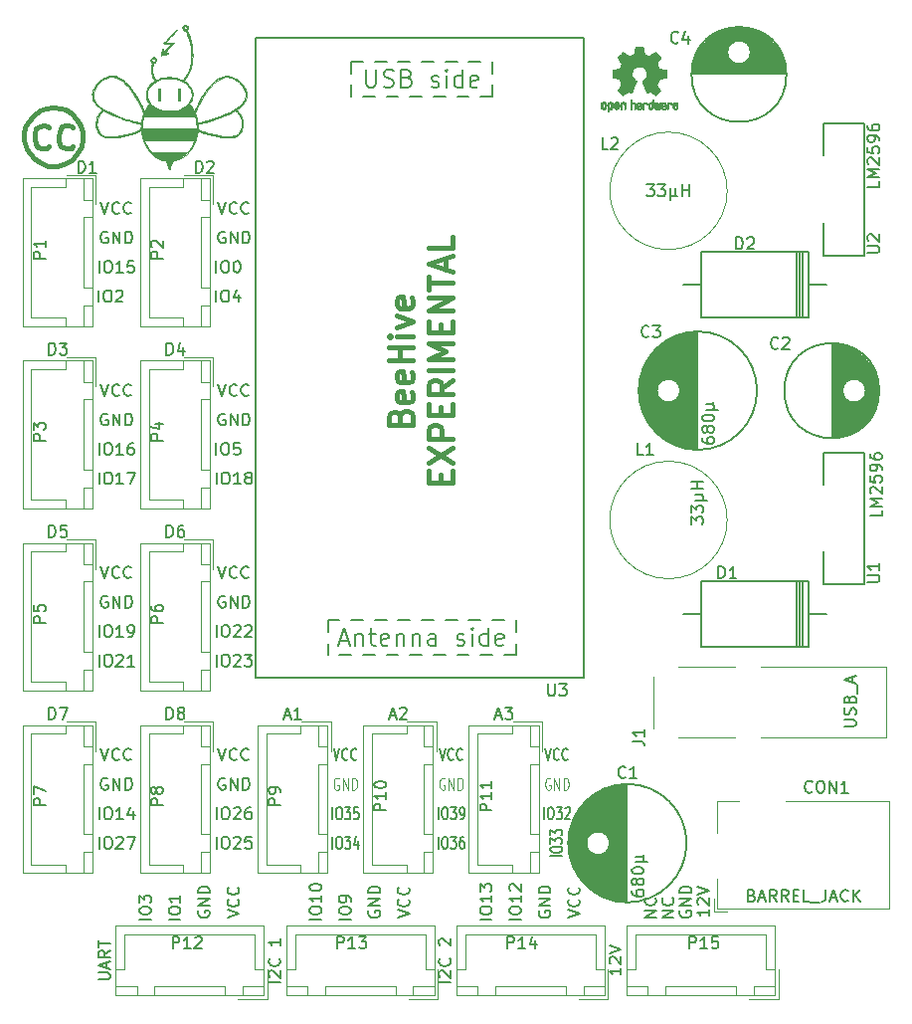
<source format=gbr>
G04 #@! TF.GenerationSoftware,KiCad,Pcbnew,(5.1.4)-1*
G04 #@! TF.CreationDate,2020-06-29T14:36:56+03:00*
G04 #@! TF.ProjectId,beehive,62656568-6976-4652-9e6b-696361645f70,rev?*
G04 #@! TF.SameCoordinates,Original*
G04 #@! TF.FileFunction,Legend,Top*
G04 #@! TF.FilePolarity,Positive*
%FSLAX46Y46*%
G04 Gerber Fmt 4.6, Leading zero omitted, Abs format (unit mm)*
G04 Created by KiCad (PCBNEW (5.1.4)-1) date 2020-06-29 14:36:56*
%MOMM*%
%LPD*%
G04 APERTURE LIST*
%ADD10C,0.150000*%
%ADD11C,0.400000*%
%ADD12C,0.125000*%
%ADD13C,0.127000*%
%ADD14C,0.010000*%
%ADD15C,0.120000*%
%ADD16C,0.381000*%
G04 APERTURE END LIST*
D10*
X179000000Y-111500000D02*
X179000000Y-112500000D01*
X179000000Y-113500000D02*
X179000000Y-114500000D01*
X163000000Y-111500000D02*
X163000000Y-112500000D01*
X163000000Y-113500000D02*
X163000000Y-114500000D01*
X168000000Y-64000000D02*
X167000000Y-64000000D01*
X170000000Y-64000000D02*
X169000000Y-64000000D01*
X172000000Y-64000000D02*
X171000000Y-64000000D01*
X174000000Y-64000000D02*
X173000000Y-64000000D01*
X176000000Y-64000000D02*
X175000000Y-64000000D01*
X177000000Y-66000000D02*
X177000000Y-67000000D01*
X177000000Y-64000000D02*
X177000000Y-65000000D01*
X169000000Y-67000000D02*
X168000000Y-67000000D01*
X171000000Y-67000000D02*
X170000000Y-67000000D01*
X173000000Y-67000000D02*
X172000000Y-67000000D01*
X175000000Y-67000000D02*
X174000000Y-67000000D01*
X177000000Y-67000000D02*
X176000000Y-67000000D01*
X167000000Y-67000000D02*
X166000000Y-67000000D01*
X165000000Y-66000000D02*
X165000000Y-67000000D01*
X165000000Y-64000000D02*
X165000000Y-65000000D01*
X166000000Y-64000000D02*
X165000000Y-64000000D01*
X166250000Y-64678571D02*
X166250000Y-65892857D01*
X166321428Y-66035714D01*
X166392857Y-66107142D01*
X166535714Y-66178571D01*
X166821428Y-66178571D01*
X166964285Y-66107142D01*
X167035714Y-66035714D01*
X167107142Y-65892857D01*
X167107142Y-64678571D01*
X167750000Y-66107142D02*
X167964285Y-66178571D01*
X168321428Y-66178571D01*
X168464285Y-66107142D01*
X168535714Y-66035714D01*
X168607142Y-65892857D01*
X168607142Y-65750000D01*
X168535714Y-65607142D01*
X168464285Y-65535714D01*
X168321428Y-65464285D01*
X168035714Y-65392857D01*
X167892857Y-65321428D01*
X167821428Y-65250000D01*
X167750000Y-65107142D01*
X167750000Y-64964285D01*
X167821428Y-64821428D01*
X167892857Y-64750000D01*
X168035714Y-64678571D01*
X168392857Y-64678571D01*
X168607142Y-64750000D01*
X169750000Y-65392857D02*
X169964285Y-65464285D01*
X170035714Y-65535714D01*
X170107142Y-65678571D01*
X170107142Y-65892857D01*
X170035714Y-66035714D01*
X169964285Y-66107142D01*
X169821428Y-66178571D01*
X169250000Y-66178571D01*
X169250000Y-64678571D01*
X169750000Y-64678571D01*
X169892857Y-64750000D01*
X169964285Y-64821428D01*
X170035714Y-64964285D01*
X170035714Y-65107142D01*
X169964285Y-65250000D01*
X169892857Y-65321428D01*
X169750000Y-65392857D01*
X169250000Y-65392857D01*
X171821428Y-66107142D02*
X171964285Y-66178571D01*
X172250000Y-66178571D01*
X172392857Y-66107142D01*
X172464285Y-65964285D01*
X172464285Y-65892857D01*
X172392857Y-65750000D01*
X172250000Y-65678571D01*
X172035714Y-65678571D01*
X171892857Y-65607142D01*
X171821428Y-65464285D01*
X171821428Y-65392857D01*
X171892857Y-65250000D01*
X172035714Y-65178571D01*
X172250000Y-65178571D01*
X172392857Y-65250000D01*
X173107142Y-66178571D02*
X173107142Y-65178571D01*
X173107142Y-64678571D02*
X173035714Y-64750000D01*
X173107142Y-64821428D01*
X173178571Y-64750000D01*
X173107142Y-64678571D01*
X173107142Y-64821428D01*
X174464285Y-66178571D02*
X174464285Y-64678571D01*
X174464285Y-66107142D02*
X174321428Y-66178571D01*
X174035714Y-66178571D01*
X173892857Y-66107142D01*
X173821428Y-66035714D01*
X173750000Y-65892857D01*
X173750000Y-65464285D01*
X173821428Y-65321428D01*
X173892857Y-65250000D01*
X174035714Y-65178571D01*
X174321428Y-65178571D01*
X174464285Y-65250000D01*
X175750000Y-66107142D02*
X175607142Y-66178571D01*
X175321428Y-66178571D01*
X175178571Y-66107142D01*
X175107142Y-65964285D01*
X175107142Y-65392857D01*
X175178571Y-65250000D01*
X175321428Y-65178571D01*
X175607142Y-65178571D01*
X175750000Y-65250000D01*
X175821428Y-65392857D01*
X175821428Y-65535714D01*
X175107142Y-65678571D01*
X169000000Y-114500000D02*
X168000000Y-114500000D01*
X171000000Y-114500000D02*
X170000000Y-114500000D01*
X173000000Y-114500000D02*
X172000000Y-114500000D01*
X175000000Y-114500000D02*
X174000000Y-114500000D01*
X177000000Y-114500000D02*
X176000000Y-114500000D01*
X179000000Y-114500000D02*
X178000000Y-114500000D01*
X165000000Y-114500000D02*
X164000000Y-114500000D01*
X167000000Y-114500000D02*
X166000000Y-114500000D01*
X164000000Y-111500000D02*
X163000000Y-111500000D01*
X166000000Y-111500000D02*
X165000000Y-111500000D01*
X168000000Y-111500000D02*
X167000000Y-111500000D01*
X170000000Y-111500000D02*
X169000000Y-111500000D01*
X172000000Y-111500000D02*
X171000000Y-111500000D01*
X174000000Y-111500000D02*
X173000000Y-111500000D01*
X176000000Y-111500000D02*
X175000000Y-111500000D01*
X178000000Y-111500000D02*
X177000000Y-111500000D01*
X164000000Y-113250000D02*
X164714285Y-113250000D01*
X163857142Y-113678571D02*
X164357142Y-112178571D01*
X164857142Y-113678571D01*
X165357142Y-112678571D02*
X165357142Y-113678571D01*
X165357142Y-112821428D02*
X165428571Y-112750000D01*
X165571428Y-112678571D01*
X165785714Y-112678571D01*
X165928571Y-112750000D01*
X166000000Y-112892857D01*
X166000000Y-113678571D01*
X166500000Y-112678571D02*
X167071428Y-112678571D01*
X166714285Y-112178571D02*
X166714285Y-113464285D01*
X166785714Y-113607142D01*
X166928571Y-113678571D01*
X167071428Y-113678571D01*
X168142857Y-113607142D02*
X168000000Y-113678571D01*
X167714285Y-113678571D01*
X167571428Y-113607142D01*
X167500000Y-113464285D01*
X167500000Y-112892857D01*
X167571428Y-112750000D01*
X167714285Y-112678571D01*
X168000000Y-112678571D01*
X168142857Y-112750000D01*
X168214285Y-112892857D01*
X168214285Y-113035714D01*
X167500000Y-113178571D01*
X168857142Y-112678571D02*
X168857142Y-113678571D01*
X168857142Y-112821428D02*
X168928571Y-112750000D01*
X169071428Y-112678571D01*
X169285714Y-112678571D01*
X169428571Y-112750000D01*
X169500000Y-112892857D01*
X169500000Y-113678571D01*
X170214285Y-112678571D02*
X170214285Y-113678571D01*
X170214285Y-112821428D02*
X170285714Y-112750000D01*
X170428571Y-112678571D01*
X170642857Y-112678571D01*
X170785714Y-112750000D01*
X170857142Y-112892857D01*
X170857142Y-113678571D01*
X172214285Y-113678571D02*
X172214285Y-112892857D01*
X172142857Y-112750000D01*
X172000000Y-112678571D01*
X171714285Y-112678571D01*
X171571428Y-112750000D01*
X172214285Y-113607142D02*
X172071428Y-113678571D01*
X171714285Y-113678571D01*
X171571428Y-113607142D01*
X171500000Y-113464285D01*
X171500000Y-113321428D01*
X171571428Y-113178571D01*
X171714285Y-113107142D01*
X172071428Y-113107142D01*
X172214285Y-113035714D01*
X174000000Y-113607142D02*
X174142857Y-113678571D01*
X174428571Y-113678571D01*
X174571428Y-113607142D01*
X174642857Y-113464285D01*
X174642857Y-113392857D01*
X174571428Y-113250000D01*
X174428571Y-113178571D01*
X174214285Y-113178571D01*
X174071428Y-113107142D01*
X174000000Y-112964285D01*
X174000000Y-112892857D01*
X174071428Y-112750000D01*
X174214285Y-112678571D01*
X174428571Y-112678571D01*
X174571428Y-112750000D01*
X175285714Y-113678571D02*
X175285714Y-112678571D01*
X175285714Y-112178571D02*
X175214285Y-112250000D01*
X175285714Y-112321428D01*
X175357142Y-112250000D01*
X175285714Y-112178571D01*
X175285714Y-112321428D01*
X176642857Y-113678571D02*
X176642857Y-112178571D01*
X176642857Y-113607142D02*
X176500000Y-113678571D01*
X176214285Y-113678571D01*
X176071428Y-113607142D01*
X176000000Y-113535714D01*
X175928571Y-113392857D01*
X175928571Y-112964285D01*
X176000000Y-112821428D01*
X176071428Y-112750000D01*
X176214285Y-112678571D01*
X176500000Y-112678571D01*
X176642857Y-112750000D01*
X177928571Y-113607142D02*
X177785714Y-113678571D01*
X177500000Y-113678571D01*
X177357142Y-113607142D01*
X177285714Y-113464285D01*
X177285714Y-112892857D01*
X177357142Y-112750000D01*
X177500000Y-112678571D01*
X177785714Y-112678571D01*
X177928571Y-112750000D01*
X178000000Y-112892857D01*
X178000000Y-113035714D01*
X177285714Y-113178571D01*
X152000000Y-136261904D02*
X151952380Y-136357142D01*
X151952380Y-136500000D01*
X152000000Y-136642857D01*
X152095238Y-136738095D01*
X152190476Y-136785714D01*
X152380952Y-136833333D01*
X152523809Y-136833333D01*
X152714285Y-136785714D01*
X152809523Y-136738095D01*
X152904761Y-136642857D01*
X152952380Y-136500000D01*
X152952380Y-136404761D01*
X152904761Y-136261904D01*
X152857142Y-136214285D01*
X152523809Y-136214285D01*
X152523809Y-136404761D01*
X152952380Y-135785714D02*
X151952380Y-135785714D01*
X152952380Y-135214285D01*
X151952380Y-135214285D01*
X152952380Y-134738095D02*
X151952380Y-134738095D01*
X151952380Y-134500000D01*
X152000000Y-134357142D01*
X152095238Y-134261904D01*
X152190476Y-134214285D01*
X152380952Y-134166666D01*
X152523809Y-134166666D01*
X152714285Y-134214285D01*
X152809523Y-134261904D01*
X152904761Y-134357142D01*
X152952380Y-134500000D01*
X152952380Y-134738095D01*
X154452380Y-136833333D02*
X155452380Y-136500000D01*
X154452380Y-136166666D01*
X155357142Y-135261904D02*
X155404761Y-135309523D01*
X155452380Y-135452380D01*
X155452380Y-135547619D01*
X155404761Y-135690476D01*
X155309523Y-135785714D01*
X155214285Y-135833333D01*
X155023809Y-135880952D01*
X154880952Y-135880952D01*
X154690476Y-135833333D01*
X154595238Y-135785714D01*
X154500000Y-135690476D01*
X154452380Y-135547619D01*
X154452380Y-135452380D01*
X154500000Y-135309523D01*
X154547619Y-135261904D01*
X155357142Y-134261904D02*
X155404761Y-134309523D01*
X155452380Y-134452380D01*
X155452380Y-134547619D01*
X155404761Y-134690476D01*
X155309523Y-134785714D01*
X155214285Y-134833333D01*
X155023809Y-134880952D01*
X154880952Y-134880952D01*
X154690476Y-134833333D01*
X154595238Y-134785714D01*
X154500000Y-134690476D01*
X154452380Y-134547619D01*
X154452380Y-134452380D01*
X154500000Y-134309523D01*
X154547619Y-134261904D01*
X183452380Y-136833333D02*
X184452380Y-136500000D01*
X183452380Y-136166666D01*
X184357142Y-135261904D02*
X184404761Y-135309523D01*
X184452380Y-135452380D01*
X184452380Y-135547619D01*
X184404761Y-135690476D01*
X184309523Y-135785714D01*
X184214285Y-135833333D01*
X184023809Y-135880952D01*
X183880952Y-135880952D01*
X183690476Y-135833333D01*
X183595238Y-135785714D01*
X183500000Y-135690476D01*
X183452380Y-135547619D01*
X183452380Y-135452380D01*
X183500000Y-135309523D01*
X183547619Y-135261904D01*
X184357142Y-134261904D02*
X184404761Y-134309523D01*
X184452380Y-134452380D01*
X184452380Y-134547619D01*
X184404761Y-134690476D01*
X184309523Y-134785714D01*
X184214285Y-134833333D01*
X184023809Y-134880952D01*
X183880952Y-134880952D01*
X183690476Y-134833333D01*
X183595238Y-134785714D01*
X183500000Y-134690476D01*
X183452380Y-134547619D01*
X183452380Y-134452380D01*
X183500000Y-134309523D01*
X183547619Y-134261904D01*
X181000000Y-136261904D02*
X180952380Y-136357142D01*
X180952380Y-136500000D01*
X181000000Y-136642857D01*
X181095238Y-136738095D01*
X181190476Y-136785714D01*
X181380952Y-136833333D01*
X181523809Y-136833333D01*
X181714285Y-136785714D01*
X181809523Y-136738095D01*
X181904761Y-136642857D01*
X181952380Y-136500000D01*
X181952380Y-136404761D01*
X181904761Y-136261904D01*
X181857142Y-136214285D01*
X181523809Y-136214285D01*
X181523809Y-136404761D01*
X181952380Y-135785714D02*
X180952380Y-135785714D01*
X181952380Y-135214285D01*
X180952380Y-135214285D01*
X181952380Y-134738095D02*
X180952380Y-134738095D01*
X180952380Y-134500000D01*
X181000000Y-134357142D01*
X181095238Y-134261904D01*
X181190476Y-134214285D01*
X181380952Y-134166666D01*
X181523809Y-134166666D01*
X181714285Y-134214285D01*
X181809523Y-134261904D01*
X181904761Y-134357142D01*
X181952380Y-134500000D01*
X181952380Y-134738095D01*
X144238095Y-125000000D02*
X144142857Y-124952380D01*
X144000000Y-124952380D01*
X143857142Y-125000000D01*
X143761904Y-125095238D01*
X143714285Y-125190476D01*
X143666666Y-125380952D01*
X143666666Y-125523809D01*
X143714285Y-125714285D01*
X143761904Y-125809523D01*
X143857142Y-125904761D01*
X144000000Y-125952380D01*
X144095238Y-125952380D01*
X144238095Y-125904761D01*
X144285714Y-125857142D01*
X144285714Y-125523809D01*
X144095238Y-125523809D01*
X144714285Y-125952380D02*
X144714285Y-124952380D01*
X145285714Y-125952380D01*
X145285714Y-124952380D01*
X145761904Y-125952380D02*
X145761904Y-124952380D01*
X146000000Y-124952380D01*
X146142857Y-125000000D01*
X146238095Y-125095238D01*
X146285714Y-125190476D01*
X146333333Y-125380952D01*
X146333333Y-125523809D01*
X146285714Y-125714285D01*
X146238095Y-125809523D01*
X146142857Y-125904761D01*
X146000000Y-125952380D01*
X145761904Y-125952380D01*
X153666666Y-122452380D02*
X154000000Y-123452380D01*
X154333333Y-122452380D01*
X155238095Y-123357142D02*
X155190476Y-123404761D01*
X155047619Y-123452380D01*
X154952380Y-123452380D01*
X154809523Y-123404761D01*
X154714285Y-123309523D01*
X154666666Y-123214285D01*
X154619047Y-123023809D01*
X154619047Y-122880952D01*
X154666666Y-122690476D01*
X154714285Y-122595238D01*
X154809523Y-122500000D01*
X154952380Y-122452380D01*
X155047619Y-122452380D01*
X155190476Y-122500000D01*
X155238095Y-122547619D01*
X156238095Y-123357142D02*
X156190476Y-123404761D01*
X156047619Y-123452380D01*
X155952380Y-123452380D01*
X155809523Y-123404761D01*
X155714285Y-123309523D01*
X155666666Y-123214285D01*
X155619047Y-123023809D01*
X155619047Y-122880952D01*
X155666666Y-122690476D01*
X155714285Y-122595238D01*
X155809523Y-122500000D01*
X155952380Y-122452380D01*
X156047619Y-122452380D01*
X156190476Y-122500000D01*
X156238095Y-122547619D01*
X154238095Y-125000000D02*
X154142857Y-124952380D01*
X154000000Y-124952380D01*
X153857142Y-125000000D01*
X153761904Y-125095238D01*
X153714285Y-125190476D01*
X153666666Y-125380952D01*
X153666666Y-125523809D01*
X153714285Y-125714285D01*
X153761904Y-125809523D01*
X153857142Y-125904761D01*
X154000000Y-125952380D01*
X154095238Y-125952380D01*
X154238095Y-125904761D01*
X154285714Y-125857142D01*
X154285714Y-125523809D01*
X154095238Y-125523809D01*
X154714285Y-125952380D02*
X154714285Y-124952380D01*
X155285714Y-125952380D01*
X155285714Y-124952380D01*
X155761904Y-125952380D02*
X155761904Y-124952380D01*
X156000000Y-124952380D01*
X156142857Y-125000000D01*
X156238095Y-125095238D01*
X156285714Y-125190476D01*
X156333333Y-125380952D01*
X156333333Y-125523809D01*
X156285714Y-125714285D01*
X156238095Y-125809523D01*
X156142857Y-125904761D01*
X156000000Y-125952380D01*
X155761904Y-125952380D01*
X143666666Y-122452380D02*
X144000000Y-123452380D01*
X144333333Y-122452380D01*
X145238095Y-123357142D02*
X145190476Y-123404761D01*
X145047619Y-123452380D01*
X144952380Y-123452380D01*
X144809523Y-123404761D01*
X144714285Y-123309523D01*
X144666666Y-123214285D01*
X144619047Y-123023809D01*
X144619047Y-122880952D01*
X144666666Y-122690476D01*
X144714285Y-122595238D01*
X144809523Y-122500000D01*
X144952380Y-122452380D01*
X145047619Y-122452380D01*
X145190476Y-122500000D01*
X145238095Y-122547619D01*
X146238095Y-123357142D02*
X146190476Y-123404761D01*
X146047619Y-123452380D01*
X145952380Y-123452380D01*
X145809523Y-123404761D01*
X145714285Y-123309523D01*
X145666666Y-123214285D01*
X145619047Y-123023809D01*
X145619047Y-122880952D01*
X145666666Y-122690476D01*
X145714285Y-122595238D01*
X145809523Y-122500000D01*
X145952380Y-122452380D01*
X146047619Y-122452380D01*
X146190476Y-122500000D01*
X146238095Y-122547619D01*
X144238095Y-109500000D02*
X144142857Y-109452380D01*
X144000000Y-109452380D01*
X143857142Y-109500000D01*
X143761904Y-109595238D01*
X143714285Y-109690476D01*
X143666666Y-109880952D01*
X143666666Y-110023809D01*
X143714285Y-110214285D01*
X143761904Y-110309523D01*
X143857142Y-110404761D01*
X144000000Y-110452380D01*
X144095238Y-110452380D01*
X144238095Y-110404761D01*
X144285714Y-110357142D01*
X144285714Y-110023809D01*
X144095238Y-110023809D01*
X144714285Y-110452380D02*
X144714285Y-109452380D01*
X145285714Y-110452380D01*
X145285714Y-109452380D01*
X145761904Y-110452380D02*
X145761904Y-109452380D01*
X146000000Y-109452380D01*
X146142857Y-109500000D01*
X146238095Y-109595238D01*
X146285714Y-109690476D01*
X146333333Y-109880952D01*
X146333333Y-110023809D01*
X146285714Y-110214285D01*
X146238095Y-110309523D01*
X146142857Y-110404761D01*
X146000000Y-110452380D01*
X145761904Y-110452380D01*
X153666666Y-106952380D02*
X154000000Y-107952380D01*
X154333333Y-106952380D01*
X155238095Y-107857142D02*
X155190476Y-107904761D01*
X155047619Y-107952380D01*
X154952380Y-107952380D01*
X154809523Y-107904761D01*
X154714285Y-107809523D01*
X154666666Y-107714285D01*
X154619047Y-107523809D01*
X154619047Y-107380952D01*
X154666666Y-107190476D01*
X154714285Y-107095238D01*
X154809523Y-107000000D01*
X154952380Y-106952380D01*
X155047619Y-106952380D01*
X155190476Y-107000000D01*
X155238095Y-107047619D01*
X156238095Y-107857142D02*
X156190476Y-107904761D01*
X156047619Y-107952380D01*
X155952380Y-107952380D01*
X155809523Y-107904761D01*
X155714285Y-107809523D01*
X155666666Y-107714285D01*
X155619047Y-107523809D01*
X155619047Y-107380952D01*
X155666666Y-107190476D01*
X155714285Y-107095238D01*
X155809523Y-107000000D01*
X155952380Y-106952380D01*
X156047619Y-106952380D01*
X156190476Y-107000000D01*
X156238095Y-107047619D01*
X154238095Y-109500000D02*
X154142857Y-109452380D01*
X154000000Y-109452380D01*
X153857142Y-109500000D01*
X153761904Y-109595238D01*
X153714285Y-109690476D01*
X153666666Y-109880952D01*
X153666666Y-110023809D01*
X153714285Y-110214285D01*
X153761904Y-110309523D01*
X153857142Y-110404761D01*
X154000000Y-110452380D01*
X154095238Y-110452380D01*
X154238095Y-110404761D01*
X154285714Y-110357142D01*
X154285714Y-110023809D01*
X154095238Y-110023809D01*
X154714285Y-110452380D02*
X154714285Y-109452380D01*
X155285714Y-110452380D01*
X155285714Y-109452380D01*
X155761904Y-110452380D02*
X155761904Y-109452380D01*
X156000000Y-109452380D01*
X156142857Y-109500000D01*
X156238095Y-109595238D01*
X156285714Y-109690476D01*
X156333333Y-109880952D01*
X156333333Y-110023809D01*
X156285714Y-110214285D01*
X156238095Y-110309523D01*
X156142857Y-110404761D01*
X156000000Y-110452380D01*
X155761904Y-110452380D01*
X143666666Y-106952380D02*
X144000000Y-107952380D01*
X144333333Y-106952380D01*
X145238095Y-107857142D02*
X145190476Y-107904761D01*
X145047619Y-107952380D01*
X144952380Y-107952380D01*
X144809523Y-107904761D01*
X144714285Y-107809523D01*
X144666666Y-107714285D01*
X144619047Y-107523809D01*
X144619047Y-107380952D01*
X144666666Y-107190476D01*
X144714285Y-107095238D01*
X144809523Y-107000000D01*
X144952380Y-106952380D01*
X145047619Y-106952380D01*
X145190476Y-107000000D01*
X145238095Y-107047619D01*
X146238095Y-107857142D02*
X146190476Y-107904761D01*
X146047619Y-107952380D01*
X145952380Y-107952380D01*
X145809523Y-107904761D01*
X145714285Y-107809523D01*
X145666666Y-107714285D01*
X145619047Y-107523809D01*
X145619047Y-107380952D01*
X145666666Y-107190476D01*
X145714285Y-107095238D01*
X145809523Y-107000000D01*
X145952380Y-106952380D01*
X146047619Y-106952380D01*
X146190476Y-107000000D01*
X146238095Y-107047619D01*
X144238095Y-94000000D02*
X144142857Y-93952380D01*
X144000000Y-93952380D01*
X143857142Y-94000000D01*
X143761904Y-94095238D01*
X143714285Y-94190476D01*
X143666666Y-94380952D01*
X143666666Y-94523809D01*
X143714285Y-94714285D01*
X143761904Y-94809523D01*
X143857142Y-94904761D01*
X144000000Y-94952380D01*
X144095238Y-94952380D01*
X144238095Y-94904761D01*
X144285714Y-94857142D01*
X144285714Y-94523809D01*
X144095238Y-94523809D01*
X144714285Y-94952380D02*
X144714285Y-93952380D01*
X145285714Y-94952380D01*
X145285714Y-93952380D01*
X145761904Y-94952380D02*
X145761904Y-93952380D01*
X146000000Y-93952380D01*
X146142857Y-94000000D01*
X146238095Y-94095238D01*
X146285714Y-94190476D01*
X146333333Y-94380952D01*
X146333333Y-94523809D01*
X146285714Y-94714285D01*
X146238095Y-94809523D01*
X146142857Y-94904761D01*
X146000000Y-94952380D01*
X145761904Y-94952380D01*
X153666666Y-91452380D02*
X154000000Y-92452380D01*
X154333333Y-91452380D01*
X155238095Y-92357142D02*
X155190476Y-92404761D01*
X155047619Y-92452380D01*
X154952380Y-92452380D01*
X154809523Y-92404761D01*
X154714285Y-92309523D01*
X154666666Y-92214285D01*
X154619047Y-92023809D01*
X154619047Y-91880952D01*
X154666666Y-91690476D01*
X154714285Y-91595238D01*
X154809523Y-91500000D01*
X154952380Y-91452380D01*
X155047619Y-91452380D01*
X155190476Y-91500000D01*
X155238095Y-91547619D01*
X156238095Y-92357142D02*
X156190476Y-92404761D01*
X156047619Y-92452380D01*
X155952380Y-92452380D01*
X155809523Y-92404761D01*
X155714285Y-92309523D01*
X155666666Y-92214285D01*
X155619047Y-92023809D01*
X155619047Y-91880952D01*
X155666666Y-91690476D01*
X155714285Y-91595238D01*
X155809523Y-91500000D01*
X155952380Y-91452380D01*
X156047619Y-91452380D01*
X156190476Y-91500000D01*
X156238095Y-91547619D01*
X154238095Y-94000000D02*
X154142857Y-93952380D01*
X154000000Y-93952380D01*
X153857142Y-94000000D01*
X153761904Y-94095238D01*
X153714285Y-94190476D01*
X153666666Y-94380952D01*
X153666666Y-94523809D01*
X153714285Y-94714285D01*
X153761904Y-94809523D01*
X153857142Y-94904761D01*
X154000000Y-94952380D01*
X154095238Y-94952380D01*
X154238095Y-94904761D01*
X154285714Y-94857142D01*
X154285714Y-94523809D01*
X154095238Y-94523809D01*
X154714285Y-94952380D02*
X154714285Y-93952380D01*
X155285714Y-94952380D01*
X155285714Y-93952380D01*
X155761904Y-94952380D02*
X155761904Y-93952380D01*
X156000000Y-93952380D01*
X156142857Y-94000000D01*
X156238095Y-94095238D01*
X156285714Y-94190476D01*
X156333333Y-94380952D01*
X156333333Y-94523809D01*
X156285714Y-94714285D01*
X156238095Y-94809523D01*
X156142857Y-94904761D01*
X156000000Y-94952380D01*
X155761904Y-94952380D01*
X143666666Y-91452380D02*
X144000000Y-92452380D01*
X144333333Y-91452380D01*
X145238095Y-92357142D02*
X145190476Y-92404761D01*
X145047619Y-92452380D01*
X144952380Y-92452380D01*
X144809523Y-92404761D01*
X144714285Y-92309523D01*
X144666666Y-92214285D01*
X144619047Y-92023809D01*
X144619047Y-91880952D01*
X144666666Y-91690476D01*
X144714285Y-91595238D01*
X144809523Y-91500000D01*
X144952380Y-91452380D01*
X145047619Y-91452380D01*
X145190476Y-91500000D01*
X145238095Y-91547619D01*
X146238095Y-92357142D02*
X146190476Y-92404761D01*
X146047619Y-92452380D01*
X145952380Y-92452380D01*
X145809523Y-92404761D01*
X145714285Y-92309523D01*
X145666666Y-92214285D01*
X145619047Y-92023809D01*
X145619047Y-91880952D01*
X145666666Y-91690476D01*
X145714285Y-91595238D01*
X145809523Y-91500000D01*
X145952380Y-91452380D01*
X146047619Y-91452380D01*
X146190476Y-91500000D01*
X146238095Y-91547619D01*
D11*
X169157142Y-94214285D02*
X169252380Y-93928571D01*
X169347619Y-93833333D01*
X169538095Y-93738095D01*
X169823809Y-93738095D01*
X170014285Y-93833333D01*
X170109523Y-93928571D01*
X170204761Y-94119047D01*
X170204761Y-94880952D01*
X168204761Y-94880952D01*
X168204761Y-94214285D01*
X168300000Y-94023809D01*
X168395238Y-93928571D01*
X168585714Y-93833333D01*
X168776190Y-93833333D01*
X168966666Y-93928571D01*
X169061904Y-94023809D01*
X169157142Y-94214285D01*
X169157142Y-94880952D01*
X170109523Y-92119047D02*
X170204761Y-92309523D01*
X170204761Y-92690476D01*
X170109523Y-92880952D01*
X169919047Y-92976190D01*
X169157142Y-92976190D01*
X168966666Y-92880952D01*
X168871428Y-92690476D01*
X168871428Y-92309523D01*
X168966666Y-92119047D01*
X169157142Y-92023809D01*
X169347619Y-92023809D01*
X169538095Y-92976190D01*
X170109523Y-90404761D02*
X170204761Y-90595238D01*
X170204761Y-90976190D01*
X170109523Y-91166666D01*
X169919047Y-91261904D01*
X169157142Y-91261904D01*
X168966666Y-91166666D01*
X168871428Y-90976190D01*
X168871428Y-90595238D01*
X168966666Y-90404761D01*
X169157142Y-90309523D01*
X169347619Y-90309523D01*
X169538095Y-91261904D01*
X170204761Y-89452380D02*
X168204761Y-89452380D01*
X169157142Y-89452380D02*
X169157142Y-88309523D01*
X170204761Y-88309523D02*
X168204761Y-88309523D01*
X170204761Y-87357142D02*
X168871428Y-87357142D01*
X168204761Y-87357142D02*
X168300000Y-87452380D01*
X168395238Y-87357142D01*
X168300000Y-87261904D01*
X168204761Y-87357142D01*
X168395238Y-87357142D01*
X168871428Y-86595238D02*
X170204761Y-86119047D01*
X168871428Y-85642857D01*
X170109523Y-84119047D02*
X170204761Y-84309523D01*
X170204761Y-84690476D01*
X170109523Y-84880952D01*
X169919047Y-84976190D01*
X169157142Y-84976190D01*
X168966666Y-84880952D01*
X168871428Y-84690476D01*
X168871428Y-84309523D01*
X168966666Y-84119047D01*
X169157142Y-84023809D01*
X169347619Y-84023809D01*
X169538095Y-84976190D01*
X172557142Y-99785714D02*
X172557142Y-99119047D01*
X173604761Y-98833333D02*
X173604761Y-99785714D01*
X171604761Y-99785714D01*
X171604761Y-98833333D01*
X171604761Y-98166666D02*
X173604761Y-96833333D01*
X171604761Y-96833333D02*
X173604761Y-98166666D01*
X173604761Y-96071428D02*
X171604761Y-96071428D01*
X171604761Y-95309523D01*
X171700000Y-95119047D01*
X171795238Y-95023809D01*
X171985714Y-94928571D01*
X172271428Y-94928571D01*
X172461904Y-95023809D01*
X172557142Y-95119047D01*
X172652380Y-95309523D01*
X172652380Y-96071428D01*
X172557142Y-94071428D02*
X172557142Y-93404761D01*
X173604761Y-93119047D02*
X173604761Y-94071428D01*
X171604761Y-94071428D01*
X171604761Y-93119047D01*
X173604761Y-91119047D02*
X172652380Y-91785714D01*
X173604761Y-92261904D02*
X171604761Y-92261904D01*
X171604761Y-91500000D01*
X171700000Y-91309523D01*
X171795238Y-91214285D01*
X171985714Y-91119047D01*
X172271428Y-91119047D01*
X172461904Y-91214285D01*
X172557142Y-91309523D01*
X172652380Y-91500000D01*
X172652380Y-92261904D01*
X173604761Y-90261904D02*
X171604761Y-90261904D01*
X173604761Y-89309523D02*
X171604761Y-89309523D01*
X173033333Y-88642857D01*
X171604761Y-87976190D01*
X173604761Y-87976190D01*
X172557142Y-87023809D02*
X172557142Y-86357142D01*
X173604761Y-86071428D02*
X173604761Y-87023809D01*
X171604761Y-87023809D01*
X171604761Y-86071428D01*
X173604761Y-85214285D02*
X171604761Y-85214285D01*
X173604761Y-84071428D01*
X171604761Y-84071428D01*
X171604761Y-83404761D02*
X171604761Y-82261904D01*
X173604761Y-82833333D02*
X171604761Y-82833333D01*
X173033333Y-81690476D02*
X173033333Y-80738095D01*
X173604761Y-81880952D02*
X171604761Y-81214285D01*
X173604761Y-80547619D01*
X173604761Y-78928571D02*
X173604761Y-79880952D01*
X171604761Y-79880952D01*
D10*
X192452380Y-136785714D02*
X191452380Y-136785714D01*
X192452380Y-136214285D01*
X191452380Y-136214285D01*
X192357142Y-135166666D02*
X192404761Y-135214285D01*
X192452380Y-135357142D01*
X192452380Y-135452380D01*
X192404761Y-135595238D01*
X192309523Y-135690476D01*
X192214285Y-135738095D01*
X192023809Y-135785714D01*
X191880952Y-135785714D01*
X191690476Y-135738095D01*
X191595238Y-135690476D01*
X191500000Y-135595238D01*
X191452380Y-135452380D01*
X191452380Y-135357142D01*
X191500000Y-135214285D01*
X191547619Y-135166666D01*
X195452380Y-136119047D02*
X195452380Y-136690476D01*
X195452380Y-136404761D02*
X194452380Y-136404761D01*
X194595238Y-136500000D01*
X194690476Y-136595238D01*
X194738095Y-136690476D01*
X194547619Y-135738095D02*
X194500000Y-135690476D01*
X194452380Y-135595238D01*
X194452380Y-135357142D01*
X194500000Y-135261904D01*
X194547619Y-135214285D01*
X194642857Y-135166666D01*
X194738095Y-135166666D01*
X194880952Y-135214285D01*
X195452380Y-135785714D01*
X195452380Y-135166666D01*
X194452380Y-134880952D02*
X195452380Y-134547619D01*
X194452380Y-134214285D01*
X190952380Y-136785714D02*
X189952380Y-136785714D01*
X190952380Y-136214285D01*
X189952380Y-136214285D01*
X190857142Y-135166666D02*
X190904761Y-135214285D01*
X190952380Y-135357142D01*
X190952380Y-135452380D01*
X190904761Y-135595238D01*
X190809523Y-135690476D01*
X190714285Y-135738095D01*
X190523809Y-135785714D01*
X190380952Y-135785714D01*
X190190476Y-135738095D01*
X190095238Y-135690476D01*
X190000000Y-135595238D01*
X189952380Y-135452380D01*
X189952380Y-135357142D01*
X190000000Y-135214285D01*
X190047619Y-135166666D01*
X193000000Y-136261904D02*
X192952380Y-136357142D01*
X192952380Y-136500000D01*
X193000000Y-136642857D01*
X193095238Y-136738095D01*
X193190476Y-136785714D01*
X193380952Y-136833333D01*
X193523809Y-136833333D01*
X193714285Y-136785714D01*
X193809523Y-136738095D01*
X193904761Y-136642857D01*
X193952380Y-136500000D01*
X193952380Y-136404761D01*
X193904761Y-136261904D01*
X193857142Y-136214285D01*
X193523809Y-136214285D01*
X193523809Y-136404761D01*
X193952380Y-135785714D02*
X192952380Y-135785714D01*
X193952380Y-135214285D01*
X192952380Y-135214285D01*
X193952380Y-134738095D02*
X192952380Y-134738095D01*
X192952380Y-134500000D01*
X193000000Y-134357142D01*
X193095238Y-134261904D01*
X193190476Y-134214285D01*
X193380952Y-134166666D01*
X193523809Y-134166666D01*
X193714285Y-134214285D01*
X193809523Y-134261904D01*
X193904761Y-134357142D01*
X193952380Y-134500000D01*
X193952380Y-134738095D01*
X150452380Y-137000000D02*
X149452380Y-137000000D01*
X149452380Y-136333333D02*
X149452380Y-136142857D01*
X149500000Y-136047619D01*
X149595238Y-135952380D01*
X149785714Y-135904761D01*
X150119047Y-135904761D01*
X150309523Y-135952380D01*
X150404761Y-136047619D01*
X150452380Y-136142857D01*
X150452380Y-136333333D01*
X150404761Y-136428571D01*
X150309523Y-136523809D01*
X150119047Y-136571428D01*
X149785714Y-136571428D01*
X149595238Y-136523809D01*
X149500000Y-136428571D01*
X149452380Y-136333333D01*
X150452380Y-134952380D02*
X150452380Y-135523809D01*
X150452380Y-135238095D02*
X149452380Y-135238095D01*
X149595238Y-135333333D01*
X149690476Y-135428571D01*
X149738095Y-135523809D01*
X147952380Y-137000000D02*
X146952380Y-137000000D01*
X146952380Y-136333333D02*
X146952380Y-136142857D01*
X147000000Y-136047619D01*
X147095238Y-135952380D01*
X147285714Y-135904761D01*
X147619047Y-135904761D01*
X147809523Y-135952380D01*
X147904761Y-136047619D01*
X147952380Y-136142857D01*
X147952380Y-136333333D01*
X147904761Y-136428571D01*
X147809523Y-136523809D01*
X147619047Y-136571428D01*
X147285714Y-136571428D01*
X147095238Y-136523809D01*
X147000000Y-136428571D01*
X146952380Y-136333333D01*
X146952380Y-135571428D02*
X146952380Y-134952380D01*
X147333333Y-135285714D01*
X147333333Y-135142857D01*
X147380952Y-135047619D01*
X147428571Y-135000000D01*
X147523809Y-134952380D01*
X147761904Y-134952380D01*
X147857142Y-135000000D01*
X147904761Y-135047619D01*
X147952380Y-135142857D01*
X147952380Y-135428571D01*
X147904761Y-135523809D01*
X147857142Y-135571428D01*
X179452380Y-136976190D02*
X178452380Y-136976190D01*
X178452380Y-136309523D02*
X178452380Y-136119047D01*
X178500000Y-136023809D01*
X178595238Y-135928571D01*
X178785714Y-135880952D01*
X179119047Y-135880952D01*
X179309523Y-135928571D01*
X179404761Y-136023809D01*
X179452380Y-136119047D01*
X179452380Y-136309523D01*
X179404761Y-136404761D01*
X179309523Y-136500000D01*
X179119047Y-136547619D01*
X178785714Y-136547619D01*
X178595238Y-136500000D01*
X178500000Y-136404761D01*
X178452380Y-136309523D01*
X179452380Y-134928571D02*
X179452380Y-135500000D01*
X179452380Y-135214285D02*
X178452380Y-135214285D01*
X178595238Y-135309523D01*
X178690476Y-135404761D01*
X178738095Y-135500000D01*
X178547619Y-134547619D02*
X178500000Y-134500000D01*
X178452380Y-134404761D01*
X178452380Y-134166666D01*
X178500000Y-134071428D01*
X178547619Y-134023809D01*
X178642857Y-133976190D01*
X178738095Y-133976190D01*
X178880952Y-134023809D01*
X179452380Y-134595238D01*
X179452380Y-133976190D01*
X176952380Y-136976190D02*
X175952380Y-136976190D01*
X175952380Y-136309523D02*
X175952380Y-136119047D01*
X176000000Y-136023809D01*
X176095238Y-135928571D01*
X176285714Y-135880952D01*
X176619047Y-135880952D01*
X176809523Y-135928571D01*
X176904761Y-136023809D01*
X176952380Y-136119047D01*
X176952380Y-136309523D01*
X176904761Y-136404761D01*
X176809523Y-136500000D01*
X176619047Y-136547619D01*
X176285714Y-136547619D01*
X176095238Y-136500000D01*
X176000000Y-136404761D01*
X175952380Y-136309523D01*
X176952380Y-134928571D02*
X176952380Y-135500000D01*
X176952380Y-135214285D02*
X175952380Y-135214285D01*
X176095238Y-135309523D01*
X176190476Y-135404761D01*
X176238095Y-135500000D01*
X175952380Y-134595238D02*
X175952380Y-133976190D01*
X176333333Y-134309523D01*
X176333333Y-134166666D01*
X176380952Y-134071428D01*
X176428571Y-134023809D01*
X176523809Y-133976190D01*
X176761904Y-133976190D01*
X176857142Y-134023809D01*
X176904761Y-134071428D01*
X176952380Y-134166666D01*
X176952380Y-134452380D01*
X176904761Y-134547619D01*
X176857142Y-134595238D01*
X164952380Y-137000000D02*
X163952380Y-137000000D01*
X163952380Y-136333333D02*
X163952380Y-136142857D01*
X164000000Y-136047619D01*
X164095238Y-135952380D01*
X164285714Y-135904761D01*
X164619047Y-135904761D01*
X164809523Y-135952380D01*
X164904761Y-136047619D01*
X164952380Y-136142857D01*
X164952380Y-136333333D01*
X164904761Y-136428571D01*
X164809523Y-136523809D01*
X164619047Y-136571428D01*
X164285714Y-136571428D01*
X164095238Y-136523809D01*
X164000000Y-136428571D01*
X163952380Y-136333333D01*
X164952380Y-135428571D02*
X164952380Y-135238095D01*
X164904761Y-135142857D01*
X164857142Y-135095238D01*
X164714285Y-135000000D01*
X164523809Y-134952380D01*
X164142857Y-134952380D01*
X164047619Y-135000000D01*
X164000000Y-135047619D01*
X163952380Y-135142857D01*
X163952380Y-135333333D01*
X164000000Y-135428571D01*
X164047619Y-135476190D01*
X164142857Y-135523809D01*
X164380952Y-135523809D01*
X164476190Y-135476190D01*
X164523809Y-135428571D01*
X164571428Y-135333333D01*
X164571428Y-135142857D01*
X164523809Y-135047619D01*
X164476190Y-135000000D01*
X164380952Y-134952380D01*
X162452380Y-136976190D02*
X161452380Y-136976190D01*
X161452380Y-136309523D02*
X161452380Y-136119047D01*
X161500000Y-136023809D01*
X161595238Y-135928571D01*
X161785714Y-135880952D01*
X162119047Y-135880952D01*
X162309523Y-135928571D01*
X162404761Y-136023809D01*
X162452380Y-136119047D01*
X162452380Y-136309523D01*
X162404761Y-136404761D01*
X162309523Y-136500000D01*
X162119047Y-136547619D01*
X161785714Y-136547619D01*
X161595238Y-136500000D01*
X161500000Y-136404761D01*
X161452380Y-136309523D01*
X162452380Y-134928571D02*
X162452380Y-135500000D01*
X162452380Y-135214285D02*
X161452380Y-135214285D01*
X161595238Y-135309523D01*
X161690476Y-135404761D01*
X161738095Y-135500000D01*
X161452380Y-134309523D02*
X161452380Y-134214285D01*
X161500000Y-134119047D01*
X161547619Y-134071428D01*
X161642857Y-134023809D01*
X161833333Y-133976190D01*
X162071428Y-133976190D01*
X162261904Y-134023809D01*
X162357142Y-134071428D01*
X162404761Y-134119047D01*
X162452380Y-134214285D01*
X162452380Y-134309523D01*
X162404761Y-134404761D01*
X162357142Y-134452380D01*
X162261904Y-134500000D01*
X162071428Y-134547619D01*
X161833333Y-134547619D01*
X161642857Y-134500000D01*
X161547619Y-134452380D01*
X161500000Y-134404761D01*
X161452380Y-134309523D01*
X168952380Y-136833333D02*
X169952380Y-136500000D01*
X168952380Y-136166666D01*
X169857142Y-135261904D02*
X169904761Y-135309523D01*
X169952380Y-135452380D01*
X169952380Y-135547619D01*
X169904761Y-135690476D01*
X169809523Y-135785714D01*
X169714285Y-135833333D01*
X169523809Y-135880952D01*
X169380952Y-135880952D01*
X169190476Y-135833333D01*
X169095238Y-135785714D01*
X169000000Y-135690476D01*
X168952380Y-135547619D01*
X168952380Y-135452380D01*
X169000000Y-135309523D01*
X169047619Y-135261904D01*
X169857142Y-134261904D02*
X169904761Y-134309523D01*
X169952380Y-134452380D01*
X169952380Y-134547619D01*
X169904761Y-134690476D01*
X169809523Y-134785714D01*
X169714285Y-134833333D01*
X169523809Y-134880952D01*
X169380952Y-134880952D01*
X169190476Y-134833333D01*
X169095238Y-134785714D01*
X169000000Y-134690476D01*
X168952380Y-134547619D01*
X168952380Y-134452380D01*
X169000000Y-134309523D01*
X169047619Y-134261904D01*
X166500000Y-136261904D02*
X166452380Y-136357142D01*
X166452380Y-136500000D01*
X166500000Y-136642857D01*
X166595238Y-136738095D01*
X166690476Y-136785714D01*
X166880952Y-136833333D01*
X167023809Y-136833333D01*
X167214285Y-136785714D01*
X167309523Y-136738095D01*
X167404761Y-136642857D01*
X167452380Y-136500000D01*
X167452380Y-136404761D01*
X167404761Y-136261904D01*
X167357142Y-136214285D01*
X167023809Y-136214285D01*
X167023809Y-136404761D01*
X167452380Y-135785714D02*
X166452380Y-135785714D01*
X167452380Y-135214285D01*
X166452380Y-135214285D01*
X167452380Y-134738095D02*
X166452380Y-134738095D01*
X166452380Y-134500000D01*
X166500000Y-134357142D01*
X166595238Y-134261904D01*
X166690476Y-134214285D01*
X166880952Y-134166666D01*
X167023809Y-134166666D01*
X167214285Y-134214285D01*
X167309523Y-134261904D01*
X167404761Y-134357142D01*
X167452380Y-134500000D01*
X167452380Y-134738095D01*
X181500000Y-122452380D02*
X181750000Y-123452380D01*
X182000000Y-122452380D01*
X182678571Y-123357142D02*
X182642857Y-123404761D01*
X182535714Y-123452380D01*
X182464285Y-123452380D01*
X182357142Y-123404761D01*
X182285714Y-123309523D01*
X182250000Y-123214285D01*
X182214285Y-123023809D01*
X182214285Y-122880952D01*
X182250000Y-122690476D01*
X182285714Y-122595238D01*
X182357142Y-122500000D01*
X182464285Y-122452380D01*
X182535714Y-122452380D01*
X182642857Y-122500000D01*
X182678571Y-122547619D01*
X183428571Y-123357142D02*
X183392857Y-123404761D01*
X183285714Y-123452380D01*
X183214285Y-123452380D01*
X183107142Y-123404761D01*
X183035714Y-123309523D01*
X183000000Y-123214285D01*
X182964285Y-123023809D01*
X182964285Y-122880952D01*
X183000000Y-122690476D01*
X183035714Y-122595238D01*
X183107142Y-122500000D01*
X183214285Y-122452380D01*
X183285714Y-122452380D01*
X183392857Y-122500000D01*
X183428571Y-122547619D01*
D12*
X181928571Y-125000000D02*
X181857142Y-124952380D01*
X181750000Y-124952380D01*
X181642857Y-125000000D01*
X181571428Y-125095238D01*
X181535714Y-125190476D01*
X181500000Y-125380952D01*
X181500000Y-125523809D01*
X181535714Y-125714285D01*
X181571428Y-125809523D01*
X181642857Y-125904761D01*
X181750000Y-125952380D01*
X181821428Y-125952380D01*
X181928571Y-125904761D01*
X181964285Y-125857142D01*
X181964285Y-125523809D01*
X181821428Y-125523809D01*
X182285714Y-125952380D02*
X182285714Y-124952380D01*
X182714285Y-125952380D01*
X182714285Y-124952380D01*
X183071428Y-125952380D02*
X183071428Y-124952380D01*
X183250000Y-124952380D01*
X183357142Y-125000000D01*
X183428571Y-125095238D01*
X183464285Y-125190476D01*
X183500000Y-125380952D01*
X183500000Y-125523809D01*
X183464285Y-125714285D01*
X183428571Y-125809523D01*
X183357142Y-125904761D01*
X183250000Y-125952380D01*
X183071428Y-125952380D01*
D10*
X181392857Y-128452380D02*
X181392857Y-127452380D01*
X181892857Y-127452380D02*
X182035714Y-127452380D01*
X182107142Y-127500000D01*
X182178571Y-127595238D01*
X182214285Y-127785714D01*
X182214285Y-128119047D01*
X182178571Y-128309523D01*
X182107142Y-128404761D01*
X182035714Y-128452380D01*
X181892857Y-128452380D01*
X181821428Y-128404761D01*
X181750000Y-128309523D01*
X181714285Y-128119047D01*
X181714285Y-127785714D01*
X181750000Y-127595238D01*
X181821428Y-127500000D01*
X181892857Y-127452380D01*
X182464285Y-127452380D02*
X182928571Y-127452380D01*
X182678571Y-127833333D01*
X182785714Y-127833333D01*
X182857142Y-127880952D01*
X182892857Y-127928571D01*
X182928571Y-128023809D01*
X182928571Y-128261904D01*
X182892857Y-128357142D01*
X182857142Y-128404761D01*
X182785714Y-128452380D01*
X182571428Y-128452380D01*
X182500000Y-128404761D01*
X182464285Y-128357142D01*
X183214285Y-127547619D02*
X183250000Y-127500000D01*
X183321428Y-127452380D01*
X183500000Y-127452380D01*
X183571428Y-127500000D01*
X183607142Y-127547619D01*
X183642857Y-127642857D01*
X183642857Y-127738095D01*
X183607142Y-127880952D01*
X183178571Y-128452380D01*
X183642857Y-128452380D01*
X182952380Y-131607142D02*
X181952380Y-131607142D01*
X181952380Y-131107142D02*
X181952380Y-130964285D01*
X182000000Y-130892857D01*
X182095238Y-130821428D01*
X182285714Y-130785714D01*
X182619047Y-130785714D01*
X182809523Y-130821428D01*
X182904761Y-130892857D01*
X182952380Y-130964285D01*
X182952380Y-131107142D01*
X182904761Y-131178571D01*
X182809523Y-131250000D01*
X182619047Y-131285714D01*
X182285714Y-131285714D01*
X182095238Y-131250000D01*
X182000000Y-131178571D01*
X181952380Y-131107142D01*
X181952380Y-130535714D02*
X181952380Y-130071428D01*
X182333333Y-130321428D01*
X182333333Y-130214285D01*
X182380952Y-130142857D01*
X182428571Y-130107142D01*
X182523809Y-130071428D01*
X182761904Y-130071428D01*
X182857142Y-130107142D01*
X182904761Y-130142857D01*
X182952380Y-130214285D01*
X182952380Y-130428571D01*
X182904761Y-130500000D01*
X182857142Y-130535714D01*
X181952380Y-129821428D02*
X181952380Y-129357142D01*
X182333333Y-129607142D01*
X182333333Y-129500000D01*
X182380952Y-129428571D01*
X182428571Y-129392857D01*
X182523809Y-129357142D01*
X182761904Y-129357142D01*
X182857142Y-129392857D01*
X182904761Y-129428571D01*
X182952380Y-129500000D01*
X182952380Y-129714285D01*
X182904761Y-129785714D01*
X182857142Y-129821428D01*
X172500000Y-122452380D02*
X172750000Y-123452380D01*
X173000000Y-122452380D01*
X173678571Y-123357142D02*
X173642857Y-123404761D01*
X173535714Y-123452380D01*
X173464285Y-123452380D01*
X173357142Y-123404761D01*
X173285714Y-123309523D01*
X173250000Y-123214285D01*
X173214285Y-123023809D01*
X173214285Y-122880952D01*
X173250000Y-122690476D01*
X173285714Y-122595238D01*
X173357142Y-122500000D01*
X173464285Y-122452380D01*
X173535714Y-122452380D01*
X173642857Y-122500000D01*
X173678571Y-122547619D01*
X174428571Y-123357142D02*
X174392857Y-123404761D01*
X174285714Y-123452380D01*
X174214285Y-123452380D01*
X174107142Y-123404761D01*
X174035714Y-123309523D01*
X174000000Y-123214285D01*
X173964285Y-123023809D01*
X173964285Y-122880952D01*
X174000000Y-122690476D01*
X174035714Y-122595238D01*
X174107142Y-122500000D01*
X174214285Y-122452380D01*
X174285714Y-122452380D01*
X174392857Y-122500000D01*
X174428571Y-122547619D01*
D12*
X172928571Y-125000000D02*
X172857142Y-124952380D01*
X172750000Y-124952380D01*
X172642857Y-125000000D01*
X172571428Y-125095238D01*
X172535714Y-125190476D01*
X172500000Y-125380952D01*
X172500000Y-125523809D01*
X172535714Y-125714285D01*
X172571428Y-125809523D01*
X172642857Y-125904761D01*
X172750000Y-125952380D01*
X172821428Y-125952380D01*
X172928571Y-125904761D01*
X172964285Y-125857142D01*
X172964285Y-125523809D01*
X172821428Y-125523809D01*
X173285714Y-125952380D02*
X173285714Y-124952380D01*
X173714285Y-125952380D01*
X173714285Y-124952380D01*
X174071428Y-125952380D02*
X174071428Y-124952380D01*
X174250000Y-124952380D01*
X174357142Y-125000000D01*
X174428571Y-125095238D01*
X174464285Y-125190476D01*
X174500000Y-125380952D01*
X174500000Y-125523809D01*
X174464285Y-125714285D01*
X174428571Y-125809523D01*
X174357142Y-125904761D01*
X174250000Y-125952380D01*
X174071428Y-125952380D01*
D10*
X172392857Y-128452380D02*
X172392857Y-127452380D01*
X172892857Y-127452380D02*
X173035714Y-127452380D01*
X173107142Y-127500000D01*
X173178571Y-127595238D01*
X173214285Y-127785714D01*
X173214285Y-128119047D01*
X173178571Y-128309523D01*
X173107142Y-128404761D01*
X173035714Y-128452380D01*
X172892857Y-128452380D01*
X172821428Y-128404761D01*
X172750000Y-128309523D01*
X172714285Y-128119047D01*
X172714285Y-127785714D01*
X172750000Y-127595238D01*
X172821428Y-127500000D01*
X172892857Y-127452380D01*
X173464285Y-127452380D02*
X173928571Y-127452380D01*
X173678571Y-127833333D01*
X173785714Y-127833333D01*
X173857142Y-127880952D01*
X173892857Y-127928571D01*
X173928571Y-128023809D01*
X173928571Y-128261904D01*
X173892857Y-128357142D01*
X173857142Y-128404761D01*
X173785714Y-128452380D01*
X173571428Y-128452380D01*
X173500000Y-128404761D01*
X173464285Y-128357142D01*
X174285714Y-128452380D02*
X174428571Y-128452380D01*
X174500000Y-128404761D01*
X174535714Y-128357142D01*
X174607142Y-128214285D01*
X174642857Y-128023809D01*
X174642857Y-127642857D01*
X174607142Y-127547619D01*
X174571428Y-127500000D01*
X174500000Y-127452380D01*
X174357142Y-127452380D01*
X174285714Y-127500000D01*
X174250000Y-127547619D01*
X174214285Y-127642857D01*
X174214285Y-127880952D01*
X174250000Y-127976190D01*
X174285714Y-128023809D01*
X174357142Y-128071428D01*
X174500000Y-128071428D01*
X174571428Y-128023809D01*
X174607142Y-127976190D01*
X174642857Y-127880952D01*
X172392857Y-130952380D02*
X172392857Y-129952380D01*
X172892857Y-129952380D02*
X173035714Y-129952380D01*
X173107142Y-130000000D01*
X173178571Y-130095238D01*
X173214285Y-130285714D01*
X173214285Y-130619047D01*
X173178571Y-130809523D01*
X173107142Y-130904761D01*
X173035714Y-130952380D01*
X172892857Y-130952380D01*
X172821428Y-130904761D01*
X172750000Y-130809523D01*
X172714285Y-130619047D01*
X172714285Y-130285714D01*
X172750000Y-130095238D01*
X172821428Y-130000000D01*
X172892857Y-129952380D01*
X173464285Y-129952380D02*
X173928571Y-129952380D01*
X173678571Y-130333333D01*
X173785714Y-130333333D01*
X173857142Y-130380952D01*
X173892857Y-130428571D01*
X173928571Y-130523809D01*
X173928571Y-130761904D01*
X173892857Y-130857142D01*
X173857142Y-130904761D01*
X173785714Y-130952380D01*
X173571428Y-130952380D01*
X173500000Y-130904761D01*
X173464285Y-130857142D01*
X174571428Y-129952380D02*
X174428571Y-129952380D01*
X174357142Y-130000000D01*
X174321428Y-130047619D01*
X174250000Y-130190476D01*
X174214285Y-130380952D01*
X174214285Y-130761904D01*
X174250000Y-130857142D01*
X174285714Y-130904761D01*
X174357142Y-130952380D01*
X174500000Y-130952380D01*
X174571428Y-130904761D01*
X174607142Y-130857142D01*
X174642857Y-130761904D01*
X174642857Y-130523809D01*
X174607142Y-130428571D01*
X174571428Y-130380952D01*
X174500000Y-130333333D01*
X174357142Y-130333333D01*
X174285714Y-130380952D01*
X174250000Y-130428571D01*
X174214285Y-130523809D01*
X163500000Y-122452380D02*
X163750000Y-123452380D01*
X164000000Y-122452380D01*
X164678571Y-123357142D02*
X164642857Y-123404761D01*
X164535714Y-123452380D01*
X164464285Y-123452380D01*
X164357142Y-123404761D01*
X164285714Y-123309523D01*
X164250000Y-123214285D01*
X164214285Y-123023809D01*
X164214285Y-122880952D01*
X164250000Y-122690476D01*
X164285714Y-122595238D01*
X164357142Y-122500000D01*
X164464285Y-122452380D01*
X164535714Y-122452380D01*
X164642857Y-122500000D01*
X164678571Y-122547619D01*
X165428571Y-123357142D02*
X165392857Y-123404761D01*
X165285714Y-123452380D01*
X165214285Y-123452380D01*
X165107142Y-123404761D01*
X165035714Y-123309523D01*
X165000000Y-123214285D01*
X164964285Y-123023809D01*
X164964285Y-122880952D01*
X165000000Y-122690476D01*
X165035714Y-122595238D01*
X165107142Y-122500000D01*
X165214285Y-122452380D01*
X165285714Y-122452380D01*
X165392857Y-122500000D01*
X165428571Y-122547619D01*
D12*
X163928571Y-125000000D02*
X163857142Y-124952380D01*
X163750000Y-124952380D01*
X163642857Y-125000000D01*
X163571428Y-125095238D01*
X163535714Y-125190476D01*
X163500000Y-125380952D01*
X163500000Y-125523809D01*
X163535714Y-125714285D01*
X163571428Y-125809523D01*
X163642857Y-125904761D01*
X163750000Y-125952380D01*
X163821428Y-125952380D01*
X163928571Y-125904761D01*
X163964285Y-125857142D01*
X163964285Y-125523809D01*
X163821428Y-125523809D01*
X164285714Y-125952380D02*
X164285714Y-124952380D01*
X164714285Y-125952380D01*
X164714285Y-124952380D01*
X165071428Y-125952380D02*
X165071428Y-124952380D01*
X165250000Y-124952380D01*
X165357142Y-125000000D01*
X165428571Y-125095238D01*
X165464285Y-125190476D01*
X165500000Y-125380952D01*
X165500000Y-125523809D01*
X165464285Y-125714285D01*
X165428571Y-125809523D01*
X165357142Y-125904761D01*
X165250000Y-125952380D01*
X165071428Y-125952380D01*
D10*
X163392857Y-128452380D02*
X163392857Y-127452380D01*
X163892857Y-127452380D02*
X164035714Y-127452380D01*
X164107142Y-127500000D01*
X164178571Y-127595238D01*
X164214285Y-127785714D01*
X164214285Y-128119047D01*
X164178571Y-128309523D01*
X164107142Y-128404761D01*
X164035714Y-128452380D01*
X163892857Y-128452380D01*
X163821428Y-128404761D01*
X163750000Y-128309523D01*
X163714285Y-128119047D01*
X163714285Y-127785714D01*
X163750000Y-127595238D01*
X163821428Y-127500000D01*
X163892857Y-127452380D01*
X164464285Y-127452380D02*
X164928571Y-127452380D01*
X164678571Y-127833333D01*
X164785714Y-127833333D01*
X164857142Y-127880952D01*
X164892857Y-127928571D01*
X164928571Y-128023809D01*
X164928571Y-128261904D01*
X164892857Y-128357142D01*
X164857142Y-128404761D01*
X164785714Y-128452380D01*
X164571428Y-128452380D01*
X164500000Y-128404761D01*
X164464285Y-128357142D01*
X165607142Y-127452380D02*
X165250000Y-127452380D01*
X165214285Y-127928571D01*
X165250000Y-127880952D01*
X165321428Y-127833333D01*
X165500000Y-127833333D01*
X165571428Y-127880952D01*
X165607142Y-127928571D01*
X165642857Y-128023809D01*
X165642857Y-128261904D01*
X165607142Y-128357142D01*
X165571428Y-128404761D01*
X165500000Y-128452380D01*
X165321428Y-128452380D01*
X165250000Y-128404761D01*
X165214285Y-128357142D01*
X163392857Y-130952380D02*
X163392857Y-129952380D01*
X163892857Y-129952380D02*
X164035714Y-129952380D01*
X164107142Y-130000000D01*
X164178571Y-130095238D01*
X164214285Y-130285714D01*
X164214285Y-130619047D01*
X164178571Y-130809523D01*
X164107142Y-130904761D01*
X164035714Y-130952380D01*
X163892857Y-130952380D01*
X163821428Y-130904761D01*
X163750000Y-130809523D01*
X163714285Y-130619047D01*
X163714285Y-130285714D01*
X163750000Y-130095238D01*
X163821428Y-130000000D01*
X163892857Y-129952380D01*
X164464285Y-129952380D02*
X164928571Y-129952380D01*
X164678571Y-130333333D01*
X164785714Y-130333333D01*
X164857142Y-130380952D01*
X164892857Y-130428571D01*
X164928571Y-130523809D01*
X164928571Y-130761904D01*
X164892857Y-130857142D01*
X164857142Y-130904761D01*
X164785714Y-130952380D01*
X164571428Y-130952380D01*
X164500000Y-130904761D01*
X164464285Y-130857142D01*
X165571428Y-130285714D02*
X165571428Y-130952380D01*
X165392857Y-129904761D02*
X165214285Y-130619047D01*
X165678571Y-130619047D01*
X143523809Y-128452380D02*
X143523809Y-127452380D01*
X144190476Y-127452380D02*
X144380952Y-127452380D01*
X144476190Y-127500000D01*
X144571428Y-127595238D01*
X144619047Y-127785714D01*
X144619047Y-128119047D01*
X144571428Y-128309523D01*
X144476190Y-128404761D01*
X144380952Y-128452380D01*
X144190476Y-128452380D01*
X144095238Y-128404761D01*
X144000000Y-128309523D01*
X143952380Y-128119047D01*
X143952380Y-127785714D01*
X144000000Y-127595238D01*
X144095238Y-127500000D01*
X144190476Y-127452380D01*
X145571428Y-128452380D02*
X145000000Y-128452380D01*
X145285714Y-128452380D02*
X145285714Y-127452380D01*
X145190476Y-127595238D01*
X145095238Y-127690476D01*
X145000000Y-127738095D01*
X146428571Y-127785714D02*
X146428571Y-128452380D01*
X146190476Y-127404761D02*
X145952380Y-128119047D01*
X146571428Y-128119047D01*
X143523809Y-130952380D02*
X143523809Y-129952380D01*
X144190476Y-129952380D02*
X144380952Y-129952380D01*
X144476190Y-130000000D01*
X144571428Y-130095238D01*
X144619047Y-130285714D01*
X144619047Y-130619047D01*
X144571428Y-130809523D01*
X144476190Y-130904761D01*
X144380952Y-130952380D01*
X144190476Y-130952380D01*
X144095238Y-130904761D01*
X144000000Y-130809523D01*
X143952380Y-130619047D01*
X143952380Y-130285714D01*
X144000000Y-130095238D01*
X144095238Y-130000000D01*
X144190476Y-129952380D01*
X145000000Y-130047619D02*
X145047619Y-130000000D01*
X145142857Y-129952380D01*
X145380952Y-129952380D01*
X145476190Y-130000000D01*
X145523809Y-130047619D01*
X145571428Y-130142857D01*
X145571428Y-130238095D01*
X145523809Y-130380952D01*
X144952380Y-130952380D01*
X145571428Y-130952380D01*
X145904761Y-129952380D02*
X146571428Y-129952380D01*
X146142857Y-130952380D01*
X153523809Y-128452380D02*
X153523809Y-127452380D01*
X154190476Y-127452380D02*
X154380952Y-127452380D01*
X154476190Y-127500000D01*
X154571428Y-127595238D01*
X154619047Y-127785714D01*
X154619047Y-128119047D01*
X154571428Y-128309523D01*
X154476190Y-128404761D01*
X154380952Y-128452380D01*
X154190476Y-128452380D01*
X154095238Y-128404761D01*
X154000000Y-128309523D01*
X153952380Y-128119047D01*
X153952380Y-127785714D01*
X154000000Y-127595238D01*
X154095238Y-127500000D01*
X154190476Y-127452380D01*
X155000000Y-127547619D02*
X155047619Y-127500000D01*
X155142857Y-127452380D01*
X155380952Y-127452380D01*
X155476190Y-127500000D01*
X155523809Y-127547619D01*
X155571428Y-127642857D01*
X155571428Y-127738095D01*
X155523809Y-127880952D01*
X154952380Y-128452380D01*
X155571428Y-128452380D01*
X156428571Y-127452380D02*
X156238095Y-127452380D01*
X156142857Y-127500000D01*
X156095238Y-127547619D01*
X156000000Y-127690476D01*
X155952380Y-127880952D01*
X155952380Y-128261904D01*
X156000000Y-128357142D01*
X156047619Y-128404761D01*
X156142857Y-128452380D01*
X156333333Y-128452380D01*
X156428571Y-128404761D01*
X156476190Y-128357142D01*
X156523809Y-128261904D01*
X156523809Y-128023809D01*
X156476190Y-127928571D01*
X156428571Y-127880952D01*
X156333333Y-127833333D01*
X156142857Y-127833333D01*
X156047619Y-127880952D01*
X156000000Y-127928571D01*
X155952380Y-128023809D01*
X153523809Y-130952380D02*
X153523809Y-129952380D01*
X154190476Y-129952380D02*
X154380952Y-129952380D01*
X154476190Y-130000000D01*
X154571428Y-130095238D01*
X154619047Y-130285714D01*
X154619047Y-130619047D01*
X154571428Y-130809523D01*
X154476190Y-130904761D01*
X154380952Y-130952380D01*
X154190476Y-130952380D01*
X154095238Y-130904761D01*
X154000000Y-130809523D01*
X153952380Y-130619047D01*
X153952380Y-130285714D01*
X154000000Y-130095238D01*
X154095238Y-130000000D01*
X154190476Y-129952380D01*
X155000000Y-130047619D02*
X155047619Y-130000000D01*
X155142857Y-129952380D01*
X155380952Y-129952380D01*
X155476190Y-130000000D01*
X155523809Y-130047619D01*
X155571428Y-130142857D01*
X155571428Y-130238095D01*
X155523809Y-130380952D01*
X154952380Y-130952380D01*
X155571428Y-130952380D01*
X156476190Y-129952380D02*
X156000000Y-129952380D01*
X155952380Y-130428571D01*
X156000000Y-130380952D01*
X156095238Y-130333333D01*
X156333333Y-130333333D01*
X156428571Y-130380952D01*
X156476190Y-130428571D01*
X156523809Y-130523809D01*
X156523809Y-130761904D01*
X156476190Y-130857142D01*
X156428571Y-130904761D01*
X156333333Y-130952380D01*
X156095238Y-130952380D01*
X156000000Y-130904761D01*
X155952380Y-130857142D01*
X143523809Y-112952380D02*
X143523809Y-111952380D01*
X144190476Y-111952380D02*
X144380952Y-111952380D01*
X144476190Y-112000000D01*
X144571428Y-112095238D01*
X144619047Y-112285714D01*
X144619047Y-112619047D01*
X144571428Y-112809523D01*
X144476190Y-112904761D01*
X144380952Y-112952380D01*
X144190476Y-112952380D01*
X144095238Y-112904761D01*
X144000000Y-112809523D01*
X143952380Y-112619047D01*
X143952380Y-112285714D01*
X144000000Y-112095238D01*
X144095238Y-112000000D01*
X144190476Y-111952380D01*
X145571428Y-112952380D02*
X145000000Y-112952380D01*
X145285714Y-112952380D02*
X145285714Y-111952380D01*
X145190476Y-112095238D01*
X145095238Y-112190476D01*
X145000000Y-112238095D01*
X146047619Y-112952380D02*
X146238095Y-112952380D01*
X146333333Y-112904761D01*
X146380952Y-112857142D01*
X146476190Y-112714285D01*
X146523809Y-112523809D01*
X146523809Y-112142857D01*
X146476190Y-112047619D01*
X146428571Y-112000000D01*
X146333333Y-111952380D01*
X146142857Y-111952380D01*
X146047619Y-112000000D01*
X146000000Y-112047619D01*
X145952380Y-112142857D01*
X145952380Y-112380952D01*
X146000000Y-112476190D01*
X146047619Y-112523809D01*
X146142857Y-112571428D01*
X146333333Y-112571428D01*
X146428571Y-112523809D01*
X146476190Y-112476190D01*
X146523809Y-112380952D01*
X143523809Y-115452380D02*
X143523809Y-114452380D01*
X144190476Y-114452380D02*
X144380952Y-114452380D01*
X144476190Y-114500000D01*
X144571428Y-114595238D01*
X144619047Y-114785714D01*
X144619047Y-115119047D01*
X144571428Y-115309523D01*
X144476190Y-115404761D01*
X144380952Y-115452380D01*
X144190476Y-115452380D01*
X144095238Y-115404761D01*
X144000000Y-115309523D01*
X143952380Y-115119047D01*
X143952380Y-114785714D01*
X144000000Y-114595238D01*
X144095238Y-114500000D01*
X144190476Y-114452380D01*
X145000000Y-114547619D02*
X145047619Y-114500000D01*
X145142857Y-114452380D01*
X145380952Y-114452380D01*
X145476190Y-114500000D01*
X145523809Y-114547619D01*
X145571428Y-114642857D01*
X145571428Y-114738095D01*
X145523809Y-114880952D01*
X144952380Y-115452380D01*
X145571428Y-115452380D01*
X146523809Y-115452380D02*
X145952380Y-115452380D01*
X146238095Y-115452380D02*
X146238095Y-114452380D01*
X146142857Y-114595238D01*
X146047619Y-114690476D01*
X145952380Y-114738095D01*
X153523809Y-112952380D02*
X153523809Y-111952380D01*
X154190476Y-111952380D02*
X154380952Y-111952380D01*
X154476190Y-112000000D01*
X154571428Y-112095238D01*
X154619047Y-112285714D01*
X154619047Y-112619047D01*
X154571428Y-112809523D01*
X154476190Y-112904761D01*
X154380952Y-112952380D01*
X154190476Y-112952380D01*
X154095238Y-112904761D01*
X154000000Y-112809523D01*
X153952380Y-112619047D01*
X153952380Y-112285714D01*
X154000000Y-112095238D01*
X154095238Y-112000000D01*
X154190476Y-111952380D01*
X155000000Y-112047619D02*
X155047619Y-112000000D01*
X155142857Y-111952380D01*
X155380952Y-111952380D01*
X155476190Y-112000000D01*
X155523809Y-112047619D01*
X155571428Y-112142857D01*
X155571428Y-112238095D01*
X155523809Y-112380952D01*
X154952380Y-112952380D01*
X155571428Y-112952380D01*
X155952380Y-112047619D02*
X156000000Y-112000000D01*
X156095238Y-111952380D01*
X156333333Y-111952380D01*
X156428571Y-112000000D01*
X156476190Y-112047619D01*
X156523809Y-112142857D01*
X156523809Y-112238095D01*
X156476190Y-112380952D01*
X155904761Y-112952380D01*
X156523809Y-112952380D01*
X153523809Y-115452380D02*
X153523809Y-114452380D01*
X154190476Y-114452380D02*
X154380952Y-114452380D01*
X154476190Y-114500000D01*
X154571428Y-114595238D01*
X154619047Y-114785714D01*
X154619047Y-115119047D01*
X154571428Y-115309523D01*
X154476190Y-115404761D01*
X154380952Y-115452380D01*
X154190476Y-115452380D01*
X154095238Y-115404761D01*
X154000000Y-115309523D01*
X153952380Y-115119047D01*
X153952380Y-114785714D01*
X154000000Y-114595238D01*
X154095238Y-114500000D01*
X154190476Y-114452380D01*
X155000000Y-114547619D02*
X155047619Y-114500000D01*
X155142857Y-114452380D01*
X155380952Y-114452380D01*
X155476190Y-114500000D01*
X155523809Y-114547619D01*
X155571428Y-114642857D01*
X155571428Y-114738095D01*
X155523809Y-114880952D01*
X154952380Y-115452380D01*
X155571428Y-115452380D01*
X155904761Y-114452380D02*
X156523809Y-114452380D01*
X156190476Y-114833333D01*
X156333333Y-114833333D01*
X156428571Y-114880952D01*
X156476190Y-114928571D01*
X156523809Y-115023809D01*
X156523809Y-115261904D01*
X156476190Y-115357142D01*
X156428571Y-115404761D01*
X156333333Y-115452380D01*
X156047619Y-115452380D01*
X155952380Y-115404761D01*
X155904761Y-115357142D01*
X143523809Y-97452380D02*
X143523809Y-96452380D01*
X144190476Y-96452380D02*
X144380952Y-96452380D01*
X144476190Y-96500000D01*
X144571428Y-96595238D01*
X144619047Y-96785714D01*
X144619047Y-97119047D01*
X144571428Y-97309523D01*
X144476190Y-97404761D01*
X144380952Y-97452380D01*
X144190476Y-97452380D01*
X144095238Y-97404761D01*
X144000000Y-97309523D01*
X143952380Y-97119047D01*
X143952380Y-96785714D01*
X144000000Y-96595238D01*
X144095238Y-96500000D01*
X144190476Y-96452380D01*
X145571428Y-97452380D02*
X145000000Y-97452380D01*
X145285714Y-97452380D02*
X145285714Y-96452380D01*
X145190476Y-96595238D01*
X145095238Y-96690476D01*
X145000000Y-96738095D01*
X146428571Y-96452380D02*
X146238095Y-96452380D01*
X146142857Y-96500000D01*
X146095238Y-96547619D01*
X146000000Y-96690476D01*
X145952380Y-96880952D01*
X145952380Y-97261904D01*
X146000000Y-97357142D01*
X146047619Y-97404761D01*
X146142857Y-97452380D01*
X146333333Y-97452380D01*
X146428571Y-97404761D01*
X146476190Y-97357142D01*
X146523809Y-97261904D01*
X146523809Y-97023809D01*
X146476190Y-96928571D01*
X146428571Y-96880952D01*
X146333333Y-96833333D01*
X146142857Y-96833333D01*
X146047619Y-96880952D01*
X146000000Y-96928571D01*
X145952380Y-97023809D01*
X143523809Y-99952380D02*
X143523809Y-98952380D01*
X144190476Y-98952380D02*
X144380952Y-98952380D01*
X144476190Y-99000000D01*
X144571428Y-99095238D01*
X144619047Y-99285714D01*
X144619047Y-99619047D01*
X144571428Y-99809523D01*
X144476190Y-99904761D01*
X144380952Y-99952380D01*
X144190476Y-99952380D01*
X144095238Y-99904761D01*
X144000000Y-99809523D01*
X143952380Y-99619047D01*
X143952380Y-99285714D01*
X144000000Y-99095238D01*
X144095238Y-99000000D01*
X144190476Y-98952380D01*
X145571428Y-99952380D02*
X145000000Y-99952380D01*
X145285714Y-99952380D02*
X145285714Y-98952380D01*
X145190476Y-99095238D01*
X145095238Y-99190476D01*
X145000000Y-99238095D01*
X145904761Y-98952380D02*
X146571428Y-98952380D01*
X146142857Y-99952380D01*
X153500000Y-97452380D02*
X153500000Y-96452380D01*
X154166666Y-96452380D02*
X154357142Y-96452380D01*
X154452380Y-96500000D01*
X154547619Y-96595238D01*
X154595238Y-96785714D01*
X154595238Y-97119047D01*
X154547619Y-97309523D01*
X154452380Y-97404761D01*
X154357142Y-97452380D01*
X154166666Y-97452380D01*
X154071428Y-97404761D01*
X153976190Y-97309523D01*
X153928571Y-97119047D01*
X153928571Y-96785714D01*
X153976190Y-96595238D01*
X154071428Y-96500000D01*
X154166666Y-96452380D01*
X155500000Y-96452380D02*
X155023809Y-96452380D01*
X154976190Y-96928571D01*
X155023809Y-96880952D01*
X155119047Y-96833333D01*
X155357142Y-96833333D01*
X155452380Y-96880952D01*
X155500000Y-96928571D01*
X155547619Y-97023809D01*
X155547619Y-97261904D01*
X155500000Y-97357142D01*
X155452380Y-97404761D01*
X155357142Y-97452380D01*
X155119047Y-97452380D01*
X155023809Y-97404761D01*
X154976190Y-97357142D01*
X153523809Y-99952380D02*
X153523809Y-98952380D01*
X154190476Y-98952380D02*
X154380952Y-98952380D01*
X154476190Y-99000000D01*
X154571428Y-99095238D01*
X154619047Y-99285714D01*
X154619047Y-99619047D01*
X154571428Y-99809523D01*
X154476190Y-99904761D01*
X154380952Y-99952380D01*
X154190476Y-99952380D01*
X154095238Y-99904761D01*
X154000000Y-99809523D01*
X153952380Y-99619047D01*
X153952380Y-99285714D01*
X154000000Y-99095238D01*
X154095238Y-99000000D01*
X154190476Y-98952380D01*
X155571428Y-99952380D02*
X155000000Y-99952380D01*
X155285714Y-99952380D02*
X155285714Y-98952380D01*
X155190476Y-99095238D01*
X155095238Y-99190476D01*
X155000000Y-99238095D01*
X156142857Y-99380952D02*
X156047619Y-99333333D01*
X156000000Y-99285714D01*
X155952380Y-99190476D01*
X155952380Y-99142857D01*
X156000000Y-99047619D01*
X156047619Y-99000000D01*
X156142857Y-98952380D01*
X156333333Y-98952380D01*
X156428571Y-99000000D01*
X156476190Y-99047619D01*
X156523809Y-99142857D01*
X156523809Y-99190476D01*
X156476190Y-99285714D01*
X156428571Y-99333333D01*
X156333333Y-99380952D01*
X156142857Y-99380952D01*
X156047619Y-99428571D01*
X156000000Y-99476190D01*
X155952380Y-99571428D01*
X155952380Y-99761904D01*
X156000000Y-99857142D01*
X156047619Y-99904761D01*
X156142857Y-99952380D01*
X156333333Y-99952380D01*
X156428571Y-99904761D01*
X156476190Y-99857142D01*
X156523809Y-99761904D01*
X156523809Y-99571428D01*
X156476190Y-99476190D01*
X156428571Y-99428571D01*
X156333333Y-99380952D01*
X143666666Y-75952380D02*
X144000000Y-76952380D01*
X144333333Y-75952380D01*
X145238095Y-76857142D02*
X145190476Y-76904761D01*
X145047619Y-76952380D01*
X144952380Y-76952380D01*
X144809523Y-76904761D01*
X144714285Y-76809523D01*
X144666666Y-76714285D01*
X144619047Y-76523809D01*
X144619047Y-76380952D01*
X144666666Y-76190476D01*
X144714285Y-76095238D01*
X144809523Y-76000000D01*
X144952380Y-75952380D01*
X145047619Y-75952380D01*
X145190476Y-76000000D01*
X145238095Y-76047619D01*
X146238095Y-76857142D02*
X146190476Y-76904761D01*
X146047619Y-76952380D01*
X145952380Y-76952380D01*
X145809523Y-76904761D01*
X145714285Y-76809523D01*
X145666666Y-76714285D01*
X145619047Y-76523809D01*
X145619047Y-76380952D01*
X145666666Y-76190476D01*
X145714285Y-76095238D01*
X145809523Y-76000000D01*
X145952380Y-75952380D01*
X146047619Y-75952380D01*
X146190476Y-76000000D01*
X146238095Y-76047619D01*
X153500000Y-81952380D02*
X153500000Y-80952380D01*
X154166666Y-80952380D02*
X154357142Y-80952380D01*
X154452380Y-81000000D01*
X154547619Y-81095238D01*
X154595238Y-81285714D01*
X154595238Y-81619047D01*
X154547619Y-81809523D01*
X154452380Y-81904761D01*
X154357142Y-81952380D01*
X154166666Y-81952380D01*
X154071428Y-81904761D01*
X153976190Y-81809523D01*
X153928571Y-81619047D01*
X153928571Y-81285714D01*
X153976190Y-81095238D01*
X154071428Y-81000000D01*
X154166666Y-80952380D01*
X155214285Y-80952380D02*
X155309523Y-80952380D01*
X155404761Y-81000000D01*
X155452380Y-81047619D01*
X155500000Y-81142857D01*
X155547619Y-81333333D01*
X155547619Y-81571428D01*
X155500000Y-81761904D01*
X155452380Y-81857142D01*
X155404761Y-81904761D01*
X155309523Y-81952380D01*
X155214285Y-81952380D01*
X155119047Y-81904761D01*
X155071428Y-81857142D01*
X155023809Y-81761904D01*
X154976190Y-81571428D01*
X154976190Y-81333333D01*
X155023809Y-81142857D01*
X155071428Y-81047619D01*
X155119047Y-81000000D01*
X155214285Y-80952380D01*
X153500000Y-84452380D02*
X153500000Y-83452380D01*
X154166666Y-83452380D02*
X154357142Y-83452380D01*
X154452380Y-83500000D01*
X154547619Y-83595238D01*
X154595238Y-83785714D01*
X154595238Y-84119047D01*
X154547619Y-84309523D01*
X154452380Y-84404761D01*
X154357142Y-84452380D01*
X154166666Y-84452380D01*
X154071428Y-84404761D01*
X153976190Y-84309523D01*
X153928571Y-84119047D01*
X153928571Y-83785714D01*
X153976190Y-83595238D01*
X154071428Y-83500000D01*
X154166666Y-83452380D01*
X155452380Y-83785714D02*
X155452380Y-84452380D01*
X155214285Y-83404761D02*
X154976190Y-84119047D01*
X155595238Y-84119047D01*
X154238095Y-78500000D02*
X154142857Y-78452380D01*
X154000000Y-78452380D01*
X153857142Y-78500000D01*
X153761904Y-78595238D01*
X153714285Y-78690476D01*
X153666666Y-78880952D01*
X153666666Y-79023809D01*
X153714285Y-79214285D01*
X153761904Y-79309523D01*
X153857142Y-79404761D01*
X154000000Y-79452380D01*
X154095238Y-79452380D01*
X154238095Y-79404761D01*
X154285714Y-79357142D01*
X154285714Y-79023809D01*
X154095238Y-79023809D01*
X154714285Y-79452380D02*
X154714285Y-78452380D01*
X155285714Y-79452380D01*
X155285714Y-78452380D01*
X155761904Y-79452380D02*
X155761904Y-78452380D01*
X156000000Y-78452380D01*
X156142857Y-78500000D01*
X156238095Y-78595238D01*
X156285714Y-78690476D01*
X156333333Y-78880952D01*
X156333333Y-79023809D01*
X156285714Y-79214285D01*
X156238095Y-79309523D01*
X156142857Y-79404761D01*
X156000000Y-79452380D01*
X155761904Y-79452380D01*
X153666666Y-75952380D02*
X154000000Y-76952380D01*
X154333333Y-75952380D01*
X155238095Y-76857142D02*
X155190476Y-76904761D01*
X155047619Y-76952380D01*
X154952380Y-76952380D01*
X154809523Y-76904761D01*
X154714285Y-76809523D01*
X154666666Y-76714285D01*
X154619047Y-76523809D01*
X154619047Y-76380952D01*
X154666666Y-76190476D01*
X154714285Y-76095238D01*
X154809523Y-76000000D01*
X154952380Y-75952380D01*
X155047619Y-75952380D01*
X155190476Y-76000000D01*
X155238095Y-76047619D01*
X156238095Y-76857142D02*
X156190476Y-76904761D01*
X156047619Y-76952380D01*
X155952380Y-76952380D01*
X155809523Y-76904761D01*
X155714285Y-76809523D01*
X155666666Y-76714285D01*
X155619047Y-76523809D01*
X155619047Y-76380952D01*
X155666666Y-76190476D01*
X155714285Y-76095238D01*
X155809523Y-76000000D01*
X155952380Y-75952380D01*
X156047619Y-75952380D01*
X156190476Y-76000000D01*
X156238095Y-76047619D01*
X143500000Y-84452380D02*
X143500000Y-83452380D01*
X144166666Y-83452380D02*
X144357142Y-83452380D01*
X144452380Y-83500000D01*
X144547619Y-83595238D01*
X144595238Y-83785714D01*
X144595238Y-84119047D01*
X144547619Y-84309523D01*
X144452380Y-84404761D01*
X144357142Y-84452380D01*
X144166666Y-84452380D01*
X144071428Y-84404761D01*
X143976190Y-84309523D01*
X143928571Y-84119047D01*
X143928571Y-83785714D01*
X143976190Y-83595238D01*
X144071428Y-83500000D01*
X144166666Y-83452380D01*
X144976190Y-83547619D02*
X145023809Y-83500000D01*
X145119047Y-83452380D01*
X145357142Y-83452380D01*
X145452380Y-83500000D01*
X145500000Y-83547619D01*
X145547619Y-83642857D01*
X145547619Y-83738095D01*
X145500000Y-83880952D01*
X144928571Y-84452380D01*
X145547619Y-84452380D01*
X143523809Y-81952380D02*
X143523809Y-80952380D01*
X144190476Y-80952380D02*
X144380952Y-80952380D01*
X144476190Y-81000000D01*
X144571428Y-81095238D01*
X144619047Y-81285714D01*
X144619047Y-81619047D01*
X144571428Y-81809523D01*
X144476190Y-81904761D01*
X144380952Y-81952380D01*
X144190476Y-81952380D01*
X144095238Y-81904761D01*
X144000000Y-81809523D01*
X143952380Y-81619047D01*
X143952380Y-81285714D01*
X144000000Y-81095238D01*
X144095238Y-81000000D01*
X144190476Y-80952380D01*
X145571428Y-81952380D02*
X145000000Y-81952380D01*
X145285714Y-81952380D02*
X145285714Y-80952380D01*
X145190476Y-81095238D01*
X145095238Y-81190476D01*
X145000000Y-81238095D01*
X146476190Y-80952380D02*
X146000000Y-80952380D01*
X145952380Y-81428571D01*
X146000000Y-81380952D01*
X146095238Y-81333333D01*
X146333333Y-81333333D01*
X146428571Y-81380952D01*
X146476190Y-81428571D01*
X146523809Y-81523809D01*
X146523809Y-81761904D01*
X146476190Y-81857142D01*
X146428571Y-81904761D01*
X146333333Y-81952380D01*
X146095238Y-81952380D01*
X146000000Y-81904761D01*
X145952380Y-81857142D01*
X144238095Y-78500000D02*
X144142857Y-78452380D01*
X144000000Y-78452380D01*
X143857142Y-78500000D01*
X143761904Y-78595238D01*
X143714285Y-78690476D01*
X143666666Y-78880952D01*
X143666666Y-79023809D01*
X143714285Y-79214285D01*
X143761904Y-79309523D01*
X143857142Y-79404761D01*
X144000000Y-79452380D01*
X144095238Y-79452380D01*
X144238095Y-79404761D01*
X144285714Y-79357142D01*
X144285714Y-79023809D01*
X144095238Y-79023809D01*
X144714285Y-79452380D02*
X144714285Y-78452380D01*
X145285714Y-79452380D01*
X145285714Y-78452380D01*
X145761904Y-79452380D02*
X145761904Y-78452380D01*
X146000000Y-78452380D01*
X146142857Y-78500000D01*
X146238095Y-78595238D01*
X146285714Y-78690476D01*
X146333333Y-78880952D01*
X146333333Y-79023809D01*
X146285714Y-79214285D01*
X146238095Y-79309523D01*
X146142857Y-79404761D01*
X146000000Y-79452380D01*
X145761904Y-79452380D01*
D13*
X156850000Y-61990000D02*
X184750000Y-61990000D01*
X156850000Y-116390000D02*
X156850000Y-61990000D01*
X184750000Y-116390000D02*
X156850000Y-116390000D01*
X184750000Y-61990000D02*
X184750000Y-116390000D01*
D14*
G36*
X150431333Y-67317500D02*
G01*
X150240833Y-67317500D01*
X150240833Y-66322667D01*
X150431333Y-66322667D01*
X150431333Y-67317500D01*
X150431333Y-67317500D01*
G37*
X150431333Y-67317500D02*
X150240833Y-67317500D01*
X150240833Y-66322667D01*
X150431333Y-66322667D01*
X150431333Y-67317500D01*
G36*
X148738000Y-67317500D02*
G01*
X148547500Y-67317500D01*
X148547500Y-66322667D01*
X148738000Y-66322667D01*
X148738000Y-67317500D01*
X148738000Y-67317500D01*
G37*
X148738000Y-67317500D02*
X148547500Y-67317500D01*
X148547500Y-66322667D01*
X148738000Y-66322667D01*
X148738000Y-67317500D01*
G36*
X150184015Y-61275355D02*
G01*
X150176912Y-61299801D01*
X150149337Y-61340946D01*
X150099530Y-61400943D01*
X150025727Y-61481945D01*
X149926168Y-61586105D01*
X149799090Y-61715576D01*
X149677517Y-61837734D01*
X149151067Y-62364500D01*
X149516034Y-62364500D01*
X149648780Y-62364826D01*
X149744987Y-62366195D01*
X149810445Y-62369191D01*
X149850943Y-62374400D01*
X149872274Y-62382405D01*
X149880228Y-62393792D01*
X149881000Y-62401357D01*
X149866524Y-62425218D01*
X149825596Y-62474676D01*
X149761965Y-62545663D01*
X149679380Y-62634111D01*
X149581593Y-62735954D01*
X149472351Y-62847122D01*
X149441981Y-62877607D01*
X149302596Y-63018273D01*
X149193593Y-63130904D01*
X149114303Y-63216239D01*
X149064058Y-63275017D01*
X149042188Y-63307977D01*
X149045106Y-63316256D01*
X149087606Y-63311534D01*
X149155274Y-63300024D01*
X149219188Y-63287204D01*
X149293720Y-63272809D01*
X149338440Y-63269658D01*
X149364382Y-63277867D01*
X149375983Y-63288844D01*
X149388953Y-63311571D01*
X149383024Y-63330926D01*
X149353463Y-63349014D01*
X149295542Y-63367941D01*
X149204529Y-63389814D01*
X149099494Y-63411912D01*
X148984416Y-63435272D01*
X148904124Y-63451004D01*
X148851918Y-63459888D01*
X148821093Y-63462706D01*
X148804948Y-63460237D01*
X148796780Y-63453264D01*
X148793144Y-63447603D01*
X148791425Y-63417777D01*
X148798930Y-63357464D01*
X148813484Y-63276166D01*
X148832913Y-63183387D01*
X148855044Y-63088631D01*
X148877701Y-63001400D01*
X148898712Y-62931200D01*
X148915902Y-62887532D01*
X148923436Y-62878036D01*
X148958982Y-62875098D01*
X148976666Y-62902524D01*
X148977086Y-62963245D01*
X148960840Y-63060192D01*
X148960745Y-63060646D01*
X148945099Y-63136827D01*
X148933639Y-63196069D01*
X148928573Y-63226889D01*
X148928500Y-63228205D01*
X148942757Y-63217827D01*
X148982894Y-63181207D01*
X149044962Y-63122141D01*
X149125013Y-63044426D01*
X149219096Y-62951857D01*
X149309789Y-62861696D01*
X149691078Y-62480917D01*
X149347086Y-62470333D01*
X149215870Y-62465694D01*
X149121325Y-62460634D01*
X149057788Y-62454464D01*
X149019597Y-62446494D01*
X149001089Y-62436034D01*
X148996949Y-62427665D01*
X149010121Y-62406656D01*
X149049625Y-62360135D01*
X149111475Y-62292132D01*
X149191682Y-62206680D01*
X149286260Y-62107810D01*
X149391223Y-61999554D01*
X149502582Y-61885942D01*
X149616351Y-61771008D01*
X149728543Y-61658781D01*
X149835171Y-61553295D01*
X149932247Y-61458580D01*
X150015785Y-61378667D01*
X150081798Y-61317590D01*
X150126299Y-61279378D01*
X150143854Y-61267953D01*
X150172408Y-61265457D01*
X150184015Y-61275355D01*
X150184015Y-61275355D01*
G37*
X150184015Y-61275355D02*
X150176912Y-61299801D01*
X150149337Y-61340946D01*
X150099530Y-61400943D01*
X150025727Y-61481945D01*
X149926168Y-61586105D01*
X149799090Y-61715576D01*
X149677517Y-61837734D01*
X149151067Y-62364500D01*
X149516034Y-62364500D01*
X149648780Y-62364826D01*
X149744987Y-62366195D01*
X149810445Y-62369191D01*
X149850943Y-62374400D01*
X149872274Y-62382405D01*
X149880228Y-62393792D01*
X149881000Y-62401357D01*
X149866524Y-62425218D01*
X149825596Y-62474676D01*
X149761965Y-62545663D01*
X149679380Y-62634111D01*
X149581593Y-62735954D01*
X149472351Y-62847122D01*
X149441981Y-62877607D01*
X149302596Y-63018273D01*
X149193593Y-63130904D01*
X149114303Y-63216239D01*
X149064058Y-63275017D01*
X149042188Y-63307977D01*
X149045106Y-63316256D01*
X149087606Y-63311534D01*
X149155274Y-63300024D01*
X149219188Y-63287204D01*
X149293720Y-63272809D01*
X149338440Y-63269658D01*
X149364382Y-63277867D01*
X149375983Y-63288844D01*
X149388953Y-63311571D01*
X149383024Y-63330926D01*
X149353463Y-63349014D01*
X149295542Y-63367941D01*
X149204529Y-63389814D01*
X149099494Y-63411912D01*
X148984416Y-63435272D01*
X148904124Y-63451004D01*
X148851918Y-63459888D01*
X148821093Y-63462706D01*
X148804948Y-63460237D01*
X148796780Y-63453264D01*
X148793144Y-63447603D01*
X148791425Y-63417777D01*
X148798930Y-63357464D01*
X148813484Y-63276166D01*
X148832913Y-63183387D01*
X148855044Y-63088631D01*
X148877701Y-63001400D01*
X148898712Y-62931200D01*
X148915902Y-62887532D01*
X148923436Y-62878036D01*
X148958982Y-62875098D01*
X148976666Y-62902524D01*
X148977086Y-62963245D01*
X148960840Y-63060192D01*
X148960745Y-63060646D01*
X148945099Y-63136827D01*
X148933639Y-63196069D01*
X148928573Y-63226889D01*
X148928500Y-63228205D01*
X148942757Y-63217827D01*
X148982894Y-63181207D01*
X149044962Y-63122141D01*
X149125013Y-63044426D01*
X149219096Y-62951857D01*
X149309789Y-62861696D01*
X149691078Y-62480917D01*
X149347086Y-62470333D01*
X149215870Y-62465694D01*
X149121325Y-62460634D01*
X149057788Y-62454464D01*
X149019597Y-62446494D01*
X149001089Y-62436034D01*
X148996949Y-62427665D01*
X149010121Y-62406656D01*
X149049625Y-62360135D01*
X149111475Y-62292132D01*
X149191682Y-62206680D01*
X149286260Y-62107810D01*
X149391223Y-61999554D01*
X149502582Y-61885942D01*
X149616351Y-61771008D01*
X149728543Y-61658781D01*
X149835171Y-61553295D01*
X149932247Y-61458580D01*
X150015785Y-61378667D01*
X150081798Y-61317590D01*
X150126299Y-61279378D01*
X150143854Y-61267953D01*
X150172408Y-61265457D01*
X150184015Y-61275355D01*
G36*
X150932060Y-60879834D02*
G01*
X151003454Y-60926858D01*
X151059921Y-60991524D01*
X151081032Y-61035144D01*
X151093865Y-61126309D01*
X151076740Y-61214299D01*
X151033201Y-61284669D01*
X151016099Y-61299749D01*
X150967688Y-61336265D01*
X151078221Y-61569924D01*
X151227108Y-61929169D01*
X151340543Y-62303574D01*
X151419134Y-62696055D01*
X151463486Y-63109530D01*
X151474727Y-63475750D01*
X151468472Y-63745232D01*
X151449635Y-63983849D01*
X151416866Y-64201552D01*
X151368816Y-64408292D01*
X151331162Y-64534083D01*
X151275341Y-64684475D01*
X151199413Y-64856827D01*
X151109091Y-65039552D01*
X151010088Y-65221064D01*
X150913237Y-65381758D01*
X150859088Y-65466836D01*
X150812770Y-65539710D01*
X150779318Y-65592450D01*
X150763962Y-65616812D01*
X150772922Y-65639169D01*
X150809987Y-65676140D01*
X150866541Y-65719365D01*
X150985566Y-65813548D01*
X151106030Y-65930212D01*
X151217919Y-66058071D01*
X151311218Y-66185843D01*
X151367333Y-66283677D01*
X151430675Y-66430066D01*
X151469793Y-66563491D01*
X151488936Y-66702319D01*
X151492733Y-66825954D01*
X151472824Y-67037523D01*
X151416179Y-67242600D01*
X151325976Y-67431462D01*
X151265043Y-67522471D01*
X151214487Y-67589858D01*
X151326412Y-67738638D01*
X151392467Y-67832776D01*
X151462790Y-67942954D01*
X151523329Y-68047048D01*
X151529151Y-68057858D01*
X151619966Y-68228299D01*
X151826967Y-67809941D01*
X152029528Y-67415770D01*
X152228446Y-67060195D01*
X152425968Y-66739887D01*
X152624338Y-66451521D01*
X152825804Y-66191769D01*
X153032610Y-65957304D01*
X153174857Y-65813109D01*
X153403075Y-65609420D01*
X153625367Y-65447096D01*
X153843460Y-65325866D01*
X154059079Y-65245457D01*
X154273949Y-65205599D01*
X154489797Y-65206021D01*
X154708347Y-65246450D01*
X154931327Y-65326617D01*
X155160460Y-65446248D01*
X155230698Y-65489818D01*
X155436418Y-65640702D01*
X155616170Y-65810542D01*
X155768532Y-65995457D01*
X155892083Y-66191564D01*
X155985402Y-66394981D01*
X156047067Y-66601827D01*
X156075656Y-66808219D01*
X156069748Y-67010275D01*
X156027923Y-67204113D01*
X155948757Y-67385851D01*
X155934124Y-67410919D01*
X155857603Y-67518581D01*
X155752706Y-67638779D01*
X155627797Y-67763021D01*
X155491244Y-67882818D01*
X155394917Y-67958215D01*
X155322702Y-68011959D01*
X155264297Y-68055673D01*
X155227332Y-68083632D01*
X155218421Y-68090641D01*
X155229233Y-68107326D01*
X155264195Y-68146410D01*
X155316941Y-68200953D01*
X155347433Y-68231301D01*
X155472834Y-68380810D01*
X155580172Y-68561202D01*
X155666057Y-68763650D01*
X155727097Y-68979327D01*
X155759905Y-69199408D01*
X155764688Y-69317750D01*
X155748239Y-69532891D01*
X155700975Y-69735938D01*
X155625624Y-69921822D01*
X155524914Y-70085474D01*
X155401570Y-70221825D01*
X155258322Y-70325807D01*
X155208485Y-70351528D01*
X155016660Y-70420705D01*
X154792588Y-70464272D01*
X154537604Y-70482400D01*
X154253038Y-70475259D01*
X153940224Y-70443020D01*
X153600495Y-70385852D01*
X153235182Y-70303926D01*
X152845619Y-70197412D01*
X152433137Y-70066481D01*
X152122883Y-69957251D01*
X151920015Y-69883034D01*
X151875755Y-70150725D01*
X151797222Y-70507814D01*
X151683067Y-70842569D01*
X151532506Y-71156704D01*
X151344757Y-71451936D01*
X151192639Y-71646083D01*
X150993841Y-71853344D01*
X150772072Y-72035735D01*
X150533674Y-72189397D01*
X150284987Y-72310473D01*
X150032353Y-72395104D01*
X149920807Y-72419945D01*
X149847502Y-72433874D01*
X149790081Y-72445194D01*
X149763110Y-72450967D01*
X149748762Y-72472443D01*
X149726571Y-72526577D01*
X149699600Y-72605121D01*
X149671723Y-72696995D01*
X149640816Y-72805002D01*
X149610690Y-72910264D01*
X149585251Y-72999136D01*
X149571153Y-73048375D01*
X149546986Y-73117709D01*
X149522473Y-73152170D01*
X149500000Y-73159500D01*
X149471972Y-73147317D01*
X149447927Y-73105941D01*
X149428847Y-73048375D01*
X149409790Y-72981812D01*
X149382993Y-72888194D01*
X149352363Y-72781167D01*
X149328276Y-72696995D01*
X149299596Y-72602632D01*
X149272719Y-72524667D01*
X149250708Y-72471345D01*
X149236890Y-72450967D01*
X149205464Y-72444293D01*
X149145929Y-72432606D01*
X149079193Y-72419945D01*
X148826825Y-72352692D01*
X148575598Y-72247282D01*
X148331846Y-72107569D01*
X148101908Y-71937410D01*
X147892120Y-71740661D01*
X147807340Y-71646083D01*
X147595112Y-71363937D01*
X147418695Y-71060034D01*
X147277847Y-70733807D01*
X147264091Y-70688292D01*
X147362361Y-70688292D01*
X147372183Y-70722941D01*
X147398668Y-70786383D01*
X147437732Y-70870509D01*
X147485289Y-70967211D01*
X147537255Y-71068382D01*
X147589546Y-71165912D01*
X147638077Y-71251694D01*
X147678762Y-71317620D01*
X147681360Y-71321504D01*
X147742606Y-71408136D01*
X147811734Y-71499664D01*
X147865851Y-71566708D01*
X147959976Y-71677833D01*
X151041893Y-71677833D01*
X151136143Y-71566708D01*
X151220456Y-71459026D01*
X151308588Y-71332138D01*
X151395462Y-71194797D01*
X151476001Y-71055756D01*
X151545126Y-70923769D01*
X151597761Y-70807588D01*
X151628208Y-70718466D01*
X151642422Y-70661833D01*
X149502294Y-70661833D01*
X149141320Y-70661929D01*
X148820622Y-70662235D01*
X148538145Y-70662776D01*
X148291834Y-70663578D01*
X148079632Y-70664665D01*
X147899483Y-70666063D01*
X147749332Y-70667799D01*
X147627122Y-70669896D01*
X147530797Y-70672381D01*
X147458303Y-70675279D01*
X147407582Y-70678615D01*
X147376579Y-70682415D01*
X147363239Y-70686704D01*
X147362361Y-70688292D01*
X147264091Y-70688292D01*
X147172327Y-70384690D01*
X147101892Y-70012117D01*
X147097668Y-69980520D01*
X147084800Y-69881291D01*
X146879525Y-69956950D01*
X146511915Y-70085552D01*
X146152776Y-70197673D01*
X145805834Y-70292564D01*
X145474816Y-70369479D01*
X145163447Y-70427671D01*
X144875455Y-70466392D01*
X144614565Y-70484896D01*
X144384504Y-70482437D01*
X144296425Y-70474797D01*
X144069502Y-70438669D01*
X143877883Y-70384561D01*
X143717478Y-70309990D01*
X143584194Y-70212474D01*
X143473942Y-70089530D01*
X143382630Y-69938674D01*
X143369799Y-69912400D01*
X143292892Y-69715391D01*
X143250273Y-69515534D01*
X143245628Y-69421532D01*
X143344814Y-69421532D01*
X143360073Y-69573867D01*
X143394424Y-69715082D01*
X143450397Y-69859586D01*
X143456667Y-69873431D01*
X143530172Y-69996516D01*
X143630521Y-70112573D01*
X143745679Y-70209416D01*
X143845519Y-70267209D01*
X144012118Y-70324533D01*
X144210874Y-70362871D01*
X144435886Y-70381771D01*
X144681251Y-70380783D01*
X144941067Y-70359454D01*
X144982707Y-70354238D01*
X145371041Y-70290041D01*
X145785072Y-70196195D01*
X146221215Y-70073624D01*
X146675887Y-69923252D01*
X146729902Y-69903966D01*
X147070484Y-69781440D01*
X147078312Y-69549749D01*
X147171667Y-69549749D01*
X147171667Y-69667000D01*
X151834801Y-69667000D01*
X151821748Y-69438859D01*
X151811002Y-69315610D01*
X151913129Y-69315610D01*
X151918356Y-69543964D01*
X151923583Y-69772319D01*
X152008250Y-69806486D01*
X152139054Y-69856739D01*
X152298993Y-69914201D01*
X152476367Y-69974921D01*
X152659475Y-70034953D01*
X152836615Y-70090346D01*
X152944348Y-70122382D01*
X153337700Y-70227133D01*
X153703117Y-70305331D01*
X154039667Y-70356863D01*
X154346417Y-70381615D01*
X154622436Y-70379473D01*
X154846531Y-70353985D01*
X155023699Y-70313711D01*
X155168431Y-70258632D01*
X155289235Y-70184709D01*
X155384894Y-70098344D01*
X155502550Y-69946680D01*
X155586335Y-69775164D01*
X155637074Y-69581201D01*
X155655594Y-69362194D01*
X155653632Y-69254652D01*
X155624552Y-68994731D01*
X155562751Y-68760714D01*
X155468428Y-68553137D01*
X155341782Y-68372536D01*
X155311847Y-68338894D01*
X155233325Y-68257140D01*
X155173790Y-68205319D01*
X155125766Y-68180322D01*
X155081777Y-68179039D01*
X155034347Y-68198358D01*
X155009581Y-68213139D01*
X154924731Y-68262545D01*
X154809205Y-68323820D01*
X154671513Y-68392817D01*
X154520165Y-68465387D01*
X154363671Y-68537385D01*
X154210543Y-68604664D01*
X154176135Y-68619270D01*
X154004756Y-68687826D01*
X153801970Y-68762879D01*
X153575805Y-68841911D01*
X153334288Y-68922404D01*
X153085446Y-69001838D01*
X152837307Y-69077695D01*
X152597899Y-69147457D01*
X152375248Y-69208605D01*
X152177382Y-69258620D01*
X152040742Y-69289252D01*
X151913129Y-69315610D01*
X151811002Y-69315610D01*
X151809536Y-69298807D01*
X151788980Y-69140645D01*
X151762603Y-68979933D01*
X151732929Y-68832232D01*
X151706006Y-68725083D01*
X151687704Y-68661583D01*
X147310442Y-68661583D01*
X147262841Y-68852083D01*
X147228298Y-69013873D01*
X147200081Y-69191806D01*
X147180503Y-69368189D01*
X147171878Y-69525326D01*
X147171667Y-69549749D01*
X147078312Y-69549749D01*
X147078318Y-69549595D01*
X147086151Y-69317750D01*
X146869617Y-69267639D01*
X146746706Y-69237418D01*
X146592815Y-69196832D01*
X146417236Y-69148569D01*
X146229260Y-69095317D01*
X146038178Y-69039763D01*
X145853281Y-68984595D01*
X145683861Y-68932502D01*
X145539209Y-68886170D01*
X145467750Y-68862109D01*
X145240833Y-68780487D01*
X145010195Y-68691670D01*
X144782863Y-68598730D01*
X144565867Y-68504739D01*
X144366235Y-68412767D01*
X144190997Y-68325887D01*
X144047181Y-68247169D01*
X144011340Y-68225682D01*
X143950230Y-68191500D01*
X143901861Y-68177656D01*
X143856769Y-68186821D01*
X143805490Y-68221665D01*
X143738561Y-68284858D01*
X143714238Y-68309517D01*
X143573353Y-68483400D01*
X143465844Y-68683047D01*
X143391930Y-68907900D01*
X143351830Y-69157404D01*
X143346117Y-69243667D01*
X143344814Y-69421532D01*
X143245628Y-69421532D01*
X143239654Y-69300638D01*
X143242271Y-69233083D01*
X143273758Y-68981244D01*
X143337822Y-68745429D01*
X143432449Y-68530539D01*
X143555627Y-68341478D01*
X143653527Y-68231301D01*
X143712351Y-68171607D01*
X143756548Y-68124018D01*
X143779767Y-68095512D01*
X143781579Y-68090641D01*
X143762584Y-68076000D01*
X143717136Y-68041923D01*
X143652851Y-67994103D01*
X143603837Y-67957802D01*
X143463327Y-67845537D01*
X143328784Y-67722517D01*
X143208724Y-67597397D01*
X143111665Y-67478837D01*
X143065876Y-67410938D01*
X142980174Y-67229644D01*
X142932462Y-67036336D01*
X142923302Y-66869279D01*
X143025629Y-66869279D01*
X143026809Y-66927388D01*
X143033025Y-67028033D01*
X143044164Y-67103707D01*
X143064568Y-67171769D01*
X143098577Y-67249577D01*
X143116675Y-67286738D01*
X143220784Y-67455206D01*
X143365981Y-67623643D01*
X143551026Y-67791329D01*
X143774681Y-67957548D01*
X144035706Y-68121580D01*
X144332861Y-68282708D01*
X144664907Y-68440213D01*
X145030604Y-68593378D01*
X145428713Y-68741484D01*
X145857995Y-68883813D01*
X145891083Y-68894133D01*
X146017305Y-68932309D01*
X146157065Y-68972840D01*
X146304678Y-69014253D01*
X146454460Y-69055076D01*
X146600727Y-69093838D01*
X146737795Y-69129066D01*
X146859979Y-69159290D01*
X146961596Y-69183036D01*
X147036961Y-69198833D01*
X147080389Y-69205208D01*
X147088559Y-69204217D01*
X147097371Y-69178787D01*
X147111124Y-69121452D01*
X147127578Y-69042029D01*
X147137486Y-68989667D01*
X147161514Y-68877192D01*
X147194645Y-68746570D01*
X147231255Y-68619339D01*
X147247303Y-68569116D01*
X147320337Y-68349650D01*
X147316642Y-68341515D01*
X151677478Y-68341515D01*
X151744051Y-68542280D01*
X151782390Y-68665657D01*
X151818299Y-68795321D01*
X151849438Y-68921369D01*
X151873467Y-69033902D01*
X151888047Y-69123019D01*
X151891375Y-69165718D01*
X151897337Y-69207617D01*
X151918680Y-69216647D01*
X151928875Y-69214283D01*
X151961838Y-69205441D01*
X152027591Y-69188565D01*
X152117824Y-69165765D01*
X152224226Y-69139146D01*
X152272833Y-69127062D01*
X152732351Y-69005860D01*
X153168430Y-68876391D01*
X153579379Y-68739517D01*
X153963508Y-68596098D01*
X154319125Y-68446995D01*
X154644541Y-68293069D01*
X154938063Y-68135180D01*
X155198002Y-67974190D01*
X155422666Y-67810958D01*
X155610365Y-67646347D01*
X155759408Y-67481216D01*
X155868104Y-67316426D01*
X155881822Y-67289777D01*
X155921853Y-67204057D01*
X155946976Y-67133398D01*
X155961537Y-67060524D01*
X155969882Y-66968158D01*
X155971962Y-66931425D01*
X155962838Y-66705558D01*
X155912405Y-66483170D01*
X155821668Y-66266507D01*
X155691633Y-66057812D01*
X155523305Y-65859329D01*
X155466125Y-65802716D01*
X155266493Y-65634368D01*
X155057315Y-65499080D01*
X154842541Y-65398188D01*
X154626117Y-65333028D01*
X154411992Y-65304938D01*
X154204115Y-65315254D01*
X154093167Y-65337969D01*
X153887735Y-65412392D01*
X153677683Y-65527551D01*
X153464044Y-65682228D01*
X153247853Y-65875205D01*
X153030145Y-66105266D01*
X152811953Y-66371191D01*
X152594314Y-66671764D01*
X152378260Y-67005766D01*
X152164828Y-67371980D01*
X151955050Y-67769189D01*
X151855054Y-67972382D01*
X151677478Y-68341515D01*
X147316642Y-68341515D01*
X147222911Y-68135200D01*
X147034226Y-67740492D01*
X146837678Y-67368714D01*
X146634774Y-67021684D01*
X146427018Y-66701220D01*
X146215917Y-66409142D01*
X146002975Y-66147266D01*
X145789700Y-65917413D01*
X145577595Y-65721399D01*
X145368166Y-65561044D01*
X145162921Y-65438165D01*
X144963362Y-65354582D01*
X144906833Y-65337969D01*
X144704113Y-65305818D01*
X144492959Y-65312812D01*
X144277321Y-65357614D01*
X144061145Y-65438890D01*
X143848381Y-65555302D01*
X143642977Y-65705513D01*
X143533875Y-65802716D01*
X143354148Y-65998116D01*
X143212459Y-66204694D01*
X143109809Y-66420229D01*
X143047198Y-66642498D01*
X143025629Y-66869279D01*
X142923302Y-66869279D01*
X142921404Y-66834680D01*
X142945667Y-66628340D01*
X143003916Y-66420982D01*
X143094817Y-66216271D01*
X143217036Y-66017872D01*
X143369239Y-65829450D01*
X143550092Y-65654671D01*
X143758260Y-65497199D01*
X143763833Y-65493496D01*
X143993526Y-65359975D01*
X144219168Y-65266985D01*
X144441868Y-65214705D01*
X144662734Y-65203315D01*
X144882875Y-65232996D01*
X145103399Y-65303925D01*
X145325416Y-65416284D01*
X145550032Y-65570251D01*
X145778358Y-65766007D01*
X145845644Y-65830835D01*
X146059450Y-66056756D01*
X146266751Y-66306876D01*
X146469724Y-66584443D01*
X146670545Y-66892700D01*
X146871392Y-67234894D01*
X147074441Y-67614272D01*
X147173234Y-67810349D01*
X147380437Y-68229114D01*
X147466299Y-68064349D01*
X147522759Y-67964745D01*
X147592257Y-67854441D01*
X147660883Y-67755389D01*
X147668837Y-67744721D01*
X147785512Y-67589858D01*
X147734957Y-67522471D01*
X147628106Y-67346275D01*
X147553113Y-67148664D01*
X147513156Y-66939358D01*
X147507267Y-66825954D01*
X147508008Y-66808268D01*
X147600740Y-66808268D01*
X147618718Y-67007501D01*
X147675016Y-67200746D01*
X147767631Y-67385303D01*
X147894558Y-67558471D01*
X148053793Y-67717549D01*
X148243331Y-67859837D01*
X148461169Y-67982634D01*
X148705302Y-68083241D01*
X148724494Y-68089775D01*
X148870896Y-68134665D01*
X149008662Y-68166554D01*
X149149312Y-68186926D01*
X149304364Y-68197264D01*
X149485340Y-68199050D01*
X149563500Y-68197792D01*
X149706888Y-68193732D01*
X149819091Y-68187708D01*
X149911255Y-68178450D01*
X149994521Y-68164691D01*
X150080035Y-68145161D01*
X150121955Y-68134223D01*
X150380514Y-68049416D01*
X150614648Y-67941404D01*
X150822301Y-67812694D01*
X151001413Y-67665791D01*
X151149927Y-67503203D01*
X151265785Y-67327435D01*
X151346929Y-67140994D01*
X151391302Y-66946387D01*
X151396845Y-66746119D01*
X151376912Y-66605748D01*
X151312355Y-66401930D01*
X151209367Y-66210406D01*
X151070665Y-66033531D01*
X150898968Y-65873664D01*
X150696996Y-65733160D01*
X150467466Y-65614377D01*
X150213097Y-65519670D01*
X150081964Y-65483203D01*
X149987028Y-65460684D01*
X149905162Y-65444814D01*
X149825032Y-65434463D01*
X149735299Y-65428503D01*
X149624627Y-65425804D01*
X149500000Y-65425230D01*
X149360982Y-65425998D01*
X149252907Y-65429054D01*
X149164400Y-65435523D01*
X149084087Y-65446532D01*
X149000593Y-65463206D01*
X148917917Y-65482849D01*
X148652644Y-65564647D01*
X148410857Y-65671809D01*
X148195275Y-65801978D01*
X148008617Y-65952795D01*
X147853603Y-66121902D01*
X147732953Y-66306941D01*
X147649386Y-66505553D01*
X147623088Y-66605748D01*
X147600740Y-66808268D01*
X147508008Y-66808268D01*
X147513795Y-66670199D01*
X147536991Y-66534150D01*
X147581104Y-66399439D01*
X147632667Y-66283677D01*
X147702953Y-66164535D01*
X147800135Y-66035947D01*
X147914200Y-65909196D01*
X148035133Y-65795566D01*
X148133471Y-65719356D01*
X148249893Y-65639174D01*
X148195936Y-65552295D01*
X148078466Y-65327927D01*
X148004352Y-65116167D01*
X147982712Y-65001275D01*
X147969530Y-64858144D01*
X147964798Y-64700013D01*
X147968510Y-64540123D01*
X147980657Y-64391712D01*
X148001232Y-64268019D01*
X148004831Y-64253246D01*
X148044246Y-64099409D01*
X147989685Y-64056492D01*
X147932311Y-63987015D01*
X147907066Y-63901808D01*
X147909161Y-63871150D01*
X147997167Y-63871150D01*
X148014620Y-63920209D01*
X148057220Y-63969742D01*
X148110325Y-64005763D01*
X148148298Y-64015500D01*
X148197211Y-64001416D01*
X148244511Y-63969477D01*
X148284419Y-63908059D01*
X148290002Y-63841183D01*
X148265606Y-63779986D01*
X148215574Y-63735608D01*
X148146869Y-63719167D01*
X148086161Y-63737744D01*
X148032892Y-63784097D01*
X148000918Y-63844157D01*
X147997167Y-63871150D01*
X147909161Y-63871150D01*
X147913217Y-63811824D01*
X147950028Y-63728015D01*
X148016172Y-63661732D01*
X148098910Y-63621576D01*
X148180275Y-63618587D01*
X148262207Y-63646719D01*
X148328182Y-63698512D01*
X148377208Y-63775264D01*
X148398966Y-63860121D01*
X148399254Y-63870532D01*
X148380368Y-63947586D01*
X148330819Y-64021701D01*
X148260919Y-64079295D01*
X148228897Y-64094930D01*
X148176526Y-64120408D01*
X148143863Y-64154355D01*
X148118903Y-64211080D01*
X148110789Y-64235728D01*
X148089603Y-64330923D01*
X148074708Y-64455646D01*
X148066429Y-64597515D01*
X148065090Y-64744147D01*
X148071014Y-64883159D01*
X148084525Y-65002171D01*
X148089977Y-65031500D01*
X148111623Y-65111127D01*
X148145093Y-65206430D01*
X148185914Y-65307293D01*
X148229618Y-65403602D01*
X148271732Y-65485242D01*
X148307787Y-65542098D01*
X148323045Y-65558837D01*
X148356127Y-65562524D01*
X148423074Y-65545785D01*
X148525263Y-65508270D01*
X148530394Y-65506216D01*
X148846706Y-65401336D01*
X149168089Y-65337962D01*
X149491887Y-65316092D01*
X149815447Y-65335725D01*
X150136116Y-65396860D01*
X150451238Y-65499495D01*
X150470358Y-65507154D01*
X150653583Y-65581358D01*
X150696603Y-65528815D01*
X150738437Y-65471004D01*
X150794417Y-65384219D01*
X150859504Y-65277225D01*
X150928660Y-65158784D01*
X150996846Y-65037661D01*
X151059022Y-64922617D01*
X151110150Y-64822417D01*
X151140786Y-64756333D01*
X151245852Y-64461630D01*
X151320755Y-64142841D01*
X151365768Y-63805301D01*
X151381167Y-63454343D01*
X151367228Y-63095303D01*
X151324226Y-62733514D01*
X151252435Y-62374310D01*
X151152132Y-62023027D01*
X151023592Y-61684997D01*
X150976931Y-61581333D01*
X150933739Y-61490827D01*
X150901409Y-61430875D01*
X150873469Y-61393411D01*
X150843442Y-61370367D01*
X150804854Y-61353678D01*
X150790044Y-61348500D01*
X150708628Y-61304153D01*
X150644237Y-61238215D01*
X150606531Y-61162288D01*
X150600667Y-61121027D01*
X150607469Y-61088771D01*
X150709386Y-61088771D01*
X150714621Y-61153584D01*
X150753069Y-61212147D01*
X150762271Y-61219964D01*
X150829602Y-61257573D01*
X150890020Y-61254997D01*
X150950837Y-61211921D01*
X150950879Y-61211879D01*
X150993981Y-61151060D01*
X150996585Y-61090644D01*
X150959002Y-61023320D01*
X150958964Y-61023271D01*
X150900539Y-60976575D01*
X150853130Y-60967500D01*
X150782623Y-60984663D01*
X150733381Y-61028776D01*
X150709386Y-61088771D01*
X150607469Y-61088771D01*
X150620229Y-61028273D01*
X150672774Y-60948138D01*
X150749087Y-60889837D01*
X150839955Y-60862583D01*
X150860027Y-60861667D01*
X150932060Y-60879834D01*
X150932060Y-60879834D01*
G37*
X150932060Y-60879834D02*
X151003454Y-60926858D01*
X151059921Y-60991524D01*
X151081032Y-61035144D01*
X151093865Y-61126309D01*
X151076740Y-61214299D01*
X151033201Y-61284669D01*
X151016099Y-61299749D01*
X150967688Y-61336265D01*
X151078221Y-61569924D01*
X151227108Y-61929169D01*
X151340543Y-62303574D01*
X151419134Y-62696055D01*
X151463486Y-63109530D01*
X151474727Y-63475750D01*
X151468472Y-63745232D01*
X151449635Y-63983849D01*
X151416866Y-64201552D01*
X151368816Y-64408292D01*
X151331162Y-64534083D01*
X151275341Y-64684475D01*
X151199413Y-64856827D01*
X151109091Y-65039552D01*
X151010088Y-65221064D01*
X150913237Y-65381758D01*
X150859088Y-65466836D01*
X150812770Y-65539710D01*
X150779318Y-65592450D01*
X150763962Y-65616812D01*
X150772922Y-65639169D01*
X150809987Y-65676140D01*
X150866541Y-65719365D01*
X150985566Y-65813548D01*
X151106030Y-65930212D01*
X151217919Y-66058071D01*
X151311218Y-66185843D01*
X151367333Y-66283677D01*
X151430675Y-66430066D01*
X151469793Y-66563491D01*
X151488936Y-66702319D01*
X151492733Y-66825954D01*
X151472824Y-67037523D01*
X151416179Y-67242600D01*
X151325976Y-67431462D01*
X151265043Y-67522471D01*
X151214487Y-67589858D01*
X151326412Y-67738638D01*
X151392467Y-67832776D01*
X151462790Y-67942954D01*
X151523329Y-68047048D01*
X151529151Y-68057858D01*
X151619966Y-68228299D01*
X151826967Y-67809941D01*
X152029528Y-67415770D01*
X152228446Y-67060195D01*
X152425968Y-66739887D01*
X152624338Y-66451521D01*
X152825804Y-66191769D01*
X153032610Y-65957304D01*
X153174857Y-65813109D01*
X153403075Y-65609420D01*
X153625367Y-65447096D01*
X153843460Y-65325866D01*
X154059079Y-65245457D01*
X154273949Y-65205599D01*
X154489797Y-65206021D01*
X154708347Y-65246450D01*
X154931327Y-65326617D01*
X155160460Y-65446248D01*
X155230698Y-65489818D01*
X155436418Y-65640702D01*
X155616170Y-65810542D01*
X155768532Y-65995457D01*
X155892083Y-66191564D01*
X155985402Y-66394981D01*
X156047067Y-66601827D01*
X156075656Y-66808219D01*
X156069748Y-67010275D01*
X156027923Y-67204113D01*
X155948757Y-67385851D01*
X155934124Y-67410919D01*
X155857603Y-67518581D01*
X155752706Y-67638779D01*
X155627797Y-67763021D01*
X155491244Y-67882818D01*
X155394917Y-67958215D01*
X155322702Y-68011959D01*
X155264297Y-68055673D01*
X155227332Y-68083632D01*
X155218421Y-68090641D01*
X155229233Y-68107326D01*
X155264195Y-68146410D01*
X155316941Y-68200953D01*
X155347433Y-68231301D01*
X155472834Y-68380810D01*
X155580172Y-68561202D01*
X155666057Y-68763650D01*
X155727097Y-68979327D01*
X155759905Y-69199408D01*
X155764688Y-69317750D01*
X155748239Y-69532891D01*
X155700975Y-69735938D01*
X155625624Y-69921822D01*
X155524914Y-70085474D01*
X155401570Y-70221825D01*
X155258322Y-70325807D01*
X155208485Y-70351528D01*
X155016660Y-70420705D01*
X154792588Y-70464272D01*
X154537604Y-70482400D01*
X154253038Y-70475259D01*
X153940224Y-70443020D01*
X153600495Y-70385852D01*
X153235182Y-70303926D01*
X152845619Y-70197412D01*
X152433137Y-70066481D01*
X152122883Y-69957251D01*
X151920015Y-69883034D01*
X151875755Y-70150725D01*
X151797222Y-70507814D01*
X151683067Y-70842569D01*
X151532506Y-71156704D01*
X151344757Y-71451936D01*
X151192639Y-71646083D01*
X150993841Y-71853344D01*
X150772072Y-72035735D01*
X150533674Y-72189397D01*
X150284987Y-72310473D01*
X150032353Y-72395104D01*
X149920807Y-72419945D01*
X149847502Y-72433874D01*
X149790081Y-72445194D01*
X149763110Y-72450967D01*
X149748762Y-72472443D01*
X149726571Y-72526577D01*
X149699600Y-72605121D01*
X149671723Y-72696995D01*
X149640816Y-72805002D01*
X149610690Y-72910264D01*
X149585251Y-72999136D01*
X149571153Y-73048375D01*
X149546986Y-73117709D01*
X149522473Y-73152170D01*
X149500000Y-73159500D01*
X149471972Y-73147317D01*
X149447927Y-73105941D01*
X149428847Y-73048375D01*
X149409790Y-72981812D01*
X149382993Y-72888194D01*
X149352363Y-72781167D01*
X149328276Y-72696995D01*
X149299596Y-72602632D01*
X149272719Y-72524667D01*
X149250708Y-72471345D01*
X149236890Y-72450967D01*
X149205464Y-72444293D01*
X149145929Y-72432606D01*
X149079193Y-72419945D01*
X148826825Y-72352692D01*
X148575598Y-72247282D01*
X148331846Y-72107569D01*
X148101908Y-71937410D01*
X147892120Y-71740661D01*
X147807340Y-71646083D01*
X147595112Y-71363937D01*
X147418695Y-71060034D01*
X147277847Y-70733807D01*
X147264091Y-70688292D01*
X147362361Y-70688292D01*
X147372183Y-70722941D01*
X147398668Y-70786383D01*
X147437732Y-70870509D01*
X147485289Y-70967211D01*
X147537255Y-71068382D01*
X147589546Y-71165912D01*
X147638077Y-71251694D01*
X147678762Y-71317620D01*
X147681360Y-71321504D01*
X147742606Y-71408136D01*
X147811734Y-71499664D01*
X147865851Y-71566708D01*
X147959976Y-71677833D01*
X151041893Y-71677833D01*
X151136143Y-71566708D01*
X151220456Y-71459026D01*
X151308588Y-71332138D01*
X151395462Y-71194797D01*
X151476001Y-71055756D01*
X151545126Y-70923769D01*
X151597761Y-70807588D01*
X151628208Y-70718466D01*
X151642422Y-70661833D01*
X149502294Y-70661833D01*
X149141320Y-70661929D01*
X148820622Y-70662235D01*
X148538145Y-70662776D01*
X148291834Y-70663578D01*
X148079632Y-70664665D01*
X147899483Y-70666063D01*
X147749332Y-70667799D01*
X147627122Y-70669896D01*
X147530797Y-70672381D01*
X147458303Y-70675279D01*
X147407582Y-70678615D01*
X147376579Y-70682415D01*
X147363239Y-70686704D01*
X147362361Y-70688292D01*
X147264091Y-70688292D01*
X147172327Y-70384690D01*
X147101892Y-70012117D01*
X147097668Y-69980520D01*
X147084800Y-69881291D01*
X146879525Y-69956950D01*
X146511915Y-70085552D01*
X146152776Y-70197673D01*
X145805834Y-70292564D01*
X145474816Y-70369479D01*
X145163447Y-70427671D01*
X144875455Y-70466392D01*
X144614565Y-70484896D01*
X144384504Y-70482437D01*
X144296425Y-70474797D01*
X144069502Y-70438669D01*
X143877883Y-70384561D01*
X143717478Y-70309990D01*
X143584194Y-70212474D01*
X143473942Y-70089530D01*
X143382630Y-69938674D01*
X143369799Y-69912400D01*
X143292892Y-69715391D01*
X143250273Y-69515534D01*
X143245628Y-69421532D01*
X143344814Y-69421532D01*
X143360073Y-69573867D01*
X143394424Y-69715082D01*
X143450397Y-69859586D01*
X143456667Y-69873431D01*
X143530172Y-69996516D01*
X143630521Y-70112573D01*
X143745679Y-70209416D01*
X143845519Y-70267209D01*
X144012118Y-70324533D01*
X144210874Y-70362871D01*
X144435886Y-70381771D01*
X144681251Y-70380783D01*
X144941067Y-70359454D01*
X144982707Y-70354238D01*
X145371041Y-70290041D01*
X145785072Y-70196195D01*
X146221215Y-70073624D01*
X146675887Y-69923252D01*
X146729902Y-69903966D01*
X147070484Y-69781440D01*
X147078312Y-69549749D01*
X147171667Y-69549749D01*
X147171667Y-69667000D01*
X151834801Y-69667000D01*
X151821748Y-69438859D01*
X151811002Y-69315610D01*
X151913129Y-69315610D01*
X151918356Y-69543964D01*
X151923583Y-69772319D01*
X152008250Y-69806486D01*
X152139054Y-69856739D01*
X152298993Y-69914201D01*
X152476367Y-69974921D01*
X152659475Y-70034953D01*
X152836615Y-70090346D01*
X152944348Y-70122382D01*
X153337700Y-70227133D01*
X153703117Y-70305331D01*
X154039667Y-70356863D01*
X154346417Y-70381615D01*
X154622436Y-70379473D01*
X154846531Y-70353985D01*
X155023699Y-70313711D01*
X155168431Y-70258632D01*
X155289235Y-70184709D01*
X155384894Y-70098344D01*
X155502550Y-69946680D01*
X155586335Y-69775164D01*
X155637074Y-69581201D01*
X155655594Y-69362194D01*
X155653632Y-69254652D01*
X155624552Y-68994731D01*
X155562751Y-68760714D01*
X155468428Y-68553137D01*
X155341782Y-68372536D01*
X155311847Y-68338894D01*
X155233325Y-68257140D01*
X155173790Y-68205319D01*
X155125766Y-68180322D01*
X155081777Y-68179039D01*
X155034347Y-68198358D01*
X155009581Y-68213139D01*
X154924731Y-68262545D01*
X154809205Y-68323820D01*
X154671513Y-68392817D01*
X154520165Y-68465387D01*
X154363671Y-68537385D01*
X154210543Y-68604664D01*
X154176135Y-68619270D01*
X154004756Y-68687826D01*
X153801970Y-68762879D01*
X153575805Y-68841911D01*
X153334288Y-68922404D01*
X153085446Y-69001838D01*
X152837307Y-69077695D01*
X152597899Y-69147457D01*
X152375248Y-69208605D01*
X152177382Y-69258620D01*
X152040742Y-69289252D01*
X151913129Y-69315610D01*
X151811002Y-69315610D01*
X151809536Y-69298807D01*
X151788980Y-69140645D01*
X151762603Y-68979933D01*
X151732929Y-68832232D01*
X151706006Y-68725083D01*
X151687704Y-68661583D01*
X147310442Y-68661583D01*
X147262841Y-68852083D01*
X147228298Y-69013873D01*
X147200081Y-69191806D01*
X147180503Y-69368189D01*
X147171878Y-69525326D01*
X147171667Y-69549749D01*
X147078312Y-69549749D01*
X147078318Y-69549595D01*
X147086151Y-69317750D01*
X146869617Y-69267639D01*
X146746706Y-69237418D01*
X146592815Y-69196832D01*
X146417236Y-69148569D01*
X146229260Y-69095317D01*
X146038178Y-69039763D01*
X145853281Y-68984595D01*
X145683861Y-68932502D01*
X145539209Y-68886170D01*
X145467750Y-68862109D01*
X145240833Y-68780487D01*
X145010195Y-68691670D01*
X144782863Y-68598730D01*
X144565867Y-68504739D01*
X144366235Y-68412767D01*
X144190997Y-68325887D01*
X144047181Y-68247169D01*
X144011340Y-68225682D01*
X143950230Y-68191500D01*
X143901861Y-68177656D01*
X143856769Y-68186821D01*
X143805490Y-68221665D01*
X143738561Y-68284858D01*
X143714238Y-68309517D01*
X143573353Y-68483400D01*
X143465844Y-68683047D01*
X143391930Y-68907900D01*
X143351830Y-69157404D01*
X143346117Y-69243667D01*
X143344814Y-69421532D01*
X143245628Y-69421532D01*
X143239654Y-69300638D01*
X143242271Y-69233083D01*
X143273758Y-68981244D01*
X143337822Y-68745429D01*
X143432449Y-68530539D01*
X143555627Y-68341478D01*
X143653527Y-68231301D01*
X143712351Y-68171607D01*
X143756548Y-68124018D01*
X143779767Y-68095512D01*
X143781579Y-68090641D01*
X143762584Y-68076000D01*
X143717136Y-68041923D01*
X143652851Y-67994103D01*
X143603837Y-67957802D01*
X143463327Y-67845537D01*
X143328784Y-67722517D01*
X143208724Y-67597397D01*
X143111665Y-67478837D01*
X143065876Y-67410938D01*
X142980174Y-67229644D01*
X142932462Y-67036336D01*
X142923302Y-66869279D01*
X143025629Y-66869279D01*
X143026809Y-66927388D01*
X143033025Y-67028033D01*
X143044164Y-67103707D01*
X143064568Y-67171769D01*
X143098577Y-67249577D01*
X143116675Y-67286738D01*
X143220784Y-67455206D01*
X143365981Y-67623643D01*
X143551026Y-67791329D01*
X143774681Y-67957548D01*
X144035706Y-68121580D01*
X144332861Y-68282708D01*
X144664907Y-68440213D01*
X145030604Y-68593378D01*
X145428713Y-68741484D01*
X145857995Y-68883813D01*
X145891083Y-68894133D01*
X146017305Y-68932309D01*
X146157065Y-68972840D01*
X146304678Y-69014253D01*
X146454460Y-69055076D01*
X146600727Y-69093838D01*
X146737795Y-69129066D01*
X146859979Y-69159290D01*
X146961596Y-69183036D01*
X147036961Y-69198833D01*
X147080389Y-69205208D01*
X147088559Y-69204217D01*
X147097371Y-69178787D01*
X147111124Y-69121452D01*
X147127578Y-69042029D01*
X147137486Y-68989667D01*
X147161514Y-68877192D01*
X147194645Y-68746570D01*
X147231255Y-68619339D01*
X147247303Y-68569116D01*
X147320337Y-68349650D01*
X147316642Y-68341515D01*
X151677478Y-68341515D01*
X151744051Y-68542280D01*
X151782390Y-68665657D01*
X151818299Y-68795321D01*
X151849438Y-68921369D01*
X151873467Y-69033902D01*
X151888047Y-69123019D01*
X151891375Y-69165718D01*
X151897337Y-69207617D01*
X151918680Y-69216647D01*
X151928875Y-69214283D01*
X151961838Y-69205441D01*
X152027591Y-69188565D01*
X152117824Y-69165765D01*
X152224226Y-69139146D01*
X152272833Y-69127062D01*
X152732351Y-69005860D01*
X153168430Y-68876391D01*
X153579379Y-68739517D01*
X153963508Y-68596098D01*
X154319125Y-68446995D01*
X154644541Y-68293069D01*
X154938063Y-68135180D01*
X155198002Y-67974190D01*
X155422666Y-67810958D01*
X155610365Y-67646347D01*
X155759408Y-67481216D01*
X155868104Y-67316426D01*
X155881822Y-67289777D01*
X155921853Y-67204057D01*
X155946976Y-67133398D01*
X155961537Y-67060524D01*
X155969882Y-66968158D01*
X155971962Y-66931425D01*
X155962838Y-66705558D01*
X155912405Y-66483170D01*
X155821668Y-66266507D01*
X155691633Y-66057812D01*
X155523305Y-65859329D01*
X155466125Y-65802716D01*
X155266493Y-65634368D01*
X155057315Y-65499080D01*
X154842541Y-65398188D01*
X154626117Y-65333028D01*
X154411992Y-65304938D01*
X154204115Y-65315254D01*
X154093167Y-65337969D01*
X153887735Y-65412392D01*
X153677683Y-65527551D01*
X153464044Y-65682228D01*
X153247853Y-65875205D01*
X153030145Y-66105266D01*
X152811953Y-66371191D01*
X152594314Y-66671764D01*
X152378260Y-67005766D01*
X152164828Y-67371980D01*
X151955050Y-67769189D01*
X151855054Y-67972382D01*
X151677478Y-68341515D01*
X147316642Y-68341515D01*
X147222911Y-68135200D01*
X147034226Y-67740492D01*
X146837678Y-67368714D01*
X146634774Y-67021684D01*
X146427018Y-66701220D01*
X146215917Y-66409142D01*
X146002975Y-66147266D01*
X145789700Y-65917413D01*
X145577595Y-65721399D01*
X145368166Y-65561044D01*
X145162921Y-65438165D01*
X144963362Y-65354582D01*
X144906833Y-65337969D01*
X144704113Y-65305818D01*
X144492959Y-65312812D01*
X144277321Y-65357614D01*
X144061145Y-65438890D01*
X143848381Y-65555302D01*
X143642977Y-65705513D01*
X143533875Y-65802716D01*
X143354148Y-65998116D01*
X143212459Y-66204694D01*
X143109809Y-66420229D01*
X143047198Y-66642498D01*
X143025629Y-66869279D01*
X142923302Y-66869279D01*
X142921404Y-66834680D01*
X142945667Y-66628340D01*
X143003916Y-66420982D01*
X143094817Y-66216271D01*
X143217036Y-66017872D01*
X143369239Y-65829450D01*
X143550092Y-65654671D01*
X143758260Y-65497199D01*
X143763833Y-65493496D01*
X143993526Y-65359975D01*
X144219168Y-65266985D01*
X144441868Y-65214705D01*
X144662734Y-65203315D01*
X144882875Y-65232996D01*
X145103399Y-65303925D01*
X145325416Y-65416284D01*
X145550032Y-65570251D01*
X145778358Y-65766007D01*
X145845644Y-65830835D01*
X146059450Y-66056756D01*
X146266751Y-66306876D01*
X146469724Y-66584443D01*
X146670545Y-66892700D01*
X146871392Y-67234894D01*
X147074441Y-67614272D01*
X147173234Y-67810349D01*
X147380437Y-68229114D01*
X147466299Y-68064349D01*
X147522759Y-67964745D01*
X147592257Y-67854441D01*
X147660883Y-67755389D01*
X147668837Y-67744721D01*
X147785512Y-67589858D01*
X147734957Y-67522471D01*
X147628106Y-67346275D01*
X147553113Y-67148664D01*
X147513156Y-66939358D01*
X147507267Y-66825954D01*
X147508008Y-66808268D01*
X147600740Y-66808268D01*
X147618718Y-67007501D01*
X147675016Y-67200746D01*
X147767631Y-67385303D01*
X147894558Y-67558471D01*
X148053793Y-67717549D01*
X148243331Y-67859837D01*
X148461169Y-67982634D01*
X148705302Y-68083241D01*
X148724494Y-68089775D01*
X148870896Y-68134665D01*
X149008662Y-68166554D01*
X149149312Y-68186926D01*
X149304364Y-68197264D01*
X149485340Y-68199050D01*
X149563500Y-68197792D01*
X149706888Y-68193732D01*
X149819091Y-68187708D01*
X149911255Y-68178450D01*
X149994521Y-68164691D01*
X150080035Y-68145161D01*
X150121955Y-68134223D01*
X150380514Y-68049416D01*
X150614648Y-67941404D01*
X150822301Y-67812694D01*
X151001413Y-67665791D01*
X151149927Y-67503203D01*
X151265785Y-67327435D01*
X151346929Y-67140994D01*
X151391302Y-66946387D01*
X151396845Y-66746119D01*
X151376912Y-66605748D01*
X151312355Y-66401930D01*
X151209367Y-66210406D01*
X151070665Y-66033531D01*
X150898968Y-65873664D01*
X150696996Y-65733160D01*
X150467466Y-65614377D01*
X150213097Y-65519670D01*
X150081964Y-65483203D01*
X149987028Y-65460684D01*
X149905162Y-65444814D01*
X149825032Y-65434463D01*
X149735299Y-65428503D01*
X149624627Y-65425804D01*
X149500000Y-65425230D01*
X149360982Y-65425998D01*
X149252907Y-65429054D01*
X149164400Y-65435523D01*
X149084087Y-65446532D01*
X149000593Y-65463206D01*
X148917917Y-65482849D01*
X148652644Y-65564647D01*
X148410857Y-65671809D01*
X148195275Y-65801978D01*
X148008617Y-65952795D01*
X147853603Y-66121902D01*
X147732953Y-66306941D01*
X147649386Y-66505553D01*
X147623088Y-66605748D01*
X147600740Y-66808268D01*
X147508008Y-66808268D01*
X147513795Y-66670199D01*
X147536991Y-66534150D01*
X147581104Y-66399439D01*
X147632667Y-66283677D01*
X147702953Y-66164535D01*
X147800135Y-66035947D01*
X147914200Y-65909196D01*
X148035133Y-65795566D01*
X148133471Y-65719356D01*
X148249893Y-65639174D01*
X148195936Y-65552295D01*
X148078466Y-65327927D01*
X148004352Y-65116167D01*
X147982712Y-65001275D01*
X147969530Y-64858144D01*
X147964798Y-64700013D01*
X147968510Y-64540123D01*
X147980657Y-64391712D01*
X148001232Y-64268019D01*
X148004831Y-64253246D01*
X148044246Y-64099409D01*
X147989685Y-64056492D01*
X147932311Y-63987015D01*
X147907066Y-63901808D01*
X147909161Y-63871150D01*
X147997167Y-63871150D01*
X148014620Y-63920209D01*
X148057220Y-63969742D01*
X148110325Y-64005763D01*
X148148298Y-64015500D01*
X148197211Y-64001416D01*
X148244511Y-63969477D01*
X148284419Y-63908059D01*
X148290002Y-63841183D01*
X148265606Y-63779986D01*
X148215574Y-63735608D01*
X148146869Y-63719167D01*
X148086161Y-63737744D01*
X148032892Y-63784097D01*
X148000918Y-63844157D01*
X147997167Y-63871150D01*
X147909161Y-63871150D01*
X147913217Y-63811824D01*
X147950028Y-63728015D01*
X148016172Y-63661732D01*
X148098910Y-63621576D01*
X148180275Y-63618587D01*
X148262207Y-63646719D01*
X148328182Y-63698512D01*
X148377208Y-63775264D01*
X148398966Y-63860121D01*
X148399254Y-63870532D01*
X148380368Y-63947586D01*
X148330819Y-64021701D01*
X148260919Y-64079295D01*
X148228897Y-64094930D01*
X148176526Y-64120408D01*
X148143863Y-64154355D01*
X148118903Y-64211080D01*
X148110789Y-64235728D01*
X148089603Y-64330923D01*
X148074708Y-64455646D01*
X148066429Y-64597515D01*
X148065090Y-64744147D01*
X148071014Y-64883159D01*
X148084525Y-65002171D01*
X148089977Y-65031500D01*
X148111623Y-65111127D01*
X148145093Y-65206430D01*
X148185914Y-65307293D01*
X148229618Y-65403602D01*
X148271732Y-65485242D01*
X148307787Y-65542098D01*
X148323045Y-65558837D01*
X148356127Y-65562524D01*
X148423074Y-65545785D01*
X148525263Y-65508270D01*
X148530394Y-65506216D01*
X148846706Y-65401336D01*
X149168089Y-65337962D01*
X149491887Y-65316092D01*
X149815447Y-65335725D01*
X150136116Y-65396860D01*
X150451238Y-65499495D01*
X150470358Y-65507154D01*
X150653583Y-65581358D01*
X150696603Y-65528815D01*
X150738437Y-65471004D01*
X150794417Y-65384219D01*
X150859504Y-65277225D01*
X150928660Y-65158784D01*
X150996846Y-65037661D01*
X151059022Y-64922617D01*
X151110150Y-64822417D01*
X151140786Y-64756333D01*
X151245852Y-64461630D01*
X151320755Y-64142841D01*
X151365768Y-63805301D01*
X151381167Y-63454343D01*
X151367228Y-63095303D01*
X151324226Y-62733514D01*
X151252435Y-62374310D01*
X151152132Y-62023027D01*
X151023592Y-61684997D01*
X150976931Y-61581333D01*
X150933739Y-61490827D01*
X150901409Y-61430875D01*
X150873469Y-61393411D01*
X150843442Y-61370367D01*
X150804854Y-61353678D01*
X150790044Y-61348500D01*
X150708628Y-61304153D01*
X150644237Y-61238215D01*
X150606531Y-61162288D01*
X150600667Y-61121027D01*
X150607469Y-61088771D01*
X150709386Y-61088771D01*
X150714621Y-61153584D01*
X150753069Y-61212147D01*
X150762271Y-61219964D01*
X150829602Y-61257573D01*
X150890020Y-61254997D01*
X150950837Y-61211921D01*
X150950879Y-61211879D01*
X150993981Y-61151060D01*
X150996585Y-61090644D01*
X150959002Y-61023320D01*
X150958964Y-61023271D01*
X150900539Y-60976575D01*
X150853130Y-60967500D01*
X150782623Y-60984663D01*
X150733381Y-61028776D01*
X150709386Y-61088771D01*
X150607469Y-61088771D01*
X150620229Y-61028273D01*
X150672774Y-60948138D01*
X150749087Y-60889837D01*
X150839955Y-60862583D01*
X150860027Y-60861667D01*
X150932060Y-60879834D01*
D15*
X143250000Y-89150000D02*
X140750000Y-89150000D01*
X143250000Y-91650000D02*
X143250000Y-89150000D01*
X137750000Y-101300000D02*
X137750000Y-95750000D01*
X140700000Y-101300000D02*
X137750000Y-101300000D01*
X140700000Y-102050000D02*
X140700000Y-101300000D01*
X137750000Y-90200000D02*
X137750000Y-95750000D01*
X140700000Y-90200000D02*
X137750000Y-90200000D01*
X140700000Y-89450000D02*
X140700000Y-90200000D01*
X142950000Y-102050000D02*
X142950000Y-100250000D01*
X142200000Y-102050000D02*
X142950000Y-102050000D01*
X142200000Y-100250000D02*
X142200000Y-102050000D01*
X142950000Y-100250000D02*
X142200000Y-100250000D01*
X142950000Y-91250000D02*
X142950000Y-89450000D01*
X142200000Y-91250000D02*
X142950000Y-91250000D01*
X142200000Y-89450000D02*
X142200000Y-91250000D01*
X142950000Y-89450000D02*
X142200000Y-89450000D01*
X142950000Y-98750000D02*
X142950000Y-92750000D01*
X142200000Y-98750000D02*
X142950000Y-98750000D01*
X142200000Y-92750000D02*
X142200000Y-98750000D01*
X142950000Y-92750000D02*
X142200000Y-92750000D01*
X142950000Y-102050000D02*
X142950000Y-89450000D01*
X137000000Y-102050000D02*
X142950000Y-102050000D01*
X137000000Y-89450000D02*
X137000000Y-102050000D01*
X142950000Y-89450000D02*
X137000000Y-89450000D01*
X153250000Y-73650000D02*
X150750000Y-73650000D01*
X153250000Y-76150000D02*
X153250000Y-73650000D01*
X147750000Y-85800000D02*
X147750000Y-80250000D01*
X150700000Y-85800000D02*
X147750000Y-85800000D01*
X150700000Y-86550000D02*
X150700000Y-85800000D01*
X147750000Y-74700000D02*
X147750000Y-80250000D01*
X150700000Y-74700000D02*
X147750000Y-74700000D01*
X150700000Y-73950000D02*
X150700000Y-74700000D01*
X152950000Y-86550000D02*
X152950000Y-84750000D01*
X152200000Y-86550000D02*
X152950000Y-86550000D01*
X152200000Y-84750000D02*
X152200000Y-86550000D01*
X152950000Y-84750000D02*
X152200000Y-84750000D01*
X152950000Y-75750000D02*
X152950000Y-73950000D01*
X152200000Y-75750000D02*
X152950000Y-75750000D01*
X152200000Y-73950000D02*
X152200000Y-75750000D01*
X152950000Y-73950000D02*
X152200000Y-73950000D01*
X152950000Y-83250000D02*
X152950000Y-77250000D01*
X152200000Y-83250000D02*
X152950000Y-83250000D01*
X152200000Y-77250000D02*
X152200000Y-83250000D01*
X152950000Y-77250000D02*
X152200000Y-77250000D01*
X152950000Y-86550000D02*
X152950000Y-73950000D01*
X147000000Y-86550000D02*
X152950000Y-86550000D01*
X147000000Y-73950000D02*
X147000000Y-86550000D01*
X152950000Y-73950000D02*
X147000000Y-73950000D01*
X143250000Y-73650000D02*
X140750000Y-73650000D01*
X143250000Y-76150000D02*
X143250000Y-73650000D01*
X137750000Y-85800000D02*
X137750000Y-80250000D01*
X140700000Y-85800000D02*
X137750000Y-85800000D01*
X140700000Y-86550000D02*
X140700000Y-85800000D01*
X137750000Y-74700000D02*
X137750000Y-80250000D01*
X140700000Y-74700000D02*
X137750000Y-74700000D01*
X140700000Y-73950000D02*
X140700000Y-74700000D01*
X142950000Y-86550000D02*
X142950000Y-84750000D01*
X142200000Y-86550000D02*
X142950000Y-86550000D01*
X142200000Y-84750000D02*
X142200000Y-86550000D01*
X142950000Y-84750000D02*
X142200000Y-84750000D01*
X142950000Y-75750000D02*
X142950000Y-73950000D01*
X142200000Y-75750000D02*
X142950000Y-75750000D01*
X142200000Y-73950000D02*
X142200000Y-75750000D01*
X142950000Y-73950000D02*
X142200000Y-73950000D01*
X142950000Y-83250000D02*
X142950000Y-77250000D01*
X142200000Y-83250000D02*
X142950000Y-83250000D01*
X142200000Y-77250000D02*
X142200000Y-83250000D01*
X142950000Y-77250000D02*
X142200000Y-77250000D01*
X142950000Y-86550000D02*
X142950000Y-73950000D01*
X137000000Y-86550000D02*
X142950000Y-86550000D01*
X137000000Y-73950000D02*
X137000000Y-86550000D01*
X142950000Y-73950000D02*
X137000000Y-73950000D01*
X143250000Y-104650000D02*
X140750000Y-104650000D01*
X143250000Y-107150000D02*
X143250000Y-104650000D01*
X137750000Y-116800000D02*
X137750000Y-111250000D01*
X140700000Y-116800000D02*
X137750000Y-116800000D01*
X140700000Y-117550000D02*
X140700000Y-116800000D01*
X137750000Y-105700000D02*
X137750000Y-111250000D01*
X140700000Y-105700000D02*
X137750000Y-105700000D01*
X140700000Y-104950000D02*
X140700000Y-105700000D01*
X142950000Y-117550000D02*
X142950000Y-115750000D01*
X142200000Y-117550000D02*
X142950000Y-117550000D01*
X142200000Y-115750000D02*
X142200000Y-117550000D01*
X142950000Y-115750000D02*
X142200000Y-115750000D01*
X142950000Y-106750000D02*
X142950000Y-104950000D01*
X142200000Y-106750000D02*
X142950000Y-106750000D01*
X142200000Y-104950000D02*
X142200000Y-106750000D01*
X142950000Y-104950000D02*
X142200000Y-104950000D01*
X142950000Y-114250000D02*
X142950000Y-108250000D01*
X142200000Y-114250000D02*
X142950000Y-114250000D01*
X142200000Y-108250000D02*
X142200000Y-114250000D01*
X142950000Y-108250000D02*
X142200000Y-108250000D01*
X142950000Y-117550000D02*
X142950000Y-104950000D01*
X137000000Y-117550000D02*
X142950000Y-117550000D01*
X137000000Y-104950000D02*
X137000000Y-117550000D01*
X142950000Y-104950000D02*
X137000000Y-104950000D01*
D14*
G36*
X189603910Y-62742348D02*
G01*
X189682454Y-62742778D01*
X189739298Y-62743942D01*
X189778105Y-62746207D01*
X189802538Y-62749940D01*
X189816262Y-62755506D01*
X189822940Y-62763273D01*
X189826236Y-62773605D01*
X189826556Y-62774943D01*
X189831562Y-62799079D01*
X189840829Y-62846701D01*
X189853392Y-62912741D01*
X189868287Y-62992128D01*
X189884551Y-63079796D01*
X189885119Y-63082875D01*
X189901410Y-63168789D01*
X189916652Y-63244696D01*
X189929861Y-63306045D01*
X189940054Y-63348282D01*
X189946248Y-63366855D01*
X189946543Y-63367184D01*
X189964788Y-63376253D01*
X190002405Y-63391367D01*
X190051271Y-63409262D01*
X190051543Y-63409358D01*
X190113093Y-63432493D01*
X190185657Y-63461965D01*
X190254057Y-63491597D01*
X190257294Y-63493062D01*
X190368702Y-63543626D01*
X190615399Y-63375160D01*
X190691077Y-63323803D01*
X190759631Y-63277889D01*
X190817088Y-63240030D01*
X190859476Y-63212837D01*
X190882825Y-63198921D01*
X190885042Y-63197889D01*
X190902010Y-63202484D01*
X190933701Y-63224655D01*
X190981352Y-63265447D01*
X191046198Y-63325905D01*
X191112397Y-63390227D01*
X191176214Y-63453612D01*
X191233329Y-63511451D01*
X191280305Y-63560175D01*
X191313703Y-63596210D01*
X191330085Y-63615984D01*
X191330694Y-63617002D01*
X191332505Y-63630572D01*
X191325683Y-63652733D01*
X191308540Y-63686478D01*
X191279393Y-63734800D01*
X191236555Y-63800692D01*
X191179448Y-63885517D01*
X191128766Y-63960177D01*
X191083461Y-64027140D01*
X191046150Y-64082516D01*
X191019452Y-64122420D01*
X191005985Y-64142962D01*
X191005137Y-64144356D01*
X191006781Y-64164038D01*
X191019245Y-64202293D01*
X191040048Y-64251889D01*
X191047462Y-64267728D01*
X191079814Y-64338290D01*
X191114328Y-64418353D01*
X191142365Y-64487629D01*
X191162568Y-64539045D01*
X191178615Y-64578119D01*
X191187888Y-64598541D01*
X191189041Y-64600114D01*
X191206096Y-64602721D01*
X191246298Y-64609863D01*
X191304302Y-64620523D01*
X191374763Y-64633685D01*
X191452335Y-64648333D01*
X191531672Y-64663449D01*
X191607431Y-64678018D01*
X191674264Y-64691022D01*
X191726828Y-64701445D01*
X191759776Y-64708270D01*
X191767857Y-64710199D01*
X191776205Y-64714962D01*
X191782506Y-64725718D01*
X191787045Y-64746098D01*
X191790104Y-64779734D01*
X191791967Y-64830255D01*
X191792918Y-64901292D01*
X191793240Y-64996476D01*
X191793257Y-65035492D01*
X191793257Y-65352799D01*
X191717057Y-65367839D01*
X191674663Y-65375995D01*
X191611400Y-65387899D01*
X191534962Y-65402116D01*
X191453043Y-65417210D01*
X191430400Y-65421355D01*
X191354806Y-65436053D01*
X191288953Y-65450505D01*
X191238366Y-65463375D01*
X191208574Y-65473322D01*
X191203612Y-65476287D01*
X191191426Y-65497283D01*
X191173953Y-65537967D01*
X191154577Y-65590322D01*
X191150734Y-65601600D01*
X191125339Y-65671523D01*
X191093817Y-65750418D01*
X191062969Y-65821266D01*
X191062817Y-65821595D01*
X191011447Y-65932733D01*
X191180399Y-66181253D01*
X191349352Y-66429772D01*
X191132429Y-66647058D01*
X191066819Y-66711726D01*
X191006979Y-66768733D01*
X190956267Y-66815033D01*
X190918046Y-66847584D01*
X190895675Y-66863343D01*
X190892466Y-66864343D01*
X190873626Y-66856469D01*
X190835180Y-66834578D01*
X190781330Y-66801267D01*
X190716276Y-66759131D01*
X190645940Y-66711943D01*
X190574555Y-66663810D01*
X190510908Y-66621928D01*
X190459041Y-66588871D01*
X190422995Y-66567218D01*
X190406867Y-66559543D01*
X190387189Y-66566037D01*
X190349875Y-66583150D01*
X190302621Y-66607326D01*
X190297612Y-66610013D01*
X190233977Y-66641927D01*
X190190341Y-66657579D01*
X190163202Y-66657745D01*
X190149057Y-66643204D01*
X190148975Y-66643000D01*
X190141905Y-66625779D01*
X190125042Y-66584899D01*
X190099695Y-66523525D01*
X190067171Y-66444819D01*
X190028778Y-66351947D01*
X189985822Y-66248072D01*
X189944222Y-66147502D01*
X189898504Y-66036516D01*
X189856526Y-65933703D01*
X189819548Y-65842215D01*
X189788827Y-65765201D01*
X189765622Y-65705815D01*
X189751190Y-65667209D01*
X189746743Y-65652800D01*
X189757896Y-65636272D01*
X189787069Y-65609930D01*
X189825971Y-65580887D01*
X189936757Y-65489039D01*
X190023351Y-65383759D01*
X190084716Y-65267266D01*
X190119815Y-65141776D01*
X190127608Y-65009507D01*
X190121943Y-64948457D01*
X190091078Y-64821795D01*
X190037920Y-64709941D01*
X189965767Y-64614001D01*
X189877917Y-64535076D01*
X189777665Y-64474270D01*
X189668310Y-64432687D01*
X189553147Y-64411428D01*
X189435475Y-64411599D01*
X189318590Y-64434301D01*
X189205789Y-64480638D01*
X189100369Y-64551713D01*
X189056368Y-64591911D01*
X188971979Y-64695129D01*
X188913222Y-64807925D01*
X188879704Y-64927010D01*
X188871035Y-65049095D01*
X188886823Y-65170893D01*
X188926678Y-65289116D01*
X188990207Y-65400475D01*
X189077021Y-65501684D01*
X189174029Y-65580887D01*
X189214437Y-65611162D01*
X189242982Y-65637219D01*
X189253257Y-65652825D01*
X189247877Y-65669843D01*
X189232575Y-65710500D01*
X189208612Y-65771642D01*
X189177244Y-65850119D01*
X189139732Y-65942780D01*
X189097333Y-66046472D01*
X189055663Y-66147526D01*
X189009690Y-66258607D01*
X188967107Y-66361541D01*
X188929221Y-66453165D01*
X188897340Y-66530316D01*
X188872771Y-66589831D01*
X188856820Y-66628544D01*
X188850910Y-66643000D01*
X188836948Y-66657685D01*
X188809940Y-66657642D01*
X188766413Y-66642099D01*
X188702890Y-66610284D01*
X188702388Y-66610013D01*
X188654560Y-66585323D01*
X188615897Y-66567338D01*
X188594095Y-66559614D01*
X188593133Y-66559543D01*
X188576721Y-66567378D01*
X188540487Y-66589165D01*
X188488474Y-66622328D01*
X188424725Y-66664291D01*
X188354060Y-66711943D01*
X188282116Y-66760191D01*
X188217274Y-66802151D01*
X188163735Y-66835227D01*
X188125697Y-66856821D01*
X188107533Y-66864343D01*
X188090808Y-66854457D01*
X188057180Y-66826826D01*
X188010010Y-66784495D01*
X187952658Y-66730505D01*
X187888484Y-66667899D01*
X187867497Y-66646983D01*
X187650499Y-66429623D01*
X187815668Y-66187220D01*
X187865864Y-66112781D01*
X187909919Y-66045972D01*
X187945362Y-65990665D01*
X187969719Y-65950729D01*
X187980522Y-65930036D01*
X187980838Y-65928563D01*
X187975143Y-65909058D01*
X187959826Y-65869822D01*
X187937537Y-65817430D01*
X187921893Y-65782355D01*
X187892641Y-65715201D01*
X187865094Y-65647358D01*
X187843737Y-65590034D01*
X187837935Y-65572572D01*
X187821452Y-65525938D01*
X187805340Y-65489905D01*
X187796490Y-65476287D01*
X187776960Y-65467952D01*
X187734334Y-65456137D01*
X187674145Y-65442181D01*
X187601922Y-65427422D01*
X187569600Y-65421355D01*
X187487522Y-65406273D01*
X187408795Y-65391669D01*
X187341109Y-65378980D01*
X187292160Y-65369642D01*
X187282943Y-65367839D01*
X187206743Y-65352799D01*
X187206743Y-65035492D01*
X187206914Y-64931154D01*
X187207616Y-64852213D01*
X187209134Y-64795038D01*
X187211749Y-64755999D01*
X187215746Y-64731465D01*
X187221409Y-64717805D01*
X187229020Y-64711389D01*
X187232143Y-64710199D01*
X187250978Y-64705980D01*
X187292588Y-64697562D01*
X187351630Y-64685961D01*
X187422757Y-64672195D01*
X187500625Y-64657280D01*
X187579887Y-64642232D01*
X187655198Y-64628069D01*
X187721213Y-64615806D01*
X187772587Y-64606461D01*
X187803975Y-64601050D01*
X187810959Y-64600114D01*
X187817285Y-64587596D01*
X187831290Y-64554246D01*
X187850355Y-64506377D01*
X187857634Y-64487629D01*
X187886996Y-64415195D01*
X187921571Y-64335170D01*
X187952537Y-64267728D01*
X187975323Y-64216159D01*
X187990482Y-64173785D01*
X187995542Y-64147834D01*
X187994736Y-64144356D01*
X187984041Y-64127936D01*
X187959620Y-64091417D01*
X187924095Y-64038687D01*
X187880087Y-63973635D01*
X187830217Y-63900151D01*
X187820356Y-63885645D01*
X187762492Y-63799704D01*
X187719956Y-63734261D01*
X187691054Y-63686304D01*
X187674090Y-63652820D01*
X187667367Y-63630795D01*
X187669190Y-63617217D01*
X187669236Y-63617131D01*
X187683586Y-63599297D01*
X187715323Y-63564817D01*
X187761010Y-63517268D01*
X187817204Y-63460222D01*
X187880468Y-63397255D01*
X187887602Y-63390227D01*
X187967330Y-63313020D01*
X188028857Y-63256330D01*
X188073421Y-63219110D01*
X188102257Y-63200315D01*
X188114958Y-63197889D01*
X188133494Y-63208471D01*
X188171961Y-63232916D01*
X188226386Y-63268612D01*
X188292798Y-63312947D01*
X188367225Y-63363311D01*
X188384601Y-63375160D01*
X188631297Y-63543626D01*
X188742706Y-63493062D01*
X188810457Y-63463595D01*
X188883183Y-63433959D01*
X188945703Y-63410330D01*
X188948457Y-63409358D01*
X188997360Y-63391457D01*
X189035057Y-63376320D01*
X189053425Y-63367210D01*
X189053456Y-63367184D01*
X189059285Y-63350717D01*
X189069192Y-63310219D01*
X189082195Y-63250242D01*
X189097309Y-63175340D01*
X189113552Y-63090064D01*
X189114881Y-63082875D01*
X189131175Y-62995014D01*
X189146133Y-62915260D01*
X189158791Y-62848681D01*
X189168186Y-62800347D01*
X189173354Y-62775325D01*
X189173444Y-62774943D01*
X189176589Y-62764299D01*
X189182704Y-62756262D01*
X189195453Y-62750467D01*
X189218500Y-62746547D01*
X189255509Y-62744135D01*
X189310144Y-62742865D01*
X189386067Y-62742371D01*
X189486944Y-62742286D01*
X189500000Y-62742286D01*
X189603910Y-62742348D01*
X189603910Y-62742348D01*
G37*
X189603910Y-62742348D02*
X189682454Y-62742778D01*
X189739298Y-62743942D01*
X189778105Y-62746207D01*
X189802538Y-62749940D01*
X189816262Y-62755506D01*
X189822940Y-62763273D01*
X189826236Y-62773605D01*
X189826556Y-62774943D01*
X189831562Y-62799079D01*
X189840829Y-62846701D01*
X189853392Y-62912741D01*
X189868287Y-62992128D01*
X189884551Y-63079796D01*
X189885119Y-63082875D01*
X189901410Y-63168789D01*
X189916652Y-63244696D01*
X189929861Y-63306045D01*
X189940054Y-63348282D01*
X189946248Y-63366855D01*
X189946543Y-63367184D01*
X189964788Y-63376253D01*
X190002405Y-63391367D01*
X190051271Y-63409262D01*
X190051543Y-63409358D01*
X190113093Y-63432493D01*
X190185657Y-63461965D01*
X190254057Y-63491597D01*
X190257294Y-63493062D01*
X190368702Y-63543626D01*
X190615399Y-63375160D01*
X190691077Y-63323803D01*
X190759631Y-63277889D01*
X190817088Y-63240030D01*
X190859476Y-63212837D01*
X190882825Y-63198921D01*
X190885042Y-63197889D01*
X190902010Y-63202484D01*
X190933701Y-63224655D01*
X190981352Y-63265447D01*
X191046198Y-63325905D01*
X191112397Y-63390227D01*
X191176214Y-63453612D01*
X191233329Y-63511451D01*
X191280305Y-63560175D01*
X191313703Y-63596210D01*
X191330085Y-63615984D01*
X191330694Y-63617002D01*
X191332505Y-63630572D01*
X191325683Y-63652733D01*
X191308540Y-63686478D01*
X191279393Y-63734800D01*
X191236555Y-63800692D01*
X191179448Y-63885517D01*
X191128766Y-63960177D01*
X191083461Y-64027140D01*
X191046150Y-64082516D01*
X191019452Y-64122420D01*
X191005985Y-64142962D01*
X191005137Y-64144356D01*
X191006781Y-64164038D01*
X191019245Y-64202293D01*
X191040048Y-64251889D01*
X191047462Y-64267728D01*
X191079814Y-64338290D01*
X191114328Y-64418353D01*
X191142365Y-64487629D01*
X191162568Y-64539045D01*
X191178615Y-64578119D01*
X191187888Y-64598541D01*
X191189041Y-64600114D01*
X191206096Y-64602721D01*
X191246298Y-64609863D01*
X191304302Y-64620523D01*
X191374763Y-64633685D01*
X191452335Y-64648333D01*
X191531672Y-64663449D01*
X191607431Y-64678018D01*
X191674264Y-64691022D01*
X191726828Y-64701445D01*
X191759776Y-64708270D01*
X191767857Y-64710199D01*
X191776205Y-64714962D01*
X191782506Y-64725718D01*
X191787045Y-64746098D01*
X191790104Y-64779734D01*
X191791967Y-64830255D01*
X191792918Y-64901292D01*
X191793240Y-64996476D01*
X191793257Y-65035492D01*
X191793257Y-65352799D01*
X191717057Y-65367839D01*
X191674663Y-65375995D01*
X191611400Y-65387899D01*
X191534962Y-65402116D01*
X191453043Y-65417210D01*
X191430400Y-65421355D01*
X191354806Y-65436053D01*
X191288953Y-65450505D01*
X191238366Y-65463375D01*
X191208574Y-65473322D01*
X191203612Y-65476287D01*
X191191426Y-65497283D01*
X191173953Y-65537967D01*
X191154577Y-65590322D01*
X191150734Y-65601600D01*
X191125339Y-65671523D01*
X191093817Y-65750418D01*
X191062969Y-65821266D01*
X191062817Y-65821595D01*
X191011447Y-65932733D01*
X191180399Y-66181253D01*
X191349352Y-66429772D01*
X191132429Y-66647058D01*
X191066819Y-66711726D01*
X191006979Y-66768733D01*
X190956267Y-66815033D01*
X190918046Y-66847584D01*
X190895675Y-66863343D01*
X190892466Y-66864343D01*
X190873626Y-66856469D01*
X190835180Y-66834578D01*
X190781330Y-66801267D01*
X190716276Y-66759131D01*
X190645940Y-66711943D01*
X190574555Y-66663810D01*
X190510908Y-66621928D01*
X190459041Y-66588871D01*
X190422995Y-66567218D01*
X190406867Y-66559543D01*
X190387189Y-66566037D01*
X190349875Y-66583150D01*
X190302621Y-66607326D01*
X190297612Y-66610013D01*
X190233977Y-66641927D01*
X190190341Y-66657579D01*
X190163202Y-66657745D01*
X190149057Y-66643204D01*
X190148975Y-66643000D01*
X190141905Y-66625779D01*
X190125042Y-66584899D01*
X190099695Y-66523525D01*
X190067171Y-66444819D01*
X190028778Y-66351947D01*
X189985822Y-66248072D01*
X189944222Y-66147502D01*
X189898504Y-66036516D01*
X189856526Y-65933703D01*
X189819548Y-65842215D01*
X189788827Y-65765201D01*
X189765622Y-65705815D01*
X189751190Y-65667209D01*
X189746743Y-65652800D01*
X189757896Y-65636272D01*
X189787069Y-65609930D01*
X189825971Y-65580887D01*
X189936757Y-65489039D01*
X190023351Y-65383759D01*
X190084716Y-65267266D01*
X190119815Y-65141776D01*
X190127608Y-65009507D01*
X190121943Y-64948457D01*
X190091078Y-64821795D01*
X190037920Y-64709941D01*
X189965767Y-64614001D01*
X189877917Y-64535076D01*
X189777665Y-64474270D01*
X189668310Y-64432687D01*
X189553147Y-64411428D01*
X189435475Y-64411599D01*
X189318590Y-64434301D01*
X189205789Y-64480638D01*
X189100369Y-64551713D01*
X189056368Y-64591911D01*
X188971979Y-64695129D01*
X188913222Y-64807925D01*
X188879704Y-64927010D01*
X188871035Y-65049095D01*
X188886823Y-65170893D01*
X188926678Y-65289116D01*
X188990207Y-65400475D01*
X189077021Y-65501684D01*
X189174029Y-65580887D01*
X189214437Y-65611162D01*
X189242982Y-65637219D01*
X189253257Y-65652825D01*
X189247877Y-65669843D01*
X189232575Y-65710500D01*
X189208612Y-65771642D01*
X189177244Y-65850119D01*
X189139732Y-65942780D01*
X189097333Y-66046472D01*
X189055663Y-66147526D01*
X189009690Y-66258607D01*
X188967107Y-66361541D01*
X188929221Y-66453165D01*
X188897340Y-66530316D01*
X188872771Y-66589831D01*
X188856820Y-66628544D01*
X188850910Y-66643000D01*
X188836948Y-66657685D01*
X188809940Y-66657642D01*
X188766413Y-66642099D01*
X188702890Y-66610284D01*
X188702388Y-66610013D01*
X188654560Y-66585323D01*
X188615897Y-66567338D01*
X188594095Y-66559614D01*
X188593133Y-66559543D01*
X188576721Y-66567378D01*
X188540487Y-66589165D01*
X188488474Y-66622328D01*
X188424725Y-66664291D01*
X188354060Y-66711943D01*
X188282116Y-66760191D01*
X188217274Y-66802151D01*
X188163735Y-66835227D01*
X188125697Y-66856821D01*
X188107533Y-66864343D01*
X188090808Y-66854457D01*
X188057180Y-66826826D01*
X188010010Y-66784495D01*
X187952658Y-66730505D01*
X187888484Y-66667899D01*
X187867497Y-66646983D01*
X187650499Y-66429623D01*
X187815668Y-66187220D01*
X187865864Y-66112781D01*
X187909919Y-66045972D01*
X187945362Y-65990665D01*
X187969719Y-65950729D01*
X187980522Y-65930036D01*
X187980838Y-65928563D01*
X187975143Y-65909058D01*
X187959826Y-65869822D01*
X187937537Y-65817430D01*
X187921893Y-65782355D01*
X187892641Y-65715201D01*
X187865094Y-65647358D01*
X187843737Y-65590034D01*
X187837935Y-65572572D01*
X187821452Y-65525938D01*
X187805340Y-65489905D01*
X187796490Y-65476287D01*
X187776960Y-65467952D01*
X187734334Y-65456137D01*
X187674145Y-65442181D01*
X187601922Y-65427422D01*
X187569600Y-65421355D01*
X187487522Y-65406273D01*
X187408795Y-65391669D01*
X187341109Y-65378980D01*
X187292160Y-65369642D01*
X187282943Y-65367839D01*
X187206743Y-65352799D01*
X187206743Y-65035492D01*
X187206914Y-64931154D01*
X187207616Y-64852213D01*
X187209134Y-64795038D01*
X187211749Y-64755999D01*
X187215746Y-64731465D01*
X187221409Y-64717805D01*
X187229020Y-64711389D01*
X187232143Y-64710199D01*
X187250978Y-64705980D01*
X187292588Y-64697562D01*
X187351630Y-64685961D01*
X187422757Y-64672195D01*
X187500625Y-64657280D01*
X187579887Y-64642232D01*
X187655198Y-64628069D01*
X187721213Y-64615806D01*
X187772587Y-64606461D01*
X187803975Y-64601050D01*
X187810959Y-64600114D01*
X187817285Y-64587596D01*
X187831290Y-64554246D01*
X187850355Y-64506377D01*
X187857634Y-64487629D01*
X187886996Y-64415195D01*
X187921571Y-64335170D01*
X187952537Y-64267728D01*
X187975323Y-64216159D01*
X187990482Y-64173785D01*
X187995542Y-64147834D01*
X187994736Y-64144356D01*
X187984041Y-64127936D01*
X187959620Y-64091417D01*
X187924095Y-64038687D01*
X187880087Y-63973635D01*
X187830217Y-63900151D01*
X187820356Y-63885645D01*
X187762492Y-63799704D01*
X187719956Y-63734261D01*
X187691054Y-63686304D01*
X187674090Y-63652820D01*
X187667367Y-63630795D01*
X187669190Y-63617217D01*
X187669236Y-63617131D01*
X187683586Y-63599297D01*
X187715323Y-63564817D01*
X187761010Y-63517268D01*
X187817204Y-63460222D01*
X187880468Y-63397255D01*
X187887602Y-63390227D01*
X187967330Y-63313020D01*
X188028857Y-63256330D01*
X188073421Y-63219110D01*
X188102257Y-63200315D01*
X188114958Y-63197889D01*
X188133494Y-63208471D01*
X188171961Y-63232916D01*
X188226386Y-63268612D01*
X188292798Y-63312947D01*
X188367225Y-63363311D01*
X188384601Y-63375160D01*
X188631297Y-63543626D01*
X188742706Y-63493062D01*
X188810457Y-63463595D01*
X188883183Y-63433959D01*
X188945703Y-63410330D01*
X188948457Y-63409358D01*
X188997360Y-63391457D01*
X189035057Y-63376320D01*
X189053425Y-63367210D01*
X189053456Y-63367184D01*
X189059285Y-63350717D01*
X189069192Y-63310219D01*
X189082195Y-63250242D01*
X189097309Y-63175340D01*
X189113552Y-63090064D01*
X189114881Y-63082875D01*
X189131175Y-62995014D01*
X189146133Y-62915260D01*
X189158791Y-62848681D01*
X189168186Y-62800347D01*
X189173354Y-62775325D01*
X189173444Y-62774943D01*
X189176589Y-62764299D01*
X189182704Y-62756262D01*
X189195453Y-62750467D01*
X189218500Y-62746547D01*
X189255509Y-62744135D01*
X189310144Y-62742865D01*
X189386067Y-62742371D01*
X189486944Y-62742286D01*
X189500000Y-62742286D01*
X189603910Y-62742348D01*
G36*
X192653595Y-67466966D02*
G01*
X192711021Y-67504497D01*
X192738719Y-67538096D01*
X192760662Y-67599064D01*
X192762405Y-67647308D01*
X192758457Y-67711816D01*
X192609686Y-67776934D01*
X192537349Y-67810202D01*
X192490084Y-67836964D01*
X192465507Y-67860144D01*
X192461237Y-67882667D01*
X192474889Y-67907455D01*
X192489943Y-67923886D01*
X192533746Y-67950235D01*
X192581389Y-67952081D01*
X192625145Y-67931546D01*
X192657289Y-67890752D01*
X192663038Y-67876347D01*
X192690576Y-67831356D01*
X192722258Y-67812182D01*
X192765714Y-67795779D01*
X192765714Y-67857966D01*
X192761872Y-67900283D01*
X192746823Y-67935969D01*
X192715280Y-67976943D01*
X192710592Y-67982267D01*
X192675506Y-68018720D01*
X192645347Y-68038283D01*
X192607615Y-68047283D01*
X192576335Y-68050230D01*
X192520385Y-68050965D01*
X192480555Y-68041660D01*
X192455708Y-68027846D01*
X192416656Y-67997467D01*
X192389625Y-67964613D01*
X192372517Y-67923294D01*
X192363238Y-67867521D01*
X192359693Y-67791305D01*
X192359410Y-67752622D01*
X192360372Y-67706247D01*
X192448007Y-67706247D01*
X192449023Y-67731126D01*
X192451556Y-67735200D01*
X192468274Y-67729665D01*
X192504249Y-67715017D01*
X192552331Y-67694190D01*
X192562386Y-67689714D01*
X192623152Y-67658814D01*
X192656632Y-67631657D01*
X192663990Y-67606220D01*
X192646391Y-67580481D01*
X192631856Y-67569109D01*
X192579410Y-67546364D01*
X192530322Y-67550122D01*
X192489227Y-67577884D01*
X192460758Y-67627152D01*
X192451631Y-67666257D01*
X192448007Y-67706247D01*
X192360372Y-67706247D01*
X192361285Y-67662249D01*
X192368196Y-67595384D01*
X192381884Y-67546695D01*
X192404096Y-67510849D01*
X192436574Y-67482513D01*
X192450733Y-67473355D01*
X192515053Y-67449507D01*
X192585473Y-67448006D01*
X192653595Y-67466966D01*
X192653595Y-67466966D01*
G37*
X192653595Y-67466966D02*
X192711021Y-67504497D01*
X192738719Y-67538096D01*
X192760662Y-67599064D01*
X192762405Y-67647308D01*
X192758457Y-67711816D01*
X192609686Y-67776934D01*
X192537349Y-67810202D01*
X192490084Y-67836964D01*
X192465507Y-67860144D01*
X192461237Y-67882667D01*
X192474889Y-67907455D01*
X192489943Y-67923886D01*
X192533746Y-67950235D01*
X192581389Y-67952081D01*
X192625145Y-67931546D01*
X192657289Y-67890752D01*
X192663038Y-67876347D01*
X192690576Y-67831356D01*
X192722258Y-67812182D01*
X192765714Y-67795779D01*
X192765714Y-67857966D01*
X192761872Y-67900283D01*
X192746823Y-67935969D01*
X192715280Y-67976943D01*
X192710592Y-67982267D01*
X192675506Y-68018720D01*
X192645347Y-68038283D01*
X192607615Y-68047283D01*
X192576335Y-68050230D01*
X192520385Y-68050965D01*
X192480555Y-68041660D01*
X192455708Y-68027846D01*
X192416656Y-67997467D01*
X192389625Y-67964613D01*
X192372517Y-67923294D01*
X192363238Y-67867521D01*
X192359693Y-67791305D01*
X192359410Y-67752622D01*
X192360372Y-67706247D01*
X192448007Y-67706247D01*
X192449023Y-67731126D01*
X192451556Y-67735200D01*
X192468274Y-67729665D01*
X192504249Y-67715017D01*
X192552331Y-67694190D01*
X192562386Y-67689714D01*
X192623152Y-67658814D01*
X192656632Y-67631657D01*
X192663990Y-67606220D01*
X192646391Y-67580481D01*
X192631856Y-67569109D01*
X192579410Y-67546364D01*
X192530322Y-67550122D01*
X192489227Y-67577884D01*
X192460758Y-67627152D01*
X192451631Y-67666257D01*
X192448007Y-67706247D01*
X192360372Y-67706247D01*
X192361285Y-67662249D01*
X192368196Y-67595384D01*
X192381884Y-67546695D01*
X192404096Y-67510849D01*
X192436574Y-67482513D01*
X192450733Y-67473355D01*
X192515053Y-67449507D01*
X192585473Y-67448006D01*
X192653595Y-67466966D01*
G36*
X192152600Y-67458752D02*
G01*
X192169948Y-67466334D01*
X192211356Y-67499128D01*
X192246765Y-67546547D01*
X192268664Y-67597151D01*
X192272229Y-67622098D01*
X192260279Y-67656927D01*
X192234067Y-67675357D01*
X192205964Y-67686516D01*
X192193095Y-67688572D01*
X192186829Y-67673649D01*
X192174456Y-67641175D01*
X192169028Y-67626502D01*
X192138590Y-67575744D01*
X192094520Y-67550427D01*
X192038010Y-67551206D01*
X192033825Y-67552203D01*
X192003655Y-67566507D01*
X191981476Y-67594393D01*
X191966327Y-67639287D01*
X191957250Y-67704615D01*
X191953286Y-67793804D01*
X191952914Y-67841261D01*
X191952730Y-67916071D01*
X191951522Y-67967069D01*
X191948309Y-67999471D01*
X191942109Y-68018495D01*
X191931940Y-68029356D01*
X191916819Y-68037272D01*
X191915946Y-68037670D01*
X191886828Y-68049981D01*
X191872403Y-68054514D01*
X191870186Y-68040809D01*
X191868289Y-68002925D01*
X191866847Y-67945715D01*
X191865998Y-67874027D01*
X191865829Y-67821565D01*
X191866692Y-67720047D01*
X191870070Y-67643032D01*
X191877142Y-67586023D01*
X191889088Y-67544526D01*
X191907090Y-67514043D01*
X191932327Y-67490080D01*
X191957247Y-67473355D01*
X192017171Y-67451097D01*
X192086911Y-67446076D01*
X192152600Y-67458752D01*
X192152600Y-67458752D01*
G37*
X192152600Y-67458752D02*
X192169948Y-67466334D01*
X192211356Y-67499128D01*
X192246765Y-67546547D01*
X192268664Y-67597151D01*
X192272229Y-67622098D01*
X192260279Y-67656927D01*
X192234067Y-67675357D01*
X192205964Y-67686516D01*
X192193095Y-67688572D01*
X192186829Y-67673649D01*
X192174456Y-67641175D01*
X192169028Y-67626502D01*
X192138590Y-67575744D01*
X192094520Y-67550427D01*
X192038010Y-67551206D01*
X192033825Y-67552203D01*
X192003655Y-67566507D01*
X191981476Y-67594393D01*
X191966327Y-67639287D01*
X191957250Y-67704615D01*
X191953286Y-67793804D01*
X191952914Y-67841261D01*
X191952730Y-67916071D01*
X191951522Y-67967069D01*
X191948309Y-67999471D01*
X191942109Y-68018495D01*
X191931940Y-68029356D01*
X191916819Y-68037272D01*
X191915946Y-68037670D01*
X191886828Y-68049981D01*
X191872403Y-68054514D01*
X191870186Y-68040809D01*
X191868289Y-68002925D01*
X191866847Y-67945715D01*
X191865998Y-67874027D01*
X191865829Y-67821565D01*
X191866692Y-67720047D01*
X191870070Y-67643032D01*
X191877142Y-67586023D01*
X191889088Y-67544526D01*
X191907090Y-67514043D01*
X191932327Y-67490080D01*
X191957247Y-67473355D01*
X192017171Y-67451097D01*
X192086911Y-67446076D01*
X192152600Y-67458752D01*
G36*
X191644876Y-67456335D02*
G01*
X191686667Y-67475344D01*
X191719469Y-67498378D01*
X191743503Y-67524133D01*
X191760097Y-67557358D01*
X191770577Y-67602800D01*
X191776271Y-67665207D01*
X191778507Y-67749327D01*
X191778743Y-67804721D01*
X191778743Y-68020826D01*
X191741774Y-68037670D01*
X191712656Y-68049981D01*
X191698231Y-68054514D01*
X191695472Y-68041025D01*
X191693282Y-68004653D01*
X191691942Y-67951542D01*
X191691657Y-67909372D01*
X191690434Y-67848447D01*
X191687136Y-67800115D01*
X191682321Y-67770518D01*
X191678496Y-67764229D01*
X191652783Y-67770652D01*
X191612418Y-67787125D01*
X191565679Y-67809458D01*
X191520845Y-67833457D01*
X191486193Y-67854930D01*
X191470002Y-67869685D01*
X191469938Y-67869845D01*
X191471330Y-67897152D01*
X191483818Y-67923219D01*
X191505743Y-67944392D01*
X191537743Y-67951474D01*
X191565092Y-67950649D01*
X191603826Y-67950042D01*
X191624158Y-67959116D01*
X191636369Y-67983092D01*
X191637909Y-67987613D01*
X191643203Y-68021806D01*
X191629047Y-68042568D01*
X191592148Y-68052462D01*
X191552289Y-68054292D01*
X191480562Y-68040727D01*
X191443432Y-68021355D01*
X191397576Y-67975845D01*
X191373256Y-67919983D01*
X191371073Y-67860957D01*
X191391629Y-67805953D01*
X191422549Y-67771486D01*
X191453420Y-67752189D01*
X191501942Y-67727759D01*
X191558485Y-67702985D01*
X191567910Y-67699199D01*
X191630019Y-67671791D01*
X191665822Y-67647634D01*
X191677337Y-67623619D01*
X191666580Y-67596635D01*
X191648114Y-67575543D01*
X191604469Y-67549572D01*
X191556446Y-67547624D01*
X191512406Y-67567637D01*
X191480709Y-67607551D01*
X191476549Y-67617848D01*
X191452327Y-67655724D01*
X191416965Y-67683842D01*
X191372343Y-67706917D01*
X191372343Y-67641485D01*
X191374969Y-67601506D01*
X191386230Y-67569997D01*
X191411199Y-67536378D01*
X191435169Y-67510484D01*
X191472441Y-67473817D01*
X191501401Y-67454121D01*
X191532505Y-67446220D01*
X191567713Y-67444914D01*
X191644876Y-67456335D01*
X191644876Y-67456335D01*
G37*
X191644876Y-67456335D02*
X191686667Y-67475344D01*
X191719469Y-67498378D01*
X191743503Y-67524133D01*
X191760097Y-67557358D01*
X191770577Y-67602800D01*
X191776271Y-67665207D01*
X191778507Y-67749327D01*
X191778743Y-67804721D01*
X191778743Y-68020826D01*
X191741774Y-68037670D01*
X191712656Y-68049981D01*
X191698231Y-68054514D01*
X191695472Y-68041025D01*
X191693282Y-68004653D01*
X191691942Y-67951542D01*
X191691657Y-67909372D01*
X191690434Y-67848447D01*
X191687136Y-67800115D01*
X191682321Y-67770518D01*
X191678496Y-67764229D01*
X191652783Y-67770652D01*
X191612418Y-67787125D01*
X191565679Y-67809458D01*
X191520845Y-67833457D01*
X191486193Y-67854930D01*
X191470002Y-67869685D01*
X191469938Y-67869845D01*
X191471330Y-67897152D01*
X191483818Y-67923219D01*
X191505743Y-67944392D01*
X191537743Y-67951474D01*
X191565092Y-67950649D01*
X191603826Y-67950042D01*
X191624158Y-67959116D01*
X191636369Y-67983092D01*
X191637909Y-67987613D01*
X191643203Y-68021806D01*
X191629047Y-68042568D01*
X191592148Y-68052462D01*
X191552289Y-68054292D01*
X191480562Y-68040727D01*
X191443432Y-68021355D01*
X191397576Y-67975845D01*
X191373256Y-67919983D01*
X191371073Y-67860957D01*
X191391629Y-67805953D01*
X191422549Y-67771486D01*
X191453420Y-67752189D01*
X191501942Y-67727759D01*
X191558485Y-67702985D01*
X191567910Y-67699199D01*
X191630019Y-67671791D01*
X191665822Y-67647634D01*
X191677337Y-67623619D01*
X191666580Y-67596635D01*
X191648114Y-67575543D01*
X191604469Y-67549572D01*
X191556446Y-67547624D01*
X191512406Y-67567637D01*
X191480709Y-67607551D01*
X191476549Y-67617848D01*
X191452327Y-67655724D01*
X191416965Y-67683842D01*
X191372343Y-67706917D01*
X191372343Y-67641485D01*
X191374969Y-67601506D01*
X191386230Y-67569997D01*
X191411199Y-67536378D01*
X191435169Y-67510484D01*
X191472441Y-67473817D01*
X191501401Y-67454121D01*
X191532505Y-67446220D01*
X191567713Y-67444914D01*
X191644876Y-67456335D01*
G36*
X191279833Y-67458663D02*
G01*
X191282048Y-67496850D01*
X191283784Y-67554886D01*
X191284899Y-67628180D01*
X191285257Y-67705055D01*
X191285257Y-67965196D01*
X191239326Y-68011127D01*
X191207675Y-68039429D01*
X191179890Y-68050893D01*
X191141915Y-68050168D01*
X191126840Y-68048321D01*
X191079726Y-68042948D01*
X191040756Y-68039869D01*
X191031257Y-68039585D01*
X190999233Y-68041445D01*
X190953432Y-68046114D01*
X190935674Y-68048321D01*
X190892057Y-68051735D01*
X190862745Y-68044320D01*
X190833680Y-68021427D01*
X190823188Y-68011127D01*
X190777257Y-67965196D01*
X190777257Y-67478602D01*
X190814226Y-67461758D01*
X190846059Y-67449282D01*
X190864683Y-67444914D01*
X190869458Y-67458718D01*
X190873921Y-67497286D01*
X190877775Y-67556356D01*
X190880722Y-67631663D01*
X190882143Y-67695286D01*
X190886114Y-67945657D01*
X190920759Y-67950556D01*
X190952268Y-67947131D01*
X190967708Y-67936041D01*
X190972023Y-67915308D01*
X190975708Y-67871145D01*
X190978469Y-67809146D01*
X190980012Y-67734909D01*
X190980235Y-67696706D01*
X190980457Y-67476783D01*
X191026166Y-67460849D01*
X191058518Y-67450015D01*
X191076115Y-67444962D01*
X191076623Y-67444914D01*
X191078388Y-67458648D01*
X191080329Y-67496730D01*
X191082282Y-67554482D01*
X191084084Y-67627227D01*
X191085343Y-67695286D01*
X191089314Y-67945657D01*
X191176400Y-67945657D01*
X191180396Y-67717240D01*
X191184392Y-67488822D01*
X191226847Y-67466868D01*
X191258192Y-67451793D01*
X191276744Y-67444951D01*
X191277279Y-67444914D01*
X191279833Y-67458663D01*
X191279833Y-67458663D01*
G37*
X191279833Y-67458663D02*
X191282048Y-67496850D01*
X191283784Y-67554886D01*
X191284899Y-67628180D01*
X191285257Y-67705055D01*
X191285257Y-67965196D01*
X191239326Y-68011127D01*
X191207675Y-68039429D01*
X191179890Y-68050893D01*
X191141915Y-68050168D01*
X191126840Y-68048321D01*
X191079726Y-68042948D01*
X191040756Y-68039869D01*
X191031257Y-68039585D01*
X190999233Y-68041445D01*
X190953432Y-68046114D01*
X190935674Y-68048321D01*
X190892057Y-68051735D01*
X190862745Y-68044320D01*
X190833680Y-68021427D01*
X190823188Y-68011127D01*
X190777257Y-67965196D01*
X190777257Y-67478602D01*
X190814226Y-67461758D01*
X190846059Y-67449282D01*
X190864683Y-67444914D01*
X190869458Y-67458718D01*
X190873921Y-67497286D01*
X190877775Y-67556356D01*
X190880722Y-67631663D01*
X190882143Y-67695286D01*
X190886114Y-67945657D01*
X190920759Y-67950556D01*
X190952268Y-67947131D01*
X190967708Y-67936041D01*
X190972023Y-67915308D01*
X190975708Y-67871145D01*
X190978469Y-67809146D01*
X190980012Y-67734909D01*
X190980235Y-67696706D01*
X190980457Y-67476783D01*
X191026166Y-67460849D01*
X191058518Y-67450015D01*
X191076115Y-67444962D01*
X191076623Y-67444914D01*
X191078388Y-67458648D01*
X191080329Y-67496730D01*
X191082282Y-67554482D01*
X191084084Y-67627227D01*
X191085343Y-67695286D01*
X191089314Y-67945657D01*
X191176400Y-67945657D01*
X191180396Y-67717240D01*
X191184392Y-67488822D01*
X191226847Y-67466868D01*
X191258192Y-67451793D01*
X191276744Y-67444951D01*
X191277279Y-67444914D01*
X191279833Y-67458663D01*
G36*
X190690117Y-67565358D02*
G01*
X190689933Y-67673837D01*
X190689219Y-67757287D01*
X190687675Y-67819704D01*
X190685001Y-67865085D01*
X190680894Y-67897429D01*
X190675055Y-67920733D01*
X190667182Y-67938995D01*
X190661221Y-67949418D01*
X190611855Y-68005945D01*
X190549264Y-68041377D01*
X190480013Y-68054090D01*
X190410668Y-68042463D01*
X190369375Y-68021568D01*
X190326025Y-67985422D01*
X190296481Y-67941276D01*
X190278655Y-67883462D01*
X190270463Y-67806313D01*
X190269302Y-67749714D01*
X190269458Y-67745647D01*
X190370857Y-67745647D01*
X190371476Y-67810550D01*
X190374314Y-67853514D01*
X190380840Y-67881622D01*
X190392523Y-67901953D01*
X190406483Y-67917288D01*
X190453365Y-67946890D01*
X190503701Y-67949419D01*
X190551276Y-67924705D01*
X190554979Y-67921356D01*
X190570783Y-67903935D01*
X190580693Y-67883209D01*
X190586058Y-67852362D01*
X190588228Y-67804577D01*
X190588571Y-67751748D01*
X190587827Y-67685381D01*
X190584748Y-67641106D01*
X190578061Y-67612009D01*
X190566496Y-67591173D01*
X190557013Y-67580107D01*
X190512960Y-67552198D01*
X190462224Y-67548843D01*
X190413796Y-67570159D01*
X190404450Y-67578073D01*
X190388540Y-67595647D01*
X190378610Y-67616587D01*
X190373278Y-67647782D01*
X190371163Y-67696122D01*
X190370857Y-67745647D01*
X190269458Y-67745647D01*
X190272810Y-67658568D01*
X190284726Y-67590086D01*
X190307135Y-67538600D01*
X190342124Y-67498443D01*
X190369375Y-67477861D01*
X190418907Y-67455625D01*
X190476316Y-67445304D01*
X190529682Y-67448067D01*
X190559543Y-67459212D01*
X190571261Y-67462383D01*
X190579037Y-67450557D01*
X190584465Y-67418866D01*
X190588571Y-67370593D01*
X190593067Y-67316829D01*
X190599313Y-67284482D01*
X190610676Y-67265985D01*
X190630528Y-67253770D01*
X190643000Y-67248362D01*
X190690171Y-67228601D01*
X190690117Y-67565358D01*
X190690117Y-67565358D01*
G37*
X190690117Y-67565358D02*
X190689933Y-67673837D01*
X190689219Y-67757287D01*
X190687675Y-67819704D01*
X190685001Y-67865085D01*
X190680894Y-67897429D01*
X190675055Y-67920733D01*
X190667182Y-67938995D01*
X190661221Y-67949418D01*
X190611855Y-68005945D01*
X190549264Y-68041377D01*
X190480013Y-68054090D01*
X190410668Y-68042463D01*
X190369375Y-68021568D01*
X190326025Y-67985422D01*
X190296481Y-67941276D01*
X190278655Y-67883462D01*
X190270463Y-67806313D01*
X190269302Y-67749714D01*
X190269458Y-67745647D01*
X190370857Y-67745647D01*
X190371476Y-67810550D01*
X190374314Y-67853514D01*
X190380840Y-67881622D01*
X190392523Y-67901953D01*
X190406483Y-67917288D01*
X190453365Y-67946890D01*
X190503701Y-67949419D01*
X190551276Y-67924705D01*
X190554979Y-67921356D01*
X190570783Y-67903935D01*
X190580693Y-67883209D01*
X190586058Y-67852362D01*
X190588228Y-67804577D01*
X190588571Y-67751748D01*
X190587827Y-67685381D01*
X190584748Y-67641106D01*
X190578061Y-67612009D01*
X190566496Y-67591173D01*
X190557013Y-67580107D01*
X190512960Y-67552198D01*
X190462224Y-67548843D01*
X190413796Y-67570159D01*
X190404450Y-67578073D01*
X190388540Y-67595647D01*
X190378610Y-67616587D01*
X190373278Y-67647782D01*
X190371163Y-67696122D01*
X190370857Y-67745647D01*
X190269458Y-67745647D01*
X190272810Y-67658568D01*
X190284726Y-67590086D01*
X190307135Y-67538600D01*
X190342124Y-67498443D01*
X190369375Y-67477861D01*
X190418907Y-67455625D01*
X190476316Y-67445304D01*
X190529682Y-67448067D01*
X190559543Y-67459212D01*
X190571261Y-67462383D01*
X190579037Y-67450557D01*
X190584465Y-67418866D01*
X190588571Y-67370593D01*
X190593067Y-67316829D01*
X190599313Y-67284482D01*
X190610676Y-67265985D01*
X190630528Y-67253770D01*
X190643000Y-67248362D01*
X190690171Y-67228601D01*
X190690117Y-67565358D01*
G36*
X190029926Y-67449755D02*
G01*
X190095858Y-67474084D01*
X190149273Y-67517117D01*
X190170164Y-67547409D01*
X190192939Y-67602994D01*
X190192466Y-67643186D01*
X190168562Y-67670217D01*
X190159717Y-67674813D01*
X190121530Y-67689144D01*
X190102028Y-67685472D01*
X190095422Y-67661407D01*
X190095086Y-67648114D01*
X190082992Y-67599210D01*
X190051471Y-67564999D01*
X190007659Y-67548476D01*
X189958695Y-67552634D01*
X189918894Y-67574227D01*
X189905450Y-67586544D01*
X189895921Y-67601487D01*
X189889485Y-67624075D01*
X189885317Y-67659328D01*
X189882597Y-67712266D01*
X189880502Y-67787907D01*
X189879960Y-67811857D01*
X189877981Y-67893790D01*
X189875731Y-67951455D01*
X189872357Y-67989608D01*
X189867006Y-68013004D01*
X189858824Y-68026398D01*
X189846959Y-68034545D01*
X189839362Y-68038144D01*
X189807102Y-68050452D01*
X189788111Y-68054514D01*
X189781836Y-68040948D01*
X189778006Y-67999934D01*
X189776600Y-67930999D01*
X189777598Y-67833669D01*
X189777908Y-67818657D01*
X189780101Y-67729859D01*
X189782693Y-67665019D01*
X189786382Y-67619067D01*
X189791864Y-67586935D01*
X189799835Y-67563553D01*
X189810993Y-67543852D01*
X189816830Y-67535410D01*
X189850296Y-67498057D01*
X189887727Y-67469003D01*
X189892309Y-67466467D01*
X189959426Y-67446443D01*
X190029926Y-67449755D01*
X190029926Y-67449755D01*
G37*
X190029926Y-67449755D02*
X190095858Y-67474084D01*
X190149273Y-67517117D01*
X190170164Y-67547409D01*
X190192939Y-67602994D01*
X190192466Y-67643186D01*
X190168562Y-67670217D01*
X190159717Y-67674813D01*
X190121530Y-67689144D01*
X190102028Y-67685472D01*
X190095422Y-67661407D01*
X190095086Y-67648114D01*
X190082992Y-67599210D01*
X190051471Y-67564999D01*
X190007659Y-67548476D01*
X189958695Y-67552634D01*
X189918894Y-67574227D01*
X189905450Y-67586544D01*
X189895921Y-67601487D01*
X189889485Y-67624075D01*
X189885317Y-67659328D01*
X189882597Y-67712266D01*
X189880502Y-67787907D01*
X189879960Y-67811857D01*
X189877981Y-67893790D01*
X189875731Y-67951455D01*
X189872357Y-67989608D01*
X189867006Y-68013004D01*
X189858824Y-68026398D01*
X189846959Y-68034545D01*
X189839362Y-68038144D01*
X189807102Y-68050452D01*
X189788111Y-68054514D01*
X189781836Y-68040948D01*
X189778006Y-67999934D01*
X189776600Y-67930999D01*
X189777598Y-67833669D01*
X189777908Y-67818657D01*
X189780101Y-67729859D01*
X189782693Y-67665019D01*
X189786382Y-67619067D01*
X189791864Y-67586935D01*
X189799835Y-67563553D01*
X189810993Y-67543852D01*
X189816830Y-67535410D01*
X189850296Y-67498057D01*
X189887727Y-67469003D01*
X189892309Y-67466467D01*
X189959426Y-67446443D01*
X190029926Y-67449755D01*
G36*
X189539744Y-67450968D02*
G01*
X189596616Y-67472087D01*
X189597267Y-67472493D01*
X189632440Y-67498380D01*
X189658407Y-67528633D01*
X189676670Y-67568058D01*
X189688732Y-67621462D01*
X189696096Y-67693651D01*
X189700264Y-67789432D01*
X189700629Y-67803078D01*
X189705876Y-68008842D01*
X189661716Y-68031678D01*
X189629763Y-68047110D01*
X189610470Y-68054423D01*
X189609578Y-68054514D01*
X189606239Y-68041022D01*
X189603587Y-68004626D01*
X189601956Y-67951452D01*
X189601600Y-67908393D01*
X189601592Y-67838641D01*
X189598403Y-67794837D01*
X189587288Y-67773944D01*
X189563501Y-67772925D01*
X189522296Y-67788741D01*
X189460086Y-67817815D01*
X189414341Y-67841963D01*
X189390813Y-67862913D01*
X189383896Y-67885747D01*
X189383886Y-67886877D01*
X189395299Y-67926212D01*
X189429092Y-67947462D01*
X189480809Y-67950539D01*
X189518061Y-67950006D01*
X189537703Y-67960735D01*
X189549952Y-67986505D01*
X189557002Y-68019337D01*
X189546842Y-68037966D01*
X189543017Y-68040632D01*
X189507001Y-68051340D01*
X189456566Y-68052856D01*
X189404626Y-68045759D01*
X189367822Y-68032788D01*
X189316938Y-67989585D01*
X189288014Y-67929446D01*
X189282286Y-67882462D01*
X189286657Y-67840082D01*
X189302475Y-67805488D01*
X189333797Y-67774763D01*
X189384678Y-67743990D01*
X189459176Y-67709252D01*
X189463714Y-67707288D01*
X189530821Y-67676287D01*
X189572232Y-67650862D01*
X189589981Y-67628014D01*
X189586107Y-67604745D01*
X189562643Y-67578056D01*
X189555627Y-67571914D01*
X189508630Y-67548100D01*
X189459933Y-67549103D01*
X189417522Y-67572451D01*
X189389384Y-67615675D01*
X189386769Y-67624160D01*
X189361308Y-67665308D01*
X189329001Y-67685128D01*
X189282286Y-67704770D01*
X189282286Y-67653950D01*
X189296496Y-67580082D01*
X189338675Y-67512327D01*
X189360624Y-67489661D01*
X189410517Y-67460569D01*
X189473967Y-67447400D01*
X189539744Y-67450968D01*
X189539744Y-67450968D01*
G37*
X189539744Y-67450968D02*
X189596616Y-67472087D01*
X189597267Y-67472493D01*
X189632440Y-67498380D01*
X189658407Y-67528633D01*
X189676670Y-67568058D01*
X189688732Y-67621462D01*
X189696096Y-67693651D01*
X189700264Y-67789432D01*
X189700629Y-67803078D01*
X189705876Y-68008842D01*
X189661716Y-68031678D01*
X189629763Y-68047110D01*
X189610470Y-68054423D01*
X189609578Y-68054514D01*
X189606239Y-68041022D01*
X189603587Y-68004626D01*
X189601956Y-67951452D01*
X189601600Y-67908393D01*
X189601592Y-67838641D01*
X189598403Y-67794837D01*
X189587288Y-67773944D01*
X189563501Y-67772925D01*
X189522296Y-67788741D01*
X189460086Y-67817815D01*
X189414341Y-67841963D01*
X189390813Y-67862913D01*
X189383896Y-67885747D01*
X189383886Y-67886877D01*
X189395299Y-67926212D01*
X189429092Y-67947462D01*
X189480809Y-67950539D01*
X189518061Y-67950006D01*
X189537703Y-67960735D01*
X189549952Y-67986505D01*
X189557002Y-68019337D01*
X189546842Y-68037966D01*
X189543017Y-68040632D01*
X189507001Y-68051340D01*
X189456566Y-68052856D01*
X189404626Y-68045759D01*
X189367822Y-68032788D01*
X189316938Y-67989585D01*
X189288014Y-67929446D01*
X189282286Y-67882462D01*
X189286657Y-67840082D01*
X189302475Y-67805488D01*
X189333797Y-67774763D01*
X189384678Y-67743990D01*
X189459176Y-67709252D01*
X189463714Y-67707288D01*
X189530821Y-67676287D01*
X189572232Y-67650862D01*
X189589981Y-67628014D01*
X189586107Y-67604745D01*
X189562643Y-67578056D01*
X189555627Y-67571914D01*
X189508630Y-67548100D01*
X189459933Y-67549103D01*
X189417522Y-67572451D01*
X189389384Y-67615675D01*
X189386769Y-67624160D01*
X189361308Y-67665308D01*
X189329001Y-67685128D01*
X189282286Y-67704770D01*
X189282286Y-67653950D01*
X189296496Y-67580082D01*
X189338675Y-67512327D01*
X189360624Y-67489661D01*
X189410517Y-67460569D01*
X189473967Y-67447400D01*
X189539744Y-67450968D01*
G36*
X188875886Y-67351289D02*
G01*
X188880139Y-67410613D01*
X188885025Y-67445572D01*
X188891795Y-67460820D01*
X188901702Y-67461015D01*
X188904914Y-67459195D01*
X188947644Y-67446015D01*
X189003227Y-67446785D01*
X189059737Y-67460333D01*
X189095082Y-67477861D01*
X189131321Y-67505861D01*
X189157813Y-67537549D01*
X189175999Y-67577813D01*
X189187322Y-67631543D01*
X189193222Y-67703626D01*
X189195143Y-67798951D01*
X189195177Y-67817237D01*
X189195200Y-68022646D01*
X189149491Y-68038580D01*
X189117027Y-68049420D01*
X189099215Y-68054468D01*
X189098691Y-68054514D01*
X189096937Y-68040828D01*
X189095444Y-68003076D01*
X189094326Y-67946224D01*
X189093697Y-67875234D01*
X189093600Y-67832073D01*
X189093398Y-67746973D01*
X189092358Y-67685981D01*
X189089831Y-67644177D01*
X189085164Y-67616642D01*
X189077707Y-67598456D01*
X189066811Y-67584698D01*
X189060007Y-67578073D01*
X189013272Y-67551375D01*
X188962272Y-67549375D01*
X188916001Y-67571955D01*
X188907444Y-67580107D01*
X188894893Y-67595436D01*
X188886188Y-67613618D01*
X188880631Y-67639909D01*
X188877526Y-67679562D01*
X188876176Y-67737832D01*
X188875886Y-67818173D01*
X188875886Y-68022646D01*
X188830177Y-68038580D01*
X188797713Y-68049420D01*
X188779901Y-68054468D01*
X188779377Y-68054514D01*
X188778037Y-68040623D01*
X188776828Y-68001439D01*
X188775801Y-67940700D01*
X188775002Y-67862141D01*
X188774481Y-67769498D01*
X188774286Y-67666509D01*
X188774286Y-67269342D01*
X188821457Y-67249444D01*
X188868629Y-67229547D01*
X188875886Y-67351289D01*
X188875886Y-67351289D01*
G37*
X188875886Y-67351289D02*
X188880139Y-67410613D01*
X188885025Y-67445572D01*
X188891795Y-67460820D01*
X188901702Y-67461015D01*
X188904914Y-67459195D01*
X188947644Y-67446015D01*
X189003227Y-67446785D01*
X189059737Y-67460333D01*
X189095082Y-67477861D01*
X189131321Y-67505861D01*
X189157813Y-67537549D01*
X189175999Y-67577813D01*
X189187322Y-67631543D01*
X189193222Y-67703626D01*
X189195143Y-67798951D01*
X189195177Y-67817237D01*
X189195200Y-68022646D01*
X189149491Y-68038580D01*
X189117027Y-68049420D01*
X189099215Y-68054468D01*
X189098691Y-68054514D01*
X189096937Y-68040828D01*
X189095444Y-68003076D01*
X189094326Y-67946224D01*
X189093697Y-67875234D01*
X189093600Y-67832073D01*
X189093398Y-67746973D01*
X189092358Y-67685981D01*
X189089831Y-67644177D01*
X189085164Y-67616642D01*
X189077707Y-67598456D01*
X189066811Y-67584698D01*
X189060007Y-67578073D01*
X189013272Y-67551375D01*
X188962272Y-67549375D01*
X188916001Y-67571955D01*
X188907444Y-67580107D01*
X188894893Y-67595436D01*
X188886188Y-67613618D01*
X188880631Y-67639909D01*
X188877526Y-67679562D01*
X188876176Y-67737832D01*
X188875886Y-67818173D01*
X188875886Y-68022646D01*
X188830177Y-68038580D01*
X188797713Y-68049420D01*
X188779901Y-68054468D01*
X188779377Y-68054514D01*
X188778037Y-68040623D01*
X188776828Y-68001439D01*
X188775801Y-67940700D01*
X188775002Y-67862141D01*
X188774481Y-67769498D01*
X188774286Y-67666509D01*
X188774286Y-67269342D01*
X188821457Y-67249444D01*
X188868629Y-67229547D01*
X188875886Y-67351289D01*
G36*
X187668303Y-67431239D02*
G01*
X187725527Y-67469735D01*
X187769749Y-67525335D01*
X187796167Y-67596086D01*
X187801510Y-67648162D01*
X187800903Y-67669893D01*
X187795822Y-67686531D01*
X187781855Y-67701437D01*
X187754589Y-67717973D01*
X187709612Y-67739498D01*
X187642511Y-67769374D01*
X187642171Y-67769524D01*
X187580407Y-67797813D01*
X187529759Y-67822933D01*
X187495404Y-67842179D01*
X187482518Y-67852848D01*
X187482514Y-67852934D01*
X187493872Y-67876166D01*
X187520431Y-67901774D01*
X187550923Y-67920221D01*
X187566370Y-67923886D01*
X187608515Y-67911212D01*
X187644808Y-67879471D01*
X187662517Y-67844572D01*
X187679552Y-67818845D01*
X187712922Y-67789546D01*
X187752149Y-67764235D01*
X187786756Y-67750471D01*
X187793993Y-67749714D01*
X187802139Y-67762160D01*
X187802630Y-67793972D01*
X187796643Y-67836866D01*
X187785357Y-67882558D01*
X187769950Y-67922761D01*
X187769171Y-67924322D01*
X187722804Y-67989062D01*
X187662711Y-68033097D01*
X187594465Y-68054711D01*
X187523638Y-68052185D01*
X187455804Y-68023804D01*
X187452788Y-68021808D01*
X187399427Y-67973448D01*
X187364340Y-67910352D01*
X187344922Y-67827387D01*
X187342316Y-67804078D01*
X187337701Y-67694055D01*
X187343233Y-67642748D01*
X187482514Y-67642748D01*
X187484324Y-67674753D01*
X187494222Y-67684093D01*
X187518898Y-67677105D01*
X187557795Y-67660587D01*
X187601275Y-67639881D01*
X187602356Y-67639333D01*
X187639209Y-67619949D01*
X187654000Y-67607013D01*
X187650353Y-67593451D01*
X187634995Y-67575632D01*
X187595923Y-67549845D01*
X187553846Y-67547950D01*
X187516103Y-67566717D01*
X187490034Y-67602915D01*
X187482514Y-67642748D01*
X187343233Y-67642748D01*
X187347194Y-67606027D01*
X187371550Y-67536212D01*
X187405456Y-67487302D01*
X187466653Y-67437878D01*
X187534063Y-67413359D01*
X187602880Y-67411797D01*
X187668303Y-67431239D01*
X187668303Y-67431239D01*
G37*
X187668303Y-67431239D02*
X187725527Y-67469735D01*
X187769749Y-67525335D01*
X187796167Y-67596086D01*
X187801510Y-67648162D01*
X187800903Y-67669893D01*
X187795822Y-67686531D01*
X187781855Y-67701437D01*
X187754589Y-67717973D01*
X187709612Y-67739498D01*
X187642511Y-67769374D01*
X187642171Y-67769524D01*
X187580407Y-67797813D01*
X187529759Y-67822933D01*
X187495404Y-67842179D01*
X187482518Y-67852848D01*
X187482514Y-67852934D01*
X187493872Y-67876166D01*
X187520431Y-67901774D01*
X187550923Y-67920221D01*
X187566370Y-67923886D01*
X187608515Y-67911212D01*
X187644808Y-67879471D01*
X187662517Y-67844572D01*
X187679552Y-67818845D01*
X187712922Y-67789546D01*
X187752149Y-67764235D01*
X187786756Y-67750471D01*
X187793993Y-67749714D01*
X187802139Y-67762160D01*
X187802630Y-67793972D01*
X187796643Y-67836866D01*
X187785357Y-67882558D01*
X187769950Y-67922761D01*
X187769171Y-67924322D01*
X187722804Y-67989062D01*
X187662711Y-68033097D01*
X187594465Y-68054711D01*
X187523638Y-68052185D01*
X187455804Y-68023804D01*
X187452788Y-68021808D01*
X187399427Y-67973448D01*
X187364340Y-67910352D01*
X187344922Y-67827387D01*
X187342316Y-67804078D01*
X187337701Y-67694055D01*
X187343233Y-67642748D01*
X187482514Y-67642748D01*
X187484324Y-67674753D01*
X187494222Y-67684093D01*
X187518898Y-67677105D01*
X187557795Y-67660587D01*
X187601275Y-67639881D01*
X187602356Y-67639333D01*
X187639209Y-67619949D01*
X187654000Y-67607013D01*
X187650353Y-67593451D01*
X187634995Y-67575632D01*
X187595923Y-67549845D01*
X187553846Y-67547950D01*
X187516103Y-67566717D01*
X187490034Y-67602915D01*
X187482514Y-67642748D01*
X187343233Y-67642748D01*
X187347194Y-67606027D01*
X187371550Y-67536212D01*
X187405456Y-67487302D01*
X187466653Y-67437878D01*
X187534063Y-67413359D01*
X187602880Y-67411797D01*
X187668303Y-67431239D01*
G36*
X186541115Y-67421962D02*
G01*
X186609145Y-67457733D01*
X186659351Y-67515301D01*
X186677185Y-67552312D01*
X186691063Y-67607882D01*
X186698167Y-67678096D01*
X186698840Y-67754727D01*
X186693427Y-67829552D01*
X186682270Y-67894342D01*
X186665714Y-67940873D01*
X186660626Y-67948887D01*
X186600355Y-68008707D01*
X186528769Y-68044535D01*
X186451092Y-68055020D01*
X186372548Y-68038810D01*
X186350689Y-68029092D01*
X186308122Y-67999143D01*
X186270763Y-67959433D01*
X186267232Y-67954397D01*
X186252881Y-67930124D01*
X186243394Y-67904178D01*
X186237790Y-67870022D01*
X186235086Y-67821119D01*
X186234299Y-67750935D01*
X186234286Y-67735200D01*
X186234322Y-67730192D01*
X186379429Y-67730192D01*
X186380273Y-67796430D01*
X186383596Y-67840386D01*
X186390583Y-67868779D01*
X186402416Y-67888325D01*
X186408457Y-67894857D01*
X186443186Y-67919680D01*
X186476903Y-67918548D01*
X186510995Y-67897016D01*
X186531329Y-67874029D01*
X186543371Y-67840478D01*
X186550134Y-67787569D01*
X186550598Y-67781399D01*
X186551752Y-67685513D01*
X186539688Y-67614299D01*
X186514570Y-67568194D01*
X186476560Y-67547635D01*
X186462992Y-67546514D01*
X186427364Y-67552152D01*
X186402994Y-67571686D01*
X186388093Y-67609042D01*
X186380875Y-67668150D01*
X186379429Y-67730192D01*
X186234322Y-67730192D01*
X186234826Y-67660413D01*
X186237096Y-67608159D01*
X186242068Y-67571949D01*
X186250713Y-67545299D01*
X186264005Y-67521722D01*
X186266943Y-67517338D01*
X186316313Y-67458249D01*
X186370109Y-67423947D01*
X186435602Y-67410331D01*
X186457842Y-67409665D01*
X186541115Y-67421962D01*
X186541115Y-67421962D01*
G37*
X186541115Y-67421962D02*
X186609145Y-67457733D01*
X186659351Y-67515301D01*
X186677185Y-67552312D01*
X186691063Y-67607882D01*
X186698167Y-67678096D01*
X186698840Y-67754727D01*
X186693427Y-67829552D01*
X186682270Y-67894342D01*
X186665714Y-67940873D01*
X186660626Y-67948887D01*
X186600355Y-68008707D01*
X186528769Y-68044535D01*
X186451092Y-68055020D01*
X186372548Y-68038810D01*
X186350689Y-68029092D01*
X186308122Y-67999143D01*
X186270763Y-67959433D01*
X186267232Y-67954397D01*
X186252881Y-67930124D01*
X186243394Y-67904178D01*
X186237790Y-67870022D01*
X186235086Y-67821119D01*
X186234299Y-67750935D01*
X186234286Y-67735200D01*
X186234322Y-67730192D01*
X186379429Y-67730192D01*
X186380273Y-67796430D01*
X186383596Y-67840386D01*
X186390583Y-67868779D01*
X186402416Y-67888325D01*
X186408457Y-67894857D01*
X186443186Y-67919680D01*
X186476903Y-67918548D01*
X186510995Y-67897016D01*
X186531329Y-67874029D01*
X186543371Y-67840478D01*
X186550134Y-67787569D01*
X186550598Y-67781399D01*
X186551752Y-67685513D01*
X186539688Y-67614299D01*
X186514570Y-67568194D01*
X186476560Y-67547635D01*
X186462992Y-67546514D01*
X186427364Y-67552152D01*
X186402994Y-67571686D01*
X186388093Y-67609042D01*
X186380875Y-67668150D01*
X186379429Y-67730192D01*
X186234322Y-67730192D01*
X186234826Y-67660413D01*
X186237096Y-67608159D01*
X186242068Y-67571949D01*
X186250713Y-67545299D01*
X186264005Y-67521722D01*
X186266943Y-67517338D01*
X186316313Y-67458249D01*
X186370109Y-67423947D01*
X186435602Y-67410331D01*
X186457842Y-67409665D01*
X186541115Y-67421962D01*
G36*
X188216093Y-67427780D02*
G01*
X188262672Y-67454723D01*
X188295057Y-67481466D01*
X188318742Y-67509484D01*
X188335059Y-67543748D01*
X188345339Y-67589227D01*
X188350914Y-67650892D01*
X188353116Y-67733711D01*
X188353371Y-67793246D01*
X188353371Y-68012391D01*
X188291686Y-68040044D01*
X188230000Y-68067697D01*
X188222743Y-67827670D01*
X188219744Y-67738028D01*
X188216598Y-67672962D01*
X188212701Y-67628026D01*
X188207447Y-67598770D01*
X188200231Y-67580748D01*
X188190450Y-67569511D01*
X188187312Y-67567079D01*
X188139761Y-67548083D01*
X188091697Y-67555600D01*
X188063086Y-67575543D01*
X188051447Y-67589675D01*
X188043391Y-67608220D01*
X188038271Y-67636334D01*
X188035441Y-67679173D01*
X188034256Y-67741895D01*
X188034057Y-67807261D01*
X188034018Y-67889268D01*
X188032614Y-67947316D01*
X188027914Y-67986465D01*
X188017987Y-68011780D01*
X188000903Y-68028323D01*
X187974732Y-68041156D01*
X187939775Y-68054491D01*
X187901596Y-68069007D01*
X187906141Y-67811389D01*
X187907971Y-67718519D01*
X187910112Y-67649889D01*
X187913181Y-67600711D01*
X187917794Y-67566198D01*
X187924568Y-67541562D01*
X187934119Y-67522016D01*
X187945634Y-67504770D01*
X188001190Y-67449680D01*
X188068980Y-67417822D01*
X188142713Y-67410191D01*
X188216093Y-67427780D01*
X188216093Y-67427780D01*
G37*
X188216093Y-67427780D02*
X188262672Y-67454723D01*
X188295057Y-67481466D01*
X188318742Y-67509484D01*
X188335059Y-67543748D01*
X188345339Y-67589227D01*
X188350914Y-67650892D01*
X188353116Y-67733711D01*
X188353371Y-67793246D01*
X188353371Y-68012391D01*
X188291686Y-68040044D01*
X188230000Y-68067697D01*
X188222743Y-67827670D01*
X188219744Y-67738028D01*
X188216598Y-67672962D01*
X188212701Y-67628026D01*
X188207447Y-67598770D01*
X188200231Y-67580748D01*
X188190450Y-67569511D01*
X188187312Y-67567079D01*
X188139761Y-67548083D01*
X188091697Y-67555600D01*
X188063086Y-67575543D01*
X188051447Y-67589675D01*
X188043391Y-67608220D01*
X188038271Y-67636334D01*
X188035441Y-67679173D01*
X188034256Y-67741895D01*
X188034057Y-67807261D01*
X188034018Y-67889268D01*
X188032614Y-67947316D01*
X188027914Y-67986465D01*
X188017987Y-68011780D01*
X188000903Y-68028323D01*
X187974732Y-68041156D01*
X187939775Y-68054491D01*
X187901596Y-68069007D01*
X187906141Y-67811389D01*
X187907971Y-67718519D01*
X187910112Y-67649889D01*
X187913181Y-67600711D01*
X187917794Y-67566198D01*
X187924568Y-67541562D01*
X187934119Y-67522016D01*
X187945634Y-67504770D01*
X188001190Y-67449680D01*
X188068980Y-67417822D01*
X188142713Y-67410191D01*
X188216093Y-67427780D01*
G36*
X187099744Y-67419918D02*
G01*
X187155201Y-67447568D01*
X187204148Y-67498480D01*
X187217629Y-67517338D01*
X187232314Y-67542015D01*
X187241842Y-67568816D01*
X187247293Y-67604587D01*
X187249747Y-67656169D01*
X187250286Y-67724267D01*
X187247852Y-67817588D01*
X187239394Y-67887657D01*
X187223174Y-67939931D01*
X187197454Y-67979869D01*
X187160497Y-68012929D01*
X187157782Y-68014886D01*
X187121360Y-68034908D01*
X187077502Y-68044815D01*
X187021724Y-68047257D01*
X186931048Y-68047257D01*
X186931010Y-68135283D01*
X186930166Y-68184308D01*
X186925024Y-68213065D01*
X186911587Y-68230311D01*
X186885858Y-68244808D01*
X186879679Y-68247769D01*
X186850764Y-68261648D01*
X186828376Y-68270414D01*
X186811729Y-68271171D01*
X186800036Y-68261023D01*
X186792510Y-68237073D01*
X186788366Y-68196426D01*
X186786815Y-68136186D01*
X186787071Y-68053455D01*
X186788349Y-67945339D01*
X186788748Y-67913000D01*
X186790185Y-67801524D01*
X186791472Y-67728603D01*
X186930971Y-67728603D01*
X186931755Y-67790499D01*
X186935240Y-67830997D01*
X186943124Y-67857708D01*
X186957105Y-67878244D01*
X186966597Y-67888260D01*
X187005404Y-67917567D01*
X187039763Y-67919952D01*
X187075216Y-67895750D01*
X187076114Y-67894857D01*
X187090539Y-67876153D01*
X187099313Y-67850732D01*
X187103739Y-67811584D01*
X187105118Y-67751697D01*
X187105143Y-67738430D01*
X187101812Y-67655901D01*
X187090969Y-67598691D01*
X187071340Y-67563766D01*
X187041650Y-67548094D01*
X187024491Y-67546514D01*
X186983766Y-67553926D01*
X186955832Y-67578330D01*
X186939017Y-67622980D01*
X186931650Y-67691130D01*
X186930971Y-67728603D01*
X186791472Y-67728603D01*
X186791708Y-67715245D01*
X186793677Y-67650333D01*
X186796450Y-67602958D01*
X186800388Y-67569290D01*
X186805849Y-67545498D01*
X186813192Y-67527753D01*
X186822777Y-67512224D01*
X186826887Y-67506381D01*
X186881405Y-67451185D01*
X186950336Y-67419890D01*
X187030072Y-67411165D01*
X187099744Y-67419918D01*
X187099744Y-67419918D01*
G37*
X187099744Y-67419918D02*
X187155201Y-67447568D01*
X187204148Y-67498480D01*
X187217629Y-67517338D01*
X187232314Y-67542015D01*
X187241842Y-67568816D01*
X187247293Y-67604587D01*
X187249747Y-67656169D01*
X187250286Y-67724267D01*
X187247852Y-67817588D01*
X187239394Y-67887657D01*
X187223174Y-67939931D01*
X187197454Y-67979869D01*
X187160497Y-68012929D01*
X187157782Y-68014886D01*
X187121360Y-68034908D01*
X187077502Y-68044815D01*
X187021724Y-68047257D01*
X186931048Y-68047257D01*
X186931010Y-68135283D01*
X186930166Y-68184308D01*
X186925024Y-68213065D01*
X186911587Y-68230311D01*
X186885858Y-68244808D01*
X186879679Y-68247769D01*
X186850764Y-68261648D01*
X186828376Y-68270414D01*
X186811729Y-68271171D01*
X186800036Y-68261023D01*
X186792510Y-68237073D01*
X186788366Y-68196426D01*
X186786815Y-68136186D01*
X186787071Y-68053455D01*
X186788349Y-67945339D01*
X186788748Y-67913000D01*
X186790185Y-67801524D01*
X186791472Y-67728603D01*
X186930971Y-67728603D01*
X186931755Y-67790499D01*
X186935240Y-67830997D01*
X186943124Y-67857708D01*
X186957105Y-67878244D01*
X186966597Y-67888260D01*
X187005404Y-67917567D01*
X187039763Y-67919952D01*
X187075216Y-67895750D01*
X187076114Y-67894857D01*
X187090539Y-67876153D01*
X187099313Y-67850732D01*
X187103739Y-67811584D01*
X187105118Y-67751697D01*
X187105143Y-67738430D01*
X187101812Y-67655901D01*
X187090969Y-67598691D01*
X187071340Y-67563766D01*
X187041650Y-67548094D01*
X187024491Y-67546514D01*
X186983766Y-67553926D01*
X186955832Y-67578330D01*
X186939017Y-67622980D01*
X186931650Y-67691130D01*
X186930971Y-67728603D01*
X186791472Y-67728603D01*
X186791708Y-67715245D01*
X186793677Y-67650333D01*
X186796450Y-67602958D01*
X186800388Y-67569290D01*
X186805849Y-67545498D01*
X186813192Y-67527753D01*
X186822777Y-67512224D01*
X186826887Y-67506381D01*
X186881405Y-67451185D01*
X186950336Y-67419890D01*
X187030072Y-67411165D01*
X187099744Y-67419918D01*
D16*
X141250200Y-69599900D02*
X141151140Y-69500840D01*
X141151140Y-69500840D02*
X140950480Y-69399240D01*
X140950480Y-69399240D02*
X140650760Y-69399240D01*
X140650760Y-69399240D02*
X140351040Y-69500840D01*
X140351040Y-69500840D02*
X140150380Y-69899620D01*
X140150380Y-69899620D02*
X140048780Y-70400000D01*
X140048780Y-70400000D02*
X140048780Y-70798780D01*
X140048780Y-70798780D02*
X140249440Y-71200100D01*
X140249440Y-71200100D02*
X140650760Y-71400760D01*
X140650760Y-71400760D02*
X140848880Y-71400760D01*
X140848880Y-71400760D02*
X141151140Y-71400760D01*
X141151140Y-71400760D02*
X141250200Y-71200100D01*
X139251220Y-69599900D02*
X139149620Y-69500840D01*
X139149620Y-69500840D02*
X138849900Y-69399240D01*
X138849900Y-69399240D02*
X138451120Y-69500840D01*
X138451120Y-69500840D02*
X138148860Y-69698960D01*
X138148860Y-69698960D02*
X138049800Y-70100280D01*
X138049800Y-70100280D02*
X138049800Y-70499060D01*
X138049800Y-70499060D02*
X138148860Y-70999440D01*
X138148860Y-70999440D02*
X138349520Y-71299160D01*
X138349520Y-71299160D02*
X138649240Y-71400760D01*
X138649240Y-71400760D02*
X139050560Y-71400760D01*
X139050560Y-71400760D02*
X139251220Y-71200100D01*
X139550940Y-67900640D02*
X138948960Y-67999700D01*
X138948960Y-67999700D02*
X138451120Y-68200360D01*
X138451120Y-68200360D02*
X137950740Y-68599140D01*
X137950740Y-68599140D02*
X137450360Y-69201120D01*
X137450360Y-69201120D02*
X137249700Y-69599900D01*
X137249700Y-69599900D02*
X137150640Y-70100280D01*
X137150640Y-70100280D02*
X137150640Y-70699720D01*
X137150640Y-70699720D02*
X137348760Y-71499820D01*
X137348760Y-71499820D02*
X137950740Y-72200860D01*
X137950740Y-72200860D02*
X138451120Y-72599640D01*
X138451120Y-72599640D02*
X139149620Y-72899360D01*
X139149620Y-72899360D02*
X139949720Y-72899360D01*
X139949720Y-72899360D02*
X140549160Y-72701240D01*
X140549160Y-72701240D02*
X141151140Y-72398980D01*
X141151140Y-72398980D02*
X141648980Y-71901140D01*
X141648980Y-71901140D02*
X142050300Y-71200100D01*
X142050300Y-71200100D02*
X142149360Y-70600660D01*
X142149360Y-70600660D02*
X142149360Y-70001220D01*
X142149360Y-70001220D02*
X141951240Y-69399240D01*
X141951240Y-69399240D02*
X141648980Y-68898860D01*
X141648980Y-68898860D02*
X141151140Y-68401020D01*
X141151140Y-68401020D02*
X140650760Y-68098760D01*
X140650760Y-68098760D02*
X140249440Y-67999700D01*
X140249440Y-67999700D02*
X139650000Y-67900640D01*
D15*
X186850000Y-143750000D02*
X186850000Y-141250000D01*
X184350000Y-143750000D02*
X186850000Y-143750000D01*
X174700000Y-138250000D02*
X180250000Y-138250000D01*
X174700000Y-141200000D02*
X174700000Y-138250000D01*
X173950000Y-141200000D02*
X174700000Y-141200000D01*
X185800000Y-138250000D02*
X180250000Y-138250000D01*
X185800000Y-141200000D02*
X185800000Y-138250000D01*
X186550000Y-141200000D02*
X185800000Y-141200000D01*
X173950000Y-143450000D02*
X175750000Y-143450000D01*
X173950000Y-142700000D02*
X173950000Y-143450000D01*
X175750000Y-142700000D02*
X173950000Y-142700000D01*
X175750000Y-143450000D02*
X175750000Y-142700000D01*
X184750000Y-143450000D02*
X186550000Y-143450000D01*
X184750000Y-142700000D02*
X184750000Y-143450000D01*
X186550000Y-142700000D02*
X184750000Y-142700000D01*
X186550000Y-143450000D02*
X186550000Y-142700000D01*
X177250000Y-143450000D02*
X183250000Y-143450000D01*
X177250000Y-142700000D02*
X177250000Y-143450000D01*
X183250000Y-142700000D02*
X177250000Y-142700000D01*
X183250000Y-143450000D02*
X183250000Y-142700000D01*
X173950000Y-143450000D02*
X186550000Y-143450000D01*
X173950000Y-137500000D02*
X173950000Y-143450000D01*
X186550000Y-137500000D02*
X173950000Y-137500000D01*
X186550000Y-143450000D02*
X186550000Y-137500000D01*
D10*
X205200000Y-80500000D02*
X205200000Y-77700000D01*
X208700000Y-80500000D02*
X205200000Y-80500000D01*
X208700000Y-69300000D02*
X208700000Y-80500000D01*
X205200000Y-69300000D02*
X208700000Y-69300000D01*
X205200000Y-72000000D02*
X205200000Y-69300000D01*
D15*
X197000000Y-75000000D02*
G75*
G03X197000000Y-75000000I-5000000J0D01*
G01*
X197000000Y-103000000D02*
G75*
G03X197000000Y-103000000I-5000000J0D01*
G01*
D10*
X205200000Y-108500000D02*
X205200000Y-105700000D01*
X208700000Y-108500000D02*
X205200000Y-108500000D01*
X208700000Y-97300000D02*
X208700000Y-108500000D01*
X205200000Y-97300000D02*
X208700000Y-97300000D01*
X205200000Y-100000000D02*
X205200000Y-97300000D01*
D15*
X157850000Y-143750000D02*
X157850000Y-141250000D01*
X155350000Y-143750000D02*
X157850000Y-143750000D01*
X145700000Y-138250000D02*
X151250000Y-138250000D01*
X145700000Y-141200000D02*
X145700000Y-138250000D01*
X144950000Y-141200000D02*
X145700000Y-141200000D01*
X156800000Y-138250000D02*
X151250000Y-138250000D01*
X156800000Y-141200000D02*
X156800000Y-138250000D01*
X157550000Y-141200000D02*
X156800000Y-141200000D01*
X144950000Y-143450000D02*
X146750000Y-143450000D01*
X144950000Y-142700000D02*
X144950000Y-143450000D01*
X146750000Y-142700000D02*
X144950000Y-142700000D01*
X146750000Y-143450000D02*
X146750000Y-142700000D01*
X155750000Y-143450000D02*
X157550000Y-143450000D01*
X155750000Y-142700000D02*
X155750000Y-143450000D01*
X157550000Y-142700000D02*
X155750000Y-142700000D01*
X157550000Y-143450000D02*
X157550000Y-142700000D01*
X148250000Y-143450000D02*
X154250000Y-143450000D01*
X148250000Y-142700000D02*
X148250000Y-143450000D01*
X154250000Y-142700000D02*
X148250000Y-142700000D01*
X154250000Y-143450000D02*
X154250000Y-142700000D01*
X144950000Y-143450000D02*
X157550000Y-143450000D01*
X144950000Y-137500000D02*
X144950000Y-143450000D01*
X157550000Y-137500000D02*
X144950000Y-137500000D01*
X157550000Y-143450000D02*
X157550000Y-137500000D01*
X201050000Y-143450000D02*
X201050000Y-137500000D01*
X201050000Y-137500000D02*
X188450000Y-137500000D01*
X188450000Y-137500000D02*
X188450000Y-143450000D01*
X188450000Y-143450000D02*
X201050000Y-143450000D01*
X197750000Y-143450000D02*
X197750000Y-142700000D01*
X197750000Y-142700000D02*
X191750000Y-142700000D01*
X191750000Y-142700000D02*
X191750000Y-143450000D01*
X191750000Y-143450000D02*
X197750000Y-143450000D01*
X201050000Y-143450000D02*
X201050000Y-142700000D01*
X201050000Y-142700000D02*
X199250000Y-142700000D01*
X199250000Y-142700000D02*
X199250000Y-143450000D01*
X199250000Y-143450000D02*
X201050000Y-143450000D01*
X190250000Y-143450000D02*
X190250000Y-142700000D01*
X190250000Y-142700000D02*
X188450000Y-142700000D01*
X188450000Y-142700000D02*
X188450000Y-143450000D01*
X188450000Y-143450000D02*
X190250000Y-143450000D01*
X201050000Y-141200000D02*
X200300000Y-141200000D01*
X200300000Y-141200000D02*
X200300000Y-138250000D01*
X200300000Y-138250000D02*
X194750000Y-138250000D01*
X188450000Y-141200000D02*
X189200000Y-141200000D01*
X189200000Y-141200000D02*
X189200000Y-138250000D01*
X189200000Y-138250000D02*
X194750000Y-138250000D01*
X198850000Y-143750000D02*
X201350000Y-143750000D01*
X201350000Y-143750000D02*
X201350000Y-141250000D01*
X172350000Y-143750000D02*
X172350000Y-141250000D01*
X169850000Y-143750000D02*
X172350000Y-143750000D01*
X160200000Y-138250000D02*
X165750000Y-138250000D01*
X160200000Y-141200000D02*
X160200000Y-138250000D01*
X159450000Y-141200000D02*
X160200000Y-141200000D01*
X171300000Y-138250000D02*
X165750000Y-138250000D01*
X171300000Y-141200000D02*
X171300000Y-138250000D01*
X172050000Y-141200000D02*
X171300000Y-141200000D01*
X159450000Y-143450000D02*
X161250000Y-143450000D01*
X159450000Y-142700000D02*
X159450000Y-143450000D01*
X161250000Y-142700000D02*
X159450000Y-142700000D01*
X161250000Y-143450000D02*
X161250000Y-142700000D01*
X170250000Y-143450000D02*
X172050000Y-143450000D01*
X170250000Y-142700000D02*
X170250000Y-143450000D01*
X172050000Y-142700000D02*
X170250000Y-142700000D01*
X172050000Y-143450000D02*
X172050000Y-142700000D01*
X162750000Y-143450000D02*
X168750000Y-143450000D01*
X162750000Y-142700000D02*
X162750000Y-143450000D01*
X168750000Y-142700000D02*
X162750000Y-142700000D01*
X168750000Y-143450000D02*
X168750000Y-142700000D01*
X159450000Y-143450000D02*
X172050000Y-143450000D01*
X159450000Y-137500000D02*
X159450000Y-143450000D01*
X172050000Y-137500000D02*
X159450000Y-137500000D01*
X172050000Y-143450000D02*
X172050000Y-137500000D01*
X181250000Y-120150000D02*
X178750000Y-120150000D01*
X181250000Y-122650000D02*
X181250000Y-120150000D01*
X175750000Y-132300000D02*
X175750000Y-126750000D01*
X178700000Y-132300000D02*
X175750000Y-132300000D01*
X178700000Y-133050000D02*
X178700000Y-132300000D01*
X175750000Y-121200000D02*
X175750000Y-126750000D01*
X178700000Y-121200000D02*
X175750000Y-121200000D01*
X178700000Y-120450000D02*
X178700000Y-121200000D01*
X180950000Y-133050000D02*
X180950000Y-131250000D01*
X180200000Y-133050000D02*
X180950000Y-133050000D01*
X180200000Y-131250000D02*
X180200000Y-133050000D01*
X180950000Y-131250000D02*
X180200000Y-131250000D01*
X180950000Y-122250000D02*
X180950000Y-120450000D01*
X180200000Y-122250000D02*
X180950000Y-122250000D01*
X180200000Y-120450000D02*
X180200000Y-122250000D01*
X180950000Y-120450000D02*
X180200000Y-120450000D01*
X180950000Y-129750000D02*
X180950000Y-123750000D01*
X180200000Y-129750000D02*
X180950000Y-129750000D01*
X180200000Y-123750000D02*
X180200000Y-129750000D01*
X180950000Y-123750000D02*
X180200000Y-123750000D01*
X180950000Y-133050000D02*
X180950000Y-120450000D01*
X175000000Y-133050000D02*
X180950000Y-133050000D01*
X175000000Y-120450000D02*
X175000000Y-133050000D01*
X180950000Y-120450000D02*
X175000000Y-120450000D01*
X172250000Y-120150000D02*
X169750000Y-120150000D01*
X172250000Y-122650000D02*
X172250000Y-120150000D01*
X166750000Y-132300000D02*
X166750000Y-126750000D01*
X169700000Y-132300000D02*
X166750000Y-132300000D01*
X169700000Y-133050000D02*
X169700000Y-132300000D01*
X166750000Y-121200000D02*
X166750000Y-126750000D01*
X169700000Y-121200000D02*
X166750000Y-121200000D01*
X169700000Y-120450000D02*
X169700000Y-121200000D01*
X171950000Y-133050000D02*
X171950000Y-131250000D01*
X171200000Y-133050000D02*
X171950000Y-133050000D01*
X171200000Y-131250000D02*
X171200000Y-133050000D01*
X171950000Y-131250000D02*
X171200000Y-131250000D01*
X171950000Y-122250000D02*
X171950000Y-120450000D01*
X171200000Y-122250000D02*
X171950000Y-122250000D01*
X171200000Y-120450000D02*
X171200000Y-122250000D01*
X171950000Y-120450000D02*
X171200000Y-120450000D01*
X171950000Y-129750000D02*
X171950000Y-123750000D01*
X171200000Y-129750000D02*
X171950000Y-129750000D01*
X171200000Y-123750000D02*
X171200000Y-129750000D01*
X171950000Y-123750000D02*
X171200000Y-123750000D01*
X171950000Y-133050000D02*
X171950000Y-120450000D01*
X166000000Y-133050000D02*
X171950000Y-133050000D01*
X166000000Y-120450000D02*
X166000000Y-133050000D01*
X171950000Y-120450000D02*
X166000000Y-120450000D01*
X163250000Y-120150000D02*
X160750000Y-120150000D01*
X163250000Y-122650000D02*
X163250000Y-120150000D01*
X157750000Y-132300000D02*
X157750000Y-126750000D01*
X160700000Y-132300000D02*
X157750000Y-132300000D01*
X160700000Y-133050000D02*
X160700000Y-132300000D01*
X157750000Y-121200000D02*
X157750000Y-126750000D01*
X160700000Y-121200000D02*
X157750000Y-121200000D01*
X160700000Y-120450000D02*
X160700000Y-121200000D01*
X162950000Y-133050000D02*
X162950000Y-131250000D01*
X162200000Y-133050000D02*
X162950000Y-133050000D01*
X162200000Y-131250000D02*
X162200000Y-133050000D01*
X162950000Y-131250000D02*
X162200000Y-131250000D01*
X162950000Y-122250000D02*
X162950000Y-120450000D01*
X162200000Y-122250000D02*
X162950000Y-122250000D01*
X162200000Y-120450000D02*
X162200000Y-122250000D01*
X162950000Y-120450000D02*
X162200000Y-120450000D01*
X162950000Y-129750000D02*
X162950000Y-123750000D01*
X162200000Y-129750000D02*
X162950000Y-129750000D01*
X162200000Y-123750000D02*
X162200000Y-129750000D01*
X162950000Y-123750000D02*
X162200000Y-123750000D01*
X162950000Y-133050000D02*
X162950000Y-120450000D01*
X157000000Y-133050000D02*
X162950000Y-133050000D01*
X157000000Y-120450000D02*
X157000000Y-133050000D01*
X162950000Y-120450000D02*
X157000000Y-120450000D01*
X153250000Y-120150000D02*
X150750000Y-120150000D01*
X153250000Y-122650000D02*
X153250000Y-120150000D01*
X147750000Y-132300000D02*
X147750000Y-126750000D01*
X150700000Y-132300000D02*
X147750000Y-132300000D01*
X150700000Y-133050000D02*
X150700000Y-132300000D01*
X147750000Y-121200000D02*
X147750000Y-126750000D01*
X150700000Y-121200000D02*
X147750000Y-121200000D01*
X150700000Y-120450000D02*
X150700000Y-121200000D01*
X152950000Y-133050000D02*
X152950000Y-131250000D01*
X152200000Y-133050000D02*
X152950000Y-133050000D01*
X152200000Y-131250000D02*
X152200000Y-133050000D01*
X152950000Y-131250000D02*
X152200000Y-131250000D01*
X152950000Y-122250000D02*
X152950000Y-120450000D01*
X152200000Y-122250000D02*
X152950000Y-122250000D01*
X152200000Y-120450000D02*
X152200000Y-122250000D01*
X152950000Y-120450000D02*
X152200000Y-120450000D01*
X152950000Y-129750000D02*
X152950000Y-123750000D01*
X152200000Y-129750000D02*
X152950000Y-129750000D01*
X152200000Y-123750000D02*
X152200000Y-129750000D01*
X152950000Y-123750000D02*
X152200000Y-123750000D01*
X152950000Y-133050000D02*
X152950000Y-120450000D01*
X147000000Y-133050000D02*
X152950000Y-133050000D01*
X147000000Y-120450000D02*
X147000000Y-133050000D01*
X152950000Y-120450000D02*
X147000000Y-120450000D01*
X143250000Y-120150000D02*
X140750000Y-120150000D01*
X143250000Y-122650000D02*
X143250000Y-120150000D01*
X137750000Y-132300000D02*
X137750000Y-126750000D01*
X140700000Y-132300000D02*
X137750000Y-132300000D01*
X140700000Y-133050000D02*
X140700000Y-132300000D01*
X137750000Y-121200000D02*
X137750000Y-126750000D01*
X140700000Y-121200000D02*
X137750000Y-121200000D01*
X140700000Y-120450000D02*
X140700000Y-121200000D01*
X142950000Y-133050000D02*
X142950000Y-131250000D01*
X142200000Y-133050000D02*
X142950000Y-133050000D01*
X142200000Y-131250000D02*
X142200000Y-133050000D01*
X142950000Y-131250000D02*
X142200000Y-131250000D01*
X142950000Y-122250000D02*
X142950000Y-120450000D01*
X142200000Y-122250000D02*
X142950000Y-122250000D01*
X142200000Y-120450000D02*
X142200000Y-122250000D01*
X142950000Y-120450000D02*
X142200000Y-120450000D01*
X142950000Y-129750000D02*
X142950000Y-123750000D01*
X142200000Y-129750000D02*
X142950000Y-129750000D01*
X142200000Y-123750000D02*
X142200000Y-129750000D01*
X142950000Y-123750000D02*
X142200000Y-123750000D01*
X142950000Y-133050000D02*
X142950000Y-120450000D01*
X137000000Y-133050000D02*
X142950000Y-133050000D01*
X137000000Y-120450000D02*
X137000000Y-133050000D01*
X142950000Y-120450000D02*
X137000000Y-120450000D01*
X153250000Y-104650000D02*
X150750000Y-104650000D01*
X153250000Y-107150000D02*
X153250000Y-104650000D01*
X147750000Y-116800000D02*
X147750000Y-111250000D01*
X150700000Y-116800000D02*
X147750000Y-116800000D01*
X150700000Y-117550000D02*
X150700000Y-116800000D01*
X147750000Y-105700000D02*
X147750000Y-111250000D01*
X150700000Y-105700000D02*
X147750000Y-105700000D01*
X150700000Y-104950000D02*
X150700000Y-105700000D01*
X152950000Y-117550000D02*
X152950000Y-115750000D01*
X152200000Y-117550000D02*
X152950000Y-117550000D01*
X152200000Y-115750000D02*
X152200000Y-117550000D01*
X152950000Y-115750000D02*
X152200000Y-115750000D01*
X152950000Y-106750000D02*
X152950000Y-104950000D01*
X152200000Y-106750000D02*
X152950000Y-106750000D01*
X152200000Y-104950000D02*
X152200000Y-106750000D01*
X152950000Y-104950000D02*
X152200000Y-104950000D01*
X152950000Y-114250000D02*
X152950000Y-108250000D01*
X152200000Y-114250000D02*
X152950000Y-114250000D01*
X152200000Y-108250000D02*
X152200000Y-114250000D01*
X152950000Y-108250000D02*
X152200000Y-108250000D01*
X152950000Y-117550000D02*
X152950000Y-104950000D01*
X147000000Y-117550000D02*
X152950000Y-117550000D01*
X147000000Y-104950000D02*
X147000000Y-117550000D01*
X152950000Y-104950000D02*
X147000000Y-104950000D01*
X153250000Y-89150000D02*
X150750000Y-89150000D01*
X153250000Y-91650000D02*
X153250000Y-89150000D01*
X147750000Y-101300000D02*
X147750000Y-95750000D01*
X150700000Y-101300000D02*
X147750000Y-101300000D01*
X150700000Y-102050000D02*
X150700000Y-101300000D01*
X147750000Y-90200000D02*
X147750000Y-95750000D01*
X150700000Y-90200000D02*
X147750000Y-90200000D01*
X150700000Y-89450000D02*
X150700000Y-90200000D01*
X152950000Y-102050000D02*
X152950000Y-100250000D01*
X152200000Y-102050000D02*
X152950000Y-102050000D01*
X152200000Y-100250000D02*
X152200000Y-102050000D01*
X152950000Y-100250000D02*
X152200000Y-100250000D01*
X152950000Y-91250000D02*
X152950000Y-89450000D01*
X152200000Y-91250000D02*
X152950000Y-91250000D01*
X152200000Y-89450000D02*
X152200000Y-91250000D01*
X152950000Y-89450000D02*
X152200000Y-89450000D01*
X152950000Y-98750000D02*
X152950000Y-92750000D01*
X152200000Y-98750000D02*
X152950000Y-98750000D01*
X152200000Y-92750000D02*
X152200000Y-98750000D01*
X152950000Y-92750000D02*
X152200000Y-92750000D01*
X152950000Y-102050000D02*
X152950000Y-89450000D01*
X147000000Y-102050000D02*
X152950000Y-102050000D01*
X147000000Y-89450000D02*
X147000000Y-102050000D01*
X152950000Y-89450000D02*
X147000000Y-89450000D01*
X199820000Y-121500000D02*
X210500000Y-121500000D01*
X199820000Y-115500000D02*
X210500000Y-115500000D01*
X210500000Y-115500000D02*
X210500000Y-121500000D01*
X197640000Y-115500000D02*
X192820000Y-115500000D01*
X190730000Y-120700000D02*
X190730000Y-116300000D01*
X197640000Y-121500000D02*
X192820000Y-121500000D01*
D10*
X194808000Y-80206000D02*
X203952000Y-80206000D01*
X194808000Y-85794000D02*
X194808000Y-80206000D01*
X203952000Y-85794000D02*
X194808000Y-85794000D01*
X203952000Y-80206000D02*
X203952000Y-85794000D01*
X203444000Y-85794000D02*
X203444000Y-80206000D01*
X203190000Y-85794000D02*
X203190000Y-80206000D01*
X202936000Y-85794000D02*
X202936000Y-80206000D01*
X203952000Y-83000000D02*
X205476000Y-83000000D01*
X194808000Y-83000000D02*
X193284000Y-83000000D01*
X194806780Y-108208960D02*
X203950780Y-108208960D01*
X194806780Y-113796960D02*
X194806780Y-108208960D01*
X203950780Y-113796960D02*
X194806780Y-113796960D01*
X203950780Y-108208960D02*
X203950780Y-113796960D01*
X203442780Y-113796960D02*
X203442780Y-108208960D01*
X203188780Y-113796960D02*
X203188780Y-108208960D01*
X202934780Y-113796960D02*
X202934780Y-108208960D01*
X203950780Y-111002960D02*
X205474780Y-111002960D01*
X194806780Y-111002960D02*
X193282780Y-111002960D01*
D15*
X196100000Y-136100000D02*
X196100000Y-133500000D01*
X210800000Y-136100000D02*
X196100000Y-136100000D01*
X196100000Y-126900000D02*
X198000000Y-126900000D01*
X196100000Y-129600000D02*
X196100000Y-126900000D01*
X210800000Y-126900000D02*
X210800000Y-136100000D01*
X202000000Y-126900000D02*
X210800000Y-126900000D01*
X196950000Y-136300000D02*
X195900000Y-136300000D01*
X195900000Y-135250000D02*
X195900000Y-136300000D01*
D10*
X202037500Y-65100000D02*
G75*
G03X202037500Y-65100000I-4037500J0D01*
G01*
X199000000Y-63200000D02*
G75*
G03X199000000Y-63200000I-1000000J0D01*
G01*
X197800000Y-61105000D02*
X198200000Y-61105000D01*
X196933000Y-61245000D02*
X199067000Y-61245000D01*
X196517000Y-61385000D02*
X199483000Y-61385000D01*
X196206000Y-61525000D02*
X199794000Y-61525000D01*
X195950000Y-61665000D02*
X200050000Y-61665000D01*
X195732000Y-61805000D02*
X200268000Y-61805000D01*
X195541000Y-61945000D02*
X200459000Y-61945000D01*
X195371000Y-62085000D02*
X200629000Y-62085000D01*
X198222000Y-62225000D02*
X200781000Y-62225000D01*
X195219000Y-62225000D02*
X197778000Y-62225000D01*
X198550000Y-62365000D02*
X200919000Y-62365000D01*
X195081000Y-62365000D02*
X197450000Y-62365000D01*
X198719000Y-62505000D02*
X201044000Y-62505000D01*
X194956000Y-62505000D02*
X197281000Y-62505000D01*
X198832000Y-62645000D02*
X201158000Y-62645000D01*
X194842000Y-62645000D02*
X197168000Y-62645000D01*
X198910000Y-62785000D02*
X201262000Y-62785000D01*
X194738000Y-62785000D02*
X197090000Y-62785000D01*
X198961000Y-62925000D02*
X201357000Y-62925000D01*
X194643000Y-62925000D02*
X197039000Y-62925000D01*
X198991000Y-63065000D02*
X201444000Y-63065000D01*
X194556000Y-63065000D02*
X197009000Y-63065000D01*
X199000000Y-63205000D02*
X201523000Y-63205000D01*
X194477000Y-63205000D02*
X197000000Y-63205000D01*
X198989000Y-63345000D02*
X201594000Y-63345000D01*
X194406000Y-63345000D02*
X1970110
... [53383 chars truncated]
</source>
